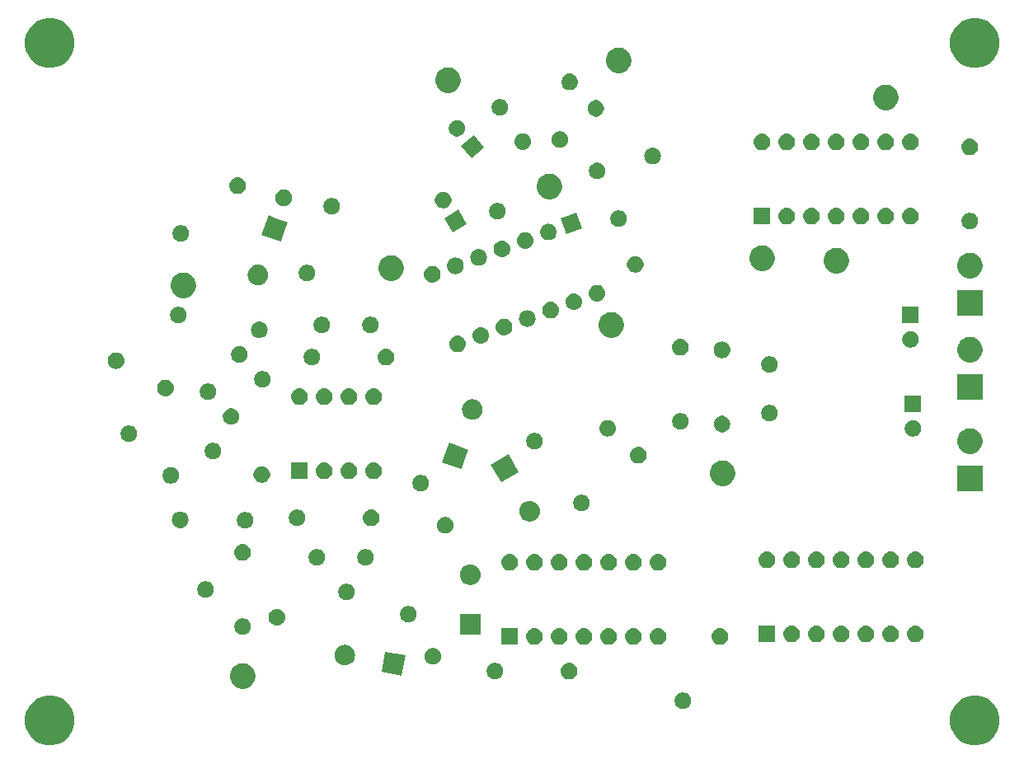
<source format=gbr>
G04 #@! TF.GenerationSoftware,KiCad,Pcbnew,(5.1.2-1)-1*
G04 #@! TF.CreationDate,2021-01-24T21:45:56-05:00*
G04 #@! TF.ProjectId,ADSR Envelope - MFOS,41445352-2045-46e7-9665-6c6f7065202d,rev?*
G04 #@! TF.SameCoordinates,Original*
G04 #@! TF.FileFunction,Soldermask,Bot*
G04 #@! TF.FilePolarity,Negative*
%FSLAX46Y46*%
G04 Gerber Fmt 4.6, Leading zero omitted, Abs format (unit mm)*
G04 Created by KiCad (PCBNEW (5.1.2-1)-1) date 2021-01-24 21:45:56*
%MOMM*%
%LPD*%
G04 APERTURE LIST*
%ADD10C,0.100000*%
G04 APERTURE END LIST*
D10*
G36*
X111234098Y-82637033D02*
G01*
X111698350Y-82829332D01*
X111698352Y-82829333D01*
X112116168Y-83108509D01*
X112471491Y-83463832D01*
X112750667Y-83881648D01*
X112750668Y-83881650D01*
X112942967Y-84345902D01*
X113041000Y-84838747D01*
X113041000Y-85341253D01*
X112942967Y-85834098D01*
X112750668Y-86298350D01*
X112750667Y-86298352D01*
X112471491Y-86716168D01*
X112116168Y-87071491D01*
X111698352Y-87350667D01*
X111698351Y-87350668D01*
X111698350Y-87350668D01*
X111234098Y-87542967D01*
X110741253Y-87641000D01*
X110238747Y-87641000D01*
X109745902Y-87542967D01*
X109281650Y-87350668D01*
X109281649Y-87350668D01*
X109281648Y-87350667D01*
X108863832Y-87071491D01*
X108508509Y-86716168D01*
X108229333Y-86298352D01*
X108229332Y-86298350D01*
X108037033Y-85834098D01*
X107939000Y-85341253D01*
X107939000Y-84838747D01*
X108037033Y-84345902D01*
X108229332Y-83881650D01*
X108229333Y-83881648D01*
X108508509Y-83463832D01*
X108863832Y-83108509D01*
X109281648Y-82829333D01*
X109281650Y-82829332D01*
X109745902Y-82637033D01*
X110238747Y-82539000D01*
X110741253Y-82539000D01*
X111234098Y-82637033D01*
X111234098Y-82637033D01*
G37*
G36*
X16238098Y-82637033D02*
G01*
X16702350Y-82829332D01*
X16702352Y-82829333D01*
X17120168Y-83108509D01*
X17475491Y-83463832D01*
X17754667Y-83881648D01*
X17754668Y-83881650D01*
X17946967Y-84345902D01*
X18045000Y-84838747D01*
X18045000Y-85341253D01*
X17946967Y-85834098D01*
X17754668Y-86298350D01*
X17754667Y-86298352D01*
X17475491Y-86716168D01*
X17120168Y-87071491D01*
X16702352Y-87350667D01*
X16702351Y-87350668D01*
X16702350Y-87350668D01*
X16238098Y-87542967D01*
X15745253Y-87641000D01*
X15242747Y-87641000D01*
X14749902Y-87542967D01*
X14285650Y-87350668D01*
X14285649Y-87350668D01*
X14285648Y-87350667D01*
X13867832Y-87071491D01*
X13512509Y-86716168D01*
X13233333Y-86298352D01*
X13233332Y-86298350D01*
X13041033Y-85834098D01*
X12943000Y-85341253D01*
X12943000Y-84838747D01*
X13041033Y-84345902D01*
X13233332Y-83881650D01*
X13233333Y-83881648D01*
X13512509Y-83463832D01*
X13867832Y-83108509D01*
X14285648Y-82829333D01*
X14285650Y-82829332D01*
X14749902Y-82637033D01*
X15242747Y-82539000D01*
X15745253Y-82539000D01*
X16238098Y-82637033D01*
X16238098Y-82637033D01*
G37*
G36*
X80766228Y-82239703D02*
G01*
X80921100Y-82303853D01*
X81060481Y-82396985D01*
X81179015Y-82515519D01*
X81272147Y-82654900D01*
X81336297Y-82809772D01*
X81369000Y-82974184D01*
X81369000Y-83141816D01*
X81336297Y-83306228D01*
X81272147Y-83461100D01*
X81179015Y-83600481D01*
X81060481Y-83719015D01*
X80921100Y-83812147D01*
X80766228Y-83876297D01*
X80601816Y-83909000D01*
X80434184Y-83909000D01*
X80269772Y-83876297D01*
X80114900Y-83812147D01*
X79975519Y-83719015D01*
X79856985Y-83600481D01*
X79763853Y-83461100D01*
X79699703Y-83306228D01*
X79667000Y-83141816D01*
X79667000Y-82974184D01*
X79699703Y-82809772D01*
X79763853Y-82654900D01*
X79856985Y-82515519D01*
X79975519Y-82396985D01*
X80114900Y-82303853D01*
X80269772Y-82239703D01*
X80434184Y-82207000D01*
X80601816Y-82207000D01*
X80766228Y-82239703D01*
X80766228Y-82239703D01*
G37*
G36*
X35685393Y-79267304D02*
G01*
X35922101Y-79365352D01*
X35922103Y-79365353D01*
X36135135Y-79507696D01*
X36316304Y-79688865D01*
X36458647Y-79901897D01*
X36458648Y-79901899D01*
X36556696Y-80138607D01*
X36606680Y-80389893D01*
X36606680Y-80646107D01*
X36556696Y-80897393D01*
X36458648Y-81134101D01*
X36458647Y-81134103D01*
X36316304Y-81347135D01*
X36135135Y-81528304D01*
X35922103Y-81670647D01*
X35922102Y-81670648D01*
X35922101Y-81670648D01*
X35685393Y-81768696D01*
X35434107Y-81818680D01*
X35177893Y-81818680D01*
X34926607Y-81768696D01*
X34689899Y-81670648D01*
X34689898Y-81670648D01*
X34689897Y-81670647D01*
X34476865Y-81528304D01*
X34295696Y-81347135D01*
X34153353Y-81134103D01*
X34153352Y-81134101D01*
X34055304Y-80897393D01*
X34005320Y-80646107D01*
X34005320Y-80389893D01*
X34055304Y-80138607D01*
X34153352Y-79901899D01*
X34153353Y-79901897D01*
X34295696Y-79688865D01*
X34476865Y-79507696D01*
X34689897Y-79365353D01*
X34689899Y-79365352D01*
X34926607Y-79267304D01*
X35177893Y-79217320D01*
X35434107Y-79217320D01*
X35685393Y-79267304D01*
X35685393Y-79267304D01*
G37*
G36*
X69000823Y-79171313D02*
G01*
X69131380Y-79210917D01*
X69152487Y-79217320D01*
X69161242Y-79219976D01*
X69221667Y-79252274D01*
X69309078Y-79298996D01*
X69438659Y-79405341D01*
X69545004Y-79534922D01*
X69545005Y-79534924D01*
X69624024Y-79682758D01*
X69672687Y-79843177D01*
X69689117Y-80010000D01*
X69672687Y-80176823D01*
X69624024Y-80337242D01*
X69583477Y-80413100D01*
X69545004Y-80485078D01*
X69438659Y-80614659D01*
X69309078Y-80721004D01*
X69309076Y-80721005D01*
X69161242Y-80800024D01*
X69000823Y-80848687D01*
X68875804Y-80861000D01*
X68792196Y-80861000D01*
X68667177Y-80848687D01*
X68506758Y-80800024D01*
X68358924Y-80721005D01*
X68358922Y-80721004D01*
X68229341Y-80614659D01*
X68122996Y-80485078D01*
X68084523Y-80413100D01*
X68043976Y-80337242D01*
X67995313Y-80176823D01*
X67978883Y-80010000D01*
X67995313Y-79843177D01*
X68043976Y-79682758D01*
X68122995Y-79534924D01*
X68122996Y-79534922D01*
X68229341Y-79405341D01*
X68358922Y-79298996D01*
X68446333Y-79252274D01*
X68506758Y-79219976D01*
X68515514Y-79217320D01*
X68536620Y-79210917D01*
X68667177Y-79171313D01*
X68792196Y-79159000D01*
X68875804Y-79159000D01*
X69000823Y-79171313D01*
X69000823Y-79171313D01*
G37*
G36*
X61462228Y-79191703D02*
G01*
X61617100Y-79255853D01*
X61756481Y-79348985D01*
X61875015Y-79467519D01*
X61968147Y-79606900D01*
X62032297Y-79761772D01*
X62065000Y-79926184D01*
X62065000Y-80093816D01*
X62032297Y-80258228D01*
X61968147Y-80413100D01*
X61875015Y-80552481D01*
X61756481Y-80671015D01*
X61617100Y-80764147D01*
X61462228Y-80828297D01*
X61297816Y-80861000D01*
X61130184Y-80861000D01*
X60965772Y-80828297D01*
X60810900Y-80764147D01*
X60671519Y-80671015D01*
X60552985Y-80552481D01*
X60459853Y-80413100D01*
X60395703Y-80258228D01*
X60363000Y-80093816D01*
X60363000Y-79926184D01*
X60395703Y-79761772D01*
X60459853Y-79606900D01*
X60552985Y-79467519D01*
X60671519Y-79348985D01*
X60810900Y-79255853D01*
X60965772Y-79191703D01*
X61130184Y-79159000D01*
X61297816Y-79159000D01*
X61462228Y-79191703D01*
X61462228Y-79191703D01*
G37*
G36*
X52017537Y-78395471D02*
G01*
X51652529Y-80465537D01*
X49582463Y-80100529D01*
X49947471Y-78030463D01*
X52017537Y-78395471D01*
X52017537Y-78395471D01*
G37*
G36*
X45900274Y-77319936D02*
G01*
X46003209Y-77330074D01*
X46201323Y-77390172D01*
X46201326Y-77390173D01*
X46298152Y-77441928D01*
X46383906Y-77487764D01*
X46543942Y-77619102D01*
X46675280Y-77779138D01*
X46721116Y-77864892D01*
X46772871Y-77961718D01*
X46772872Y-77961721D01*
X46832970Y-78159835D01*
X46853262Y-78365867D01*
X46832970Y-78571899D01*
X46829923Y-78581942D01*
X46772871Y-78770016D01*
X46721116Y-78866842D01*
X46675280Y-78952596D01*
X46543942Y-79112632D01*
X46383906Y-79243970D01*
X46340249Y-79267305D01*
X46201326Y-79341561D01*
X46201323Y-79341562D01*
X46003209Y-79401660D01*
X45900274Y-79411798D01*
X45848808Y-79416867D01*
X45745546Y-79416867D01*
X45694080Y-79411798D01*
X45591145Y-79401660D01*
X45393031Y-79341562D01*
X45393028Y-79341561D01*
X45254105Y-79267305D01*
X45210448Y-79243970D01*
X45050412Y-79112632D01*
X44919074Y-78952596D01*
X44873238Y-78866842D01*
X44821483Y-78770016D01*
X44764431Y-78581942D01*
X44761384Y-78571899D01*
X44741092Y-78365867D01*
X44761384Y-78159835D01*
X44821482Y-77961721D01*
X44821483Y-77961718D01*
X44873238Y-77864892D01*
X44919074Y-77779138D01*
X45050412Y-77619102D01*
X45210448Y-77487764D01*
X45296202Y-77441928D01*
X45393028Y-77390173D01*
X45393031Y-77390172D01*
X45591145Y-77330074D01*
X45694080Y-77319936D01*
X45745546Y-77314867D01*
X45848808Y-77314867D01*
X45900274Y-77319936D01*
X45900274Y-77319936D01*
G37*
G36*
X55072228Y-77679830D02*
G01*
X55227100Y-77743980D01*
X55366481Y-77837112D01*
X55485015Y-77955646D01*
X55578147Y-78095027D01*
X55642297Y-78249899D01*
X55675000Y-78414311D01*
X55675000Y-78581943D01*
X55642297Y-78746355D01*
X55578147Y-78901227D01*
X55485015Y-79040608D01*
X55366481Y-79159142D01*
X55227100Y-79252274D01*
X55072228Y-79316424D01*
X54907816Y-79349127D01*
X54740184Y-79349127D01*
X54575772Y-79316424D01*
X54420900Y-79252274D01*
X54281519Y-79159142D01*
X54162985Y-79040608D01*
X54069853Y-78901227D01*
X54005703Y-78746355D01*
X53973000Y-78581943D01*
X53973000Y-78414311D01*
X54005703Y-78249899D01*
X54069853Y-78095027D01*
X54162985Y-77955646D01*
X54281519Y-77837112D01*
X54420900Y-77743980D01*
X54575772Y-77679830D01*
X54740184Y-77647127D01*
X54907816Y-77647127D01*
X55072228Y-77679830D01*
X55072228Y-77679830D01*
G37*
G36*
X84494823Y-75620199D02*
G01*
X84655242Y-75668862D01*
X84787906Y-75739772D01*
X84803078Y-75747882D01*
X84932659Y-75854227D01*
X85039004Y-75983808D01*
X85039005Y-75983810D01*
X85118024Y-76131644D01*
X85166687Y-76292063D01*
X85183117Y-76458886D01*
X85166687Y-76625709D01*
X85118024Y-76786128D01*
X85051276Y-76911004D01*
X85039004Y-76933964D01*
X84932659Y-77063545D01*
X84803078Y-77169890D01*
X84803076Y-77169891D01*
X84655242Y-77248910D01*
X84494823Y-77297573D01*
X84369804Y-77309886D01*
X84286196Y-77309886D01*
X84161177Y-77297573D01*
X84000758Y-77248910D01*
X83852924Y-77169891D01*
X83852922Y-77169890D01*
X83723341Y-77063545D01*
X83616996Y-76933964D01*
X83604724Y-76911004D01*
X83537976Y-76786128D01*
X83489313Y-76625709D01*
X83472883Y-76458886D01*
X83489313Y-76292063D01*
X83537976Y-76131644D01*
X83616995Y-75983810D01*
X83616996Y-75983808D01*
X83723341Y-75854227D01*
X83852922Y-75747882D01*
X83868094Y-75739772D01*
X84000758Y-75668862D01*
X84161177Y-75620199D01*
X84286196Y-75607886D01*
X84369804Y-75607886D01*
X84494823Y-75620199D01*
X84494823Y-75620199D01*
G37*
G36*
X78144823Y-75615313D02*
G01*
X78305242Y-75663976D01*
X78437906Y-75734886D01*
X78453078Y-75742996D01*
X78582659Y-75849341D01*
X78689004Y-75978922D01*
X78689005Y-75978924D01*
X78768024Y-76126758D01*
X78816687Y-76287177D01*
X78833117Y-76454000D01*
X78816687Y-76620823D01*
X78768024Y-76781242D01*
X78765412Y-76786128D01*
X78689004Y-76929078D01*
X78582659Y-77058659D01*
X78453078Y-77165004D01*
X78453076Y-77165005D01*
X78305242Y-77244024D01*
X78144823Y-77292687D01*
X78019804Y-77305000D01*
X77936196Y-77305000D01*
X77811177Y-77292687D01*
X77650758Y-77244024D01*
X77502924Y-77165005D01*
X77502922Y-77165004D01*
X77373341Y-77058659D01*
X77266996Y-76929078D01*
X77190588Y-76786128D01*
X77187976Y-76781242D01*
X77139313Y-76620823D01*
X77122883Y-76454000D01*
X77139313Y-76287177D01*
X77187976Y-76126758D01*
X77266995Y-75978924D01*
X77266996Y-75978922D01*
X77373341Y-75849341D01*
X77502922Y-75742996D01*
X77518094Y-75734886D01*
X77650758Y-75663976D01*
X77811177Y-75615313D01*
X77936196Y-75603000D01*
X78019804Y-75603000D01*
X78144823Y-75615313D01*
X78144823Y-75615313D01*
G37*
G36*
X75604823Y-75615313D02*
G01*
X75765242Y-75663976D01*
X75897906Y-75734886D01*
X75913078Y-75742996D01*
X76042659Y-75849341D01*
X76149004Y-75978922D01*
X76149005Y-75978924D01*
X76228024Y-76126758D01*
X76276687Y-76287177D01*
X76293117Y-76454000D01*
X76276687Y-76620823D01*
X76228024Y-76781242D01*
X76225412Y-76786128D01*
X76149004Y-76929078D01*
X76042659Y-77058659D01*
X75913078Y-77165004D01*
X75913076Y-77165005D01*
X75765242Y-77244024D01*
X75604823Y-77292687D01*
X75479804Y-77305000D01*
X75396196Y-77305000D01*
X75271177Y-77292687D01*
X75110758Y-77244024D01*
X74962924Y-77165005D01*
X74962922Y-77165004D01*
X74833341Y-77058659D01*
X74726996Y-76929078D01*
X74650588Y-76786128D01*
X74647976Y-76781242D01*
X74599313Y-76620823D01*
X74582883Y-76454000D01*
X74599313Y-76287177D01*
X74647976Y-76126758D01*
X74726995Y-75978924D01*
X74726996Y-75978922D01*
X74833341Y-75849341D01*
X74962922Y-75742996D01*
X74978094Y-75734886D01*
X75110758Y-75663976D01*
X75271177Y-75615313D01*
X75396196Y-75603000D01*
X75479804Y-75603000D01*
X75604823Y-75615313D01*
X75604823Y-75615313D01*
G37*
G36*
X73064823Y-75615313D02*
G01*
X73225242Y-75663976D01*
X73357906Y-75734886D01*
X73373078Y-75742996D01*
X73502659Y-75849341D01*
X73609004Y-75978922D01*
X73609005Y-75978924D01*
X73688024Y-76126758D01*
X73736687Y-76287177D01*
X73753117Y-76454000D01*
X73736687Y-76620823D01*
X73688024Y-76781242D01*
X73685412Y-76786128D01*
X73609004Y-76929078D01*
X73502659Y-77058659D01*
X73373078Y-77165004D01*
X73373076Y-77165005D01*
X73225242Y-77244024D01*
X73064823Y-77292687D01*
X72939804Y-77305000D01*
X72856196Y-77305000D01*
X72731177Y-77292687D01*
X72570758Y-77244024D01*
X72422924Y-77165005D01*
X72422922Y-77165004D01*
X72293341Y-77058659D01*
X72186996Y-76929078D01*
X72110588Y-76786128D01*
X72107976Y-76781242D01*
X72059313Y-76620823D01*
X72042883Y-76454000D01*
X72059313Y-76287177D01*
X72107976Y-76126758D01*
X72186995Y-75978924D01*
X72186996Y-75978922D01*
X72293341Y-75849341D01*
X72422922Y-75742996D01*
X72438094Y-75734886D01*
X72570758Y-75663976D01*
X72731177Y-75615313D01*
X72856196Y-75603000D01*
X72939804Y-75603000D01*
X73064823Y-75615313D01*
X73064823Y-75615313D01*
G37*
G36*
X70524823Y-75615313D02*
G01*
X70685242Y-75663976D01*
X70817906Y-75734886D01*
X70833078Y-75742996D01*
X70962659Y-75849341D01*
X71069004Y-75978922D01*
X71069005Y-75978924D01*
X71148024Y-76126758D01*
X71196687Y-76287177D01*
X71213117Y-76454000D01*
X71196687Y-76620823D01*
X71148024Y-76781242D01*
X71145412Y-76786128D01*
X71069004Y-76929078D01*
X70962659Y-77058659D01*
X70833078Y-77165004D01*
X70833076Y-77165005D01*
X70685242Y-77244024D01*
X70524823Y-77292687D01*
X70399804Y-77305000D01*
X70316196Y-77305000D01*
X70191177Y-77292687D01*
X70030758Y-77244024D01*
X69882924Y-77165005D01*
X69882922Y-77165004D01*
X69753341Y-77058659D01*
X69646996Y-76929078D01*
X69570588Y-76786128D01*
X69567976Y-76781242D01*
X69519313Y-76620823D01*
X69502883Y-76454000D01*
X69519313Y-76287177D01*
X69567976Y-76126758D01*
X69646995Y-75978924D01*
X69646996Y-75978922D01*
X69753341Y-75849341D01*
X69882922Y-75742996D01*
X69898094Y-75734886D01*
X70030758Y-75663976D01*
X70191177Y-75615313D01*
X70316196Y-75603000D01*
X70399804Y-75603000D01*
X70524823Y-75615313D01*
X70524823Y-75615313D01*
G37*
G36*
X67984823Y-75615313D02*
G01*
X68145242Y-75663976D01*
X68277906Y-75734886D01*
X68293078Y-75742996D01*
X68422659Y-75849341D01*
X68529004Y-75978922D01*
X68529005Y-75978924D01*
X68608024Y-76126758D01*
X68656687Y-76287177D01*
X68673117Y-76454000D01*
X68656687Y-76620823D01*
X68608024Y-76781242D01*
X68605412Y-76786128D01*
X68529004Y-76929078D01*
X68422659Y-77058659D01*
X68293078Y-77165004D01*
X68293076Y-77165005D01*
X68145242Y-77244024D01*
X67984823Y-77292687D01*
X67859804Y-77305000D01*
X67776196Y-77305000D01*
X67651177Y-77292687D01*
X67490758Y-77244024D01*
X67342924Y-77165005D01*
X67342922Y-77165004D01*
X67213341Y-77058659D01*
X67106996Y-76929078D01*
X67030588Y-76786128D01*
X67027976Y-76781242D01*
X66979313Y-76620823D01*
X66962883Y-76454000D01*
X66979313Y-76287177D01*
X67027976Y-76126758D01*
X67106995Y-75978924D01*
X67106996Y-75978922D01*
X67213341Y-75849341D01*
X67342922Y-75742996D01*
X67358094Y-75734886D01*
X67490758Y-75663976D01*
X67651177Y-75615313D01*
X67776196Y-75603000D01*
X67859804Y-75603000D01*
X67984823Y-75615313D01*
X67984823Y-75615313D01*
G37*
G36*
X65444823Y-75615313D02*
G01*
X65605242Y-75663976D01*
X65737906Y-75734886D01*
X65753078Y-75742996D01*
X65882659Y-75849341D01*
X65989004Y-75978922D01*
X65989005Y-75978924D01*
X66068024Y-76126758D01*
X66116687Y-76287177D01*
X66133117Y-76454000D01*
X66116687Y-76620823D01*
X66068024Y-76781242D01*
X66065412Y-76786128D01*
X65989004Y-76929078D01*
X65882659Y-77058659D01*
X65753078Y-77165004D01*
X65753076Y-77165005D01*
X65605242Y-77244024D01*
X65444823Y-77292687D01*
X65319804Y-77305000D01*
X65236196Y-77305000D01*
X65111177Y-77292687D01*
X64950758Y-77244024D01*
X64802924Y-77165005D01*
X64802922Y-77165004D01*
X64673341Y-77058659D01*
X64566996Y-76929078D01*
X64490588Y-76786128D01*
X64487976Y-76781242D01*
X64439313Y-76620823D01*
X64422883Y-76454000D01*
X64439313Y-76287177D01*
X64487976Y-76126758D01*
X64566995Y-75978924D01*
X64566996Y-75978922D01*
X64673341Y-75849341D01*
X64802922Y-75742996D01*
X64818094Y-75734886D01*
X64950758Y-75663976D01*
X65111177Y-75615313D01*
X65236196Y-75603000D01*
X65319804Y-75603000D01*
X65444823Y-75615313D01*
X65444823Y-75615313D01*
G37*
G36*
X63589000Y-77305000D02*
G01*
X61887000Y-77305000D01*
X61887000Y-75603000D01*
X63589000Y-75603000D01*
X63589000Y-77305000D01*
X63589000Y-77305000D01*
G37*
G36*
X90005000Y-77051000D02*
G01*
X88303000Y-77051000D01*
X88303000Y-75349000D01*
X90005000Y-75349000D01*
X90005000Y-77051000D01*
X90005000Y-77051000D01*
G37*
G36*
X91860823Y-75361313D02*
G01*
X92021242Y-75409976D01*
X92153906Y-75480886D01*
X92169078Y-75488996D01*
X92298659Y-75595341D01*
X92405004Y-75724922D01*
X92405005Y-75724924D01*
X92484024Y-75872758D01*
X92532687Y-76033177D01*
X92549117Y-76200000D01*
X92532687Y-76366823D01*
X92484024Y-76527242D01*
X92434004Y-76620823D01*
X92405004Y-76675078D01*
X92298659Y-76804659D01*
X92169078Y-76911004D01*
X92169076Y-76911005D01*
X92021242Y-76990024D01*
X91860823Y-77038687D01*
X91735804Y-77051000D01*
X91652196Y-77051000D01*
X91527177Y-77038687D01*
X91366758Y-76990024D01*
X91218924Y-76911005D01*
X91218922Y-76911004D01*
X91089341Y-76804659D01*
X90982996Y-76675078D01*
X90953996Y-76620823D01*
X90903976Y-76527242D01*
X90855313Y-76366823D01*
X90838883Y-76200000D01*
X90855313Y-76033177D01*
X90903976Y-75872758D01*
X90982995Y-75724924D01*
X90982996Y-75724922D01*
X91089341Y-75595341D01*
X91218922Y-75488996D01*
X91234094Y-75480886D01*
X91366758Y-75409976D01*
X91527177Y-75361313D01*
X91652196Y-75349000D01*
X91735804Y-75349000D01*
X91860823Y-75361313D01*
X91860823Y-75361313D01*
G37*
G36*
X94400823Y-75361313D02*
G01*
X94561242Y-75409976D01*
X94693906Y-75480886D01*
X94709078Y-75488996D01*
X94838659Y-75595341D01*
X94945004Y-75724922D01*
X94945005Y-75724924D01*
X95024024Y-75872758D01*
X95072687Y-76033177D01*
X95089117Y-76200000D01*
X95072687Y-76366823D01*
X95024024Y-76527242D01*
X94974004Y-76620823D01*
X94945004Y-76675078D01*
X94838659Y-76804659D01*
X94709078Y-76911004D01*
X94709076Y-76911005D01*
X94561242Y-76990024D01*
X94400823Y-77038687D01*
X94275804Y-77051000D01*
X94192196Y-77051000D01*
X94067177Y-77038687D01*
X93906758Y-76990024D01*
X93758924Y-76911005D01*
X93758922Y-76911004D01*
X93629341Y-76804659D01*
X93522996Y-76675078D01*
X93493996Y-76620823D01*
X93443976Y-76527242D01*
X93395313Y-76366823D01*
X93378883Y-76200000D01*
X93395313Y-76033177D01*
X93443976Y-75872758D01*
X93522995Y-75724924D01*
X93522996Y-75724922D01*
X93629341Y-75595341D01*
X93758922Y-75488996D01*
X93774094Y-75480886D01*
X93906758Y-75409976D01*
X94067177Y-75361313D01*
X94192196Y-75349000D01*
X94275804Y-75349000D01*
X94400823Y-75361313D01*
X94400823Y-75361313D01*
G37*
G36*
X96940823Y-75361313D02*
G01*
X97101242Y-75409976D01*
X97233906Y-75480886D01*
X97249078Y-75488996D01*
X97378659Y-75595341D01*
X97485004Y-75724922D01*
X97485005Y-75724924D01*
X97564024Y-75872758D01*
X97612687Y-76033177D01*
X97629117Y-76200000D01*
X97612687Y-76366823D01*
X97564024Y-76527242D01*
X97514004Y-76620823D01*
X97485004Y-76675078D01*
X97378659Y-76804659D01*
X97249078Y-76911004D01*
X97249076Y-76911005D01*
X97101242Y-76990024D01*
X96940823Y-77038687D01*
X96815804Y-77051000D01*
X96732196Y-77051000D01*
X96607177Y-77038687D01*
X96446758Y-76990024D01*
X96298924Y-76911005D01*
X96298922Y-76911004D01*
X96169341Y-76804659D01*
X96062996Y-76675078D01*
X96033996Y-76620823D01*
X95983976Y-76527242D01*
X95935313Y-76366823D01*
X95918883Y-76200000D01*
X95935313Y-76033177D01*
X95983976Y-75872758D01*
X96062995Y-75724924D01*
X96062996Y-75724922D01*
X96169341Y-75595341D01*
X96298922Y-75488996D01*
X96314094Y-75480886D01*
X96446758Y-75409976D01*
X96607177Y-75361313D01*
X96732196Y-75349000D01*
X96815804Y-75349000D01*
X96940823Y-75361313D01*
X96940823Y-75361313D01*
G37*
G36*
X104560823Y-75361313D02*
G01*
X104721242Y-75409976D01*
X104853906Y-75480886D01*
X104869078Y-75488996D01*
X104998659Y-75595341D01*
X105105004Y-75724922D01*
X105105005Y-75724924D01*
X105184024Y-75872758D01*
X105232687Y-76033177D01*
X105249117Y-76200000D01*
X105232687Y-76366823D01*
X105184024Y-76527242D01*
X105134004Y-76620823D01*
X105105004Y-76675078D01*
X104998659Y-76804659D01*
X104869078Y-76911004D01*
X104869076Y-76911005D01*
X104721242Y-76990024D01*
X104560823Y-77038687D01*
X104435804Y-77051000D01*
X104352196Y-77051000D01*
X104227177Y-77038687D01*
X104066758Y-76990024D01*
X103918924Y-76911005D01*
X103918922Y-76911004D01*
X103789341Y-76804659D01*
X103682996Y-76675078D01*
X103653996Y-76620823D01*
X103603976Y-76527242D01*
X103555313Y-76366823D01*
X103538883Y-76200000D01*
X103555313Y-76033177D01*
X103603976Y-75872758D01*
X103682995Y-75724924D01*
X103682996Y-75724922D01*
X103789341Y-75595341D01*
X103918922Y-75488996D01*
X103934094Y-75480886D01*
X104066758Y-75409976D01*
X104227177Y-75361313D01*
X104352196Y-75349000D01*
X104435804Y-75349000D01*
X104560823Y-75361313D01*
X104560823Y-75361313D01*
G37*
G36*
X102020823Y-75361313D02*
G01*
X102181242Y-75409976D01*
X102313906Y-75480886D01*
X102329078Y-75488996D01*
X102458659Y-75595341D01*
X102565004Y-75724922D01*
X102565005Y-75724924D01*
X102644024Y-75872758D01*
X102692687Y-76033177D01*
X102709117Y-76200000D01*
X102692687Y-76366823D01*
X102644024Y-76527242D01*
X102594004Y-76620823D01*
X102565004Y-76675078D01*
X102458659Y-76804659D01*
X102329078Y-76911004D01*
X102329076Y-76911005D01*
X102181242Y-76990024D01*
X102020823Y-77038687D01*
X101895804Y-77051000D01*
X101812196Y-77051000D01*
X101687177Y-77038687D01*
X101526758Y-76990024D01*
X101378924Y-76911005D01*
X101378922Y-76911004D01*
X101249341Y-76804659D01*
X101142996Y-76675078D01*
X101113996Y-76620823D01*
X101063976Y-76527242D01*
X101015313Y-76366823D01*
X100998883Y-76200000D01*
X101015313Y-76033177D01*
X101063976Y-75872758D01*
X101142995Y-75724924D01*
X101142996Y-75724922D01*
X101249341Y-75595341D01*
X101378922Y-75488996D01*
X101394094Y-75480886D01*
X101526758Y-75409976D01*
X101687177Y-75361313D01*
X101812196Y-75349000D01*
X101895804Y-75349000D01*
X102020823Y-75361313D01*
X102020823Y-75361313D01*
G37*
G36*
X99480823Y-75361313D02*
G01*
X99641242Y-75409976D01*
X99773906Y-75480886D01*
X99789078Y-75488996D01*
X99918659Y-75595341D01*
X100025004Y-75724922D01*
X100025005Y-75724924D01*
X100104024Y-75872758D01*
X100152687Y-76033177D01*
X100169117Y-76200000D01*
X100152687Y-76366823D01*
X100104024Y-76527242D01*
X100054004Y-76620823D01*
X100025004Y-76675078D01*
X99918659Y-76804659D01*
X99789078Y-76911004D01*
X99789076Y-76911005D01*
X99641242Y-76990024D01*
X99480823Y-77038687D01*
X99355804Y-77051000D01*
X99272196Y-77051000D01*
X99147177Y-77038687D01*
X98986758Y-76990024D01*
X98838924Y-76911005D01*
X98838922Y-76911004D01*
X98709341Y-76804659D01*
X98602996Y-76675078D01*
X98573996Y-76620823D01*
X98523976Y-76527242D01*
X98475313Y-76366823D01*
X98458883Y-76200000D01*
X98475313Y-76033177D01*
X98523976Y-75872758D01*
X98602995Y-75724924D01*
X98602996Y-75724922D01*
X98709341Y-75595341D01*
X98838922Y-75488996D01*
X98854094Y-75480886D01*
X98986758Y-75409976D01*
X99147177Y-75361313D01*
X99272196Y-75349000D01*
X99355804Y-75349000D01*
X99480823Y-75361313D01*
X99480823Y-75361313D01*
G37*
G36*
X35554228Y-74619703D02*
G01*
X35709100Y-74683853D01*
X35848481Y-74776985D01*
X35967015Y-74895519D01*
X36060147Y-75034900D01*
X36124297Y-75189772D01*
X36157000Y-75354184D01*
X36157000Y-75521816D01*
X36124297Y-75686228D01*
X36060147Y-75841100D01*
X35967015Y-75980481D01*
X35848481Y-76099015D01*
X35709100Y-76192147D01*
X35554228Y-76256297D01*
X35389816Y-76289000D01*
X35222184Y-76289000D01*
X35057772Y-76256297D01*
X34902900Y-76192147D01*
X34763519Y-76099015D01*
X34644985Y-75980481D01*
X34551853Y-75841100D01*
X34487703Y-75686228D01*
X34455000Y-75521816D01*
X34455000Y-75354184D01*
X34487703Y-75189772D01*
X34551853Y-75034900D01*
X34644985Y-74895519D01*
X34763519Y-74776985D01*
X34902900Y-74683853D01*
X35057772Y-74619703D01*
X35222184Y-74587000D01*
X35389816Y-74587000D01*
X35554228Y-74619703D01*
X35554228Y-74619703D01*
G37*
G36*
X59725000Y-76235000D02*
G01*
X57623000Y-76235000D01*
X57623000Y-74133000D01*
X59725000Y-74133000D01*
X59725000Y-76235000D01*
X59725000Y-76235000D01*
G37*
G36*
X38980365Y-73649506D02*
G01*
X39140784Y-73698169D01*
X39265629Y-73764900D01*
X39288620Y-73777189D01*
X39418201Y-73883534D01*
X39524546Y-74013115D01*
X39524547Y-74013117D01*
X39603566Y-74160951D01*
X39652229Y-74321370D01*
X39668659Y-74488193D01*
X39652229Y-74655016D01*
X39603566Y-74815435D01*
X39546527Y-74922147D01*
X39524546Y-74963271D01*
X39418201Y-75092852D01*
X39288620Y-75199197D01*
X39288618Y-75199198D01*
X39140784Y-75278217D01*
X38980365Y-75326880D01*
X38855346Y-75339193D01*
X38771738Y-75339193D01*
X38646719Y-75326880D01*
X38486300Y-75278217D01*
X38338466Y-75199198D01*
X38338464Y-75199197D01*
X38208883Y-75092852D01*
X38102538Y-74963271D01*
X38080557Y-74922147D01*
X38023518Y-74815435D01*
X37974855Y-74655016D01*
X37958425Y-74488193D01*
X37974855Y-74321370D01*
X38023518Y-74160951D01*
X38102537Y-74013117D01*
X38102538Y-74013115D01*
X38208883Y-73883534D01*
X38338464Y-73777189D01*
X38361455Y-73764900D01*
X38486300Y-73698169D01*
X38646719Y-73649506D01*
X38771738Y-73637193D01*
X38855346Y-73637193D01*
X38980365Y-73649506D01*
X38980365Y-73649506D01*
G37*
G36*
X52572228Y-73349703D02*
G01*
X52727100Y-73413853D01*
X52866481Y-73506985D01*
X52985015Y-73625519D01*
X53078147Y-73764900D01*
X53142297Y-73919772D01*
X53175000Y-74084184D01*
X53175000Y-74251816D01*
X53142297Y-74416228D01*
X53078147Y-74571100D01*
X52985015Y-74710481D01*
X52866481Y-74829015D01*
X52727100Y-74922147D01*
X52572228Y-74986297D01*
X52407816Y-75019000D01*
X52240184Y-75019000D01*
X52075772Y-74986297D01*
X51920900Y-74922147D01*
X51781519Y-74829015D01*
X51662985Y-74710481D01*
X51569853Y-74571100D01*
X51505703Y-74416228D01*
X51473000Y-74251816D01*
X51473000Y-74084184D01*
X51505703Y-73919772D01*
X51569853Y-73764900D01*
X51662985Y-73625519D01*
X51781519Y-73506985D01*
X51920900Y-73413853D01*
X52075772Y-73349703D01*
X52240184Y-73317000D01*
X52407816Y-73317000D01*
X52572228Y-73349703D01*
X52572228Y-73349703D01*
G37*
G36*
X46222228Y-71063703D02*
G01*
X46377100Y-71127853D01*
X46516481Y-71220985D01*
X46635015Y-71339519D01*
X46728147Y-71478900D01*
X46792297Y-71633772D01*
X46825000Y-71798184D01*
X46825000Y-71965816D01*
X46792297Y-72130228D01*
X46728147Y-72285100D01*
X46635015Y-72424481D01*
X46516481Y-72543015D01*
X46377100Y-72636147D01*
X46222228Y-72700297D01*
X46057816Y-72733000D01*
X45890184Y-72733000D01*
X45725772Y-72700297D01*
X45570900Y-72636147D01*
X45431519Y-72543015D01*
X45312985Y-72424481D01*
X45219853Y-72285100D01*
X45155703Y-72130228D01*
X45123000Y-71965816D01*
X45123000Y-71798184D01*
X45155703Y-71633772D01*
X45219853Y-71478900D01*
X45312985Y-71339519D01*
X45431519Y-71220985D01*
X45570900Y-71127853D01*
X45725772Y-71063703D01*
X45890184Y-71031000D01*
X46057816Y-71031000D01*
X46222228Y-71063703D01*
X46222228Y-71063703D01*
G37*
G36*
X31744228Y-70809703D02*
G01*
X31899100Y-70873853D01*
X32038481Y-70966985D01*
X32157015Y-71085519D01*
X32250147Y-71224900D01*
X32314297Y-71379772D01*
X32347000Y-71544184D01*
X32347000Y-71711816D01*
X32314297Y-71876228D01*
X32250147Y-72031100D01*
X32157015Y-72170481D01*
X32038481Y-72289015D01*
X31899100Y-72382147D01*
X31744228Y-72446297D01*
X31579816Y-72479000D01*
X31412184Y-72479000D01*
X31247772Y-72446297D01*
X31092900Y-72382147D01*
X30953519Y-72289015D01*
X30834985Y-72170481D01*
X30741853Y-72031100D01*
X30677703Y-71876228D01*
X30645000Y-71711816D01*
X30645000Y-71544184D01*
X30677703Y-71379772D01*
X30741853Y-71224900D01*
X30834985Y-71085519D01*
X30953519Y-70966985D01*
X31092900Y-70873853D01*
X31247772Y-70809703D01*
X31412184Y-70777000D01*
X31579816Y-70777000D01*
X31744228Y-70809703D01*
X31744228Y-70809703D01*
G37*
G36*
X58746729Y-69055078D02*
G01*
X58880032Y-69068207D01*
X59078146Y-69128305D01*
X59078149Y-69128306D01*
X59169249Y-69177000D01*
X59260729Y-69225897D01*
X59420765Y-69357235D01*
X59552103Y-69517271D01*
X59566926Y-69545004D01*
X59649694Y-69699851D01*
X59649695Y-69699854D01*
X59709793Y-69897968D01*
X59730085Y-70104000D01*
X59709793Y-70310032D01*
X59649695Y-70508146D01*
X59649694Y-70508149D01*
X59597939Y-70604975D01*
X59552103Y-70690729D01*
X59420765Y-70850765D01*
X59260729Y-70982103D01*
X59174975Y-71027939D01*
X59078149Y-71079694D01*
X59078146Y-71079695D01*
X58880032Y-71139793D01*
X58777097Y-71149931D01*
X58725631Y-71155000D01*
X58622369Y-71155000D01*
X58570903Y-71149931D01*
X58467968Y-71139793D01*
X58269854Y-71079695D01*
X58269851Y-71079694D01*
X58173025Y-71027939D01*
X58087271Y-70982103D01*
X57927235Y-70850765D01*
X57795897Y-70690729D01*
X57750061Y-70604975D01*
X57698306Y-70508149D01*
X57698305Y-70508146D01*
X57638207Y-70310032D01*
X57617915Y-70104000D01*
X57638207Y-69897968D01*
X57698305Y-69699854D01*
X57698306Y-69699851D01*
X57781074Y-69545004D01*
X57795897Y-69517271D01*
X57927235Y-69357235D01*
X58087271Y-69225897D01*
X58178751Y-69177000D01*
X58269851Y-69128306D01*
X58269854Y-69128305D01*
X58467968Y-69068207D01*
X58601271Y-69055078D01*
X58622369Y-69053000D01*
X58725631Y-69053000D01*
X58746729Y-69055078D01*
X58746729Y-69055078D01*
G37*
G36*
X67984823Y-67995313D02*
G01*
X68145242Y-68043976D01*
X68277906Y-68114886D01*
X68293078Y-68122996D01*
X68422659Y-68229341D01*
X68529004Y-68358922D01*
X68529005Y-68358924D01*
X68608024Y-68506758D01*
X68656687Y-68667177D01*
X68673117Y-68834000D01*
X68656687Y-69000823D01*
X68608024Y-69161242D01*
X68599601Y-69177000D01*
X68529004Y-69309078D01*
X68422659Y-69438659D01*
X68293078Y-69545004D01*
X68293076Y-69545005D01*
X68145242Y-69624024D01*
X67984823Y-69672687D01*
X67859804Y-69685000D01*
X67776196Y-69685000D01*
X67651177Y-69672687D01*
X67490758Y-69624024D01*
X67342924Y-69545005D01*
X67342922Y-69545004D01*
X67213341Y-69438659D01*
X67106996Y-69309078D01*
X67036399Y-69177000D01*
X67027976Y-69161242D01*
X66979313Y-69000823D01*
X66962883Y-68834000D01*
X66979313Y-68667177D01*
X67027976Y-68506758D01*
X67106995Y-68358924D01*
X67106996Y-68358922D01*
X67213341Y-68229341D01*
X67342922Y-68122996D01*
X67358094Y-68114886D01*
X67490758Y-68043976D01*
X67651177Y-67995313D01*
X67776196Y-67983000D01*
X67859804Y-67983000D01*
X67984823Y-67995313D01*
X67984823Y-67995313D01*
G37*
G36*
X78144823Y-67995313D02*
G01*
X78305242Y-68043976D01*
X78437906Y-68114886D01*
X78453078Y-68122996D01*
X78582659Y-68229341D01*
X78689004Y-68358922D01*
X78689005Y-68358924D01*
X78768024Y-68506758D01*
X78816687Y-68667177D01*
X78833117Y-68834000D01*
X78816687Y-69000823D01*
X78768024Y-69161242D01*
X78759601Y-69177000D01*
X78689004Y-69309078D01*
X78582659Y-69438659D01*
X78453078Y-69545004D01*
X78453076Y-69545005D01*
X78305242Y-69624024D01*
X78144823Y-69672687D01*
X78019804Y-69685000D01*
X77936196Y-69685000D01*
X77811177Y-69672687D01*
X77650758Y-69624024D01*
X77502924Y-69545005D01*
X77502922Y-69545004D01*
X77373341Y-69438659D01*
X77266996Y-69309078D01*
X77196399Y-69177000D01*
X77187976Y-69161242D01*
X77139313Y-69000823D01*
X77122883Y-68834000D01*
X77139313Y-68667177D01*
X77187976Y-68506758D01*
X77266995Y-68358924D01*
X77266996Y-68358922D01*
X77373341Y-68229341D01*
X77502922Y-68122996D01*
X77518094Y-68114886D01*
X77650758Y-68043976D01*
X77811177Y-67995313D01*
X77936196Y-67983000D01*
X78019804Y-67983000D01*
X78144823Y-67995313D01*
X78144823Y-67995313D01*
G37*
G36*
X75604823Y-67995313D02*
G01*
X75765242Y-68043976D01*
X75897906Y-68114886D01*
X75913078Y-68122996D01*
X76042659Y-68229341D01*
X76149004Y-68358922D01*
X76149005Y-68358924D01*
X76228024Y-68506758D01*
X76276687Y-68667177D01*
X76293117Y-68834000D01*
X76276687Y-69000823D01*
X76228024Y-69161242D01*
X76219601Y-69177000D01*
X76149004Y-69309078D01*
X76042659Y-69438659D01*
X75913078Y-69545004D01*
X75913076Y-69545005D01*
X75765242Y-69624024D01*
X75604823Y-69672687D01*
X75479804Y-69685000D01*
X75396196Y-69685000D01*
X75271177Y-69672687D01*
X75110758Y-69624024D01*
X74962924Y-69545005D01*
X74962922Y-69545004D01*
X74833341Y-69438659D01*
X74726996Y-69309078D01*
X74656399Y-69177000D01*
X74647976Y-69161242D01*
X74599313Y-69000823D01*
X74582883Y-68834000D01*
X74599313Y-68667177D01*
X74647976Y-68506758D01*
X74726995Y-68358924D01*
X74726996Y-68358922D01*
X74833341Y-68229341D01*
X74962922Y-68122996D01*
X74978094Y-68114886D01*
X75110758Y-68043976D01*
X75271177Y-67995313D01*
X75396196Y-67983000D01*
X75479804Y-67983000D01*
X75604823Y-67995313D01*
X75604823Y-67995313D01*
G37*
G36*
X73064823Y-67995313D02*
G01*
X73225242Y-68043976D01*
X73357906Y-68114886D01*
X73373078Y-68122996D01*
X73502659Y-68229341D01*
X73609004Y-68358922D01*
X73609005Y-68358924D01*
X73688024Y-68506758D01*
X73736687Y-68667177D01*
X73753117Y-68834000D01*
X73736687Y-69000823D01*
X73688024Y-69161242D01*
X73679601Y-69177000D01*
X73609004Y-69309078D01*
X73502659Y-69438659D01*
X73373078Y-69545004D01*
X73373076Y-69545005D01*
X73225242Y-69624024D01*
X73064823Y-69672687D01*
X72939804Y-69685000D01*
X72856196Y-69685000D01*
X72731177Y-69672687D01*
X72570758Y-69624024D01*
X72422924Y-69545005D01*
X72422922Y-69545004D01*
X72293341Y-69438659D01*
X72186996Y-69309078D01*
X72116399Y-69177000D01*
X72107976Y-69161242D01*
X72059313Y-69000823D01*
X72042883Y-68834000D01*
X72059313Y-68667177D01*
X72107976Y-68506758D01*
X72186995Y-68358924D01*
X72186996Y-68358922D01*
X72293341Y-68229341D01*
X72422922Y-68122996D01*
X72438094Y-68114886D01*
X72570758Y-68043976D01*
X72731177Y-67995313D01*
X72856196Y-67983000D01*
X72939804Y-67983000D01*
X73064823Y-67995313D01*
X73064823Y-67995313D01*
G37*
G36*
X70524823Y-67995313D02*
G01*
X70685242Y-68043976D01*
X70817906Y-68114886D01*
X70833078Y-68122996D01*
X70962659Y-68229341D01*
X71069004Y-68358922D01*
X71069005Y-68358924D01*
X71148024Y-68506758D01*
X71196687Y-68667177D01*
X71213117Y-68834000D01*
X71196687Y-69000823D01*
X71148024Y-69161242D01*
X71139601Y-69177000D01*
X71069004Y-69309078D01*
X70962659Y-69438659D01*
X70833078Y-69545004D01*
X70833076Y-69545005D01*
X70685242Y-69624024D01*
X70524823Y-69672687D01*
X70399804Y-69685000D01*
X70316196Y-69685000D01*
X70191177Y-69672687D01*
X70030758Y-69624024D01*
X69882924Y-69545005D01*
X69882922Y-69545004D01*
X69753341Y-69438659D01*
X69646996Y-69309078D01*
X69576399Y-69177000D01*
X69567976Y-69161242D01*
X69519313Y-69000823D01*
X69502883Y-68834000D01*
X69519313Y-68667177D01*
X69567976Y-68506758D01*
X69646995Y-68358924D01*
X69646996Y-68358922D01*
X69753341Y-68229341D01*
X69882922Y-68122996D01*
X69898094Y-68114886D01*
X70030758Y-68043976D01*
X70191177Y-67995313D01*
X70316196Y-67983000D01*
X70399804Y-67983000D01*
X70524823Y-67995313D01*
X70524823Y-67995313D01*
G37*
G36*
X62904823Y-67995313D02*
G01*
X63065242Y-68043976D01*
X63197906Y-68114886D01*
X63213078Y-68122996D01*
X63342659Y-68229341D01*
X63449004Y-68358922D01*
X63449005Y-68358924D01*
X63528024Y-68506758D01*
X63576687Y-68667177D01*
X63593117Y-68834000D01*
X63576687Y-69000823D01*
X63528024Y-69161242D01*
X63519601Y-69177000D01*
X63449004Y-69309078D01*
X63342659Y-69438659D01*
X63213078Y-69545004D01*
X63213076Y-69545005D01*
X63065242Y-69624024D01*
X62904823Y-69672687D01*
X62779804Y-69685000D01*
X62696196Y-69685000D01*
X62571177Y-69672687D01*
X62410758Y-69624024D01*
X62262924Y-69545005D01*
X62262922Y-69545004D01*
X62133341Y-69438659D01*
X62026996Y-69309078D01*
X61956399Y-69177000D01*
X61947976Y-69161242D01*
X61899313Y-69000823D01*
X61882883Y-68834000D01*
X61899313Y-68667177D01*
X61947976Y-68506758D01*
X62026995Y-68358924D01*
X62026996Y-68358922D01*
X62133341Y-68229341D01*
X62262922Y-68122996D01*
X62278094Y-68114886D01*
X62410758Y-68043976D01*
X62571177Y-67995313D01*
X62696196Y-67983000D01*
X62779804Y-67983000D01*
X62904823Y-67995313D01*
X62904823Y-67995313D01*
G37*
G36*
X65444823Y-67995313D02*
G01*
X65605242Y-68043976D01*
X65737906Y-68114886D01*
X65753078Y-68122996D01*
X65882659Y-68229341D01*
X65989004Y-68358922D01*
X65989005Y-68358924D01*
X66068024Y-68506758D01*
X66116687Y-68667177D01*
X66133117Y-68834000D01*
X66116687Y-69000823D01*
X66068024Y-69161242D01*
X66059601Y-69177000D01*
X65989004Y-69309078D01*
X65882659Y-69438659D01*
X65753078Y-69545004D01*
X65753076Y-69545005D01*
X65605242Y-69624024D01*
X65444823Y-69672687D01*
X65319804Y-69685000D01*
X65236196Y-69685000D01*
X65111177Y-69672687D01*
X64950758Y-69624024D01*
X64802924Y-69545005D01*
X64802922Y-69545004D01*
X64673341Y-69438659D01*
X64566996Y-69309078D01*
X64496399Y-69177000D01*
X64487976Y-69161242D01*
X64439313Y-69000823D01*
X64422883Y-68834000D01*
X64439313Y-68667177D01*
X64487976Y-68506758D01*
X64566995Y-68358924D01*
X64566996Y-68358922D01*
X64673341Y-68229341D01*
X64802922Y-68122996D01*
X64818094Y-68114886D01*
X64950758Y-68043976D01*
X65111177Y-67995313D01*
X65236196Y-67983000D01*
X65319804Y-67983000D01*
X65444823Y-67995313D01*
X65444823Y-67995313D01*
G37*
G36*
X104560823Y-67741313D02*
G01*
X104721242Y-67789976D01*
X104853906Y-67860886D01*
X104869078Y-67868996D01*
X104998659Y-67975341D01*
X105105004Y-68104922D01*
X105105005Y-68104924D01*
X105184024Y-68252758D01*
X105232687Y-68413177D01*
X105249117Y-68580000D01*
X105232687Y-68746823D01*
X105184024Y-68907242D01*
X105141384Y-68987015D01*
X105105004Y-69055078D01*
X104998659Y-69184659D01*
X104869078Y-69291004D01*
X104869076Y-69291005D01*
X104721242Y-69370024D01*
X104560823Y-69418687D01*
X104435804Y-69431000D01*
X104352196Y-69431000D01*
X104227177Y-69418687D01*
X104066758Y-69370024D01*
X103918924Y-69291005D01*
X103918922Y-69291004D01*
X103789341Y-69184659D01*
X103682996Y-69055078D01*
X103646616Y-68987015D01*
X103603976Y-68907242D01*
X103555313Y-68746823D01*
X103538883Y-68580000D01*
X103555313Y-68413177D01*
X103603976Y-68252758D01*
X103682995Y-68104924D01*
X103682996Y-68104922D01*
X103789341Y-67975341D01*
X103918922Y-67868996D01*
X103934094Y-67860886D01*
X104066758Y-67789976D01*
X104227177Y-67741313D01*
X104352196Y-67729000D01*
X104435804Y-67729000D01*
X104560823Y-67741313D01*
X104560823Y-67741313D01*
G37*
G36*
X102020823Y-67741313D02*
G01*
X102181242Y-67789976D01*
X102313906Y-67860886D01*
X102329078Y-67868996D01*
X102458659Y-67975341D01*
X102565004Y-68104922D01*
X102565005Y-68104924D01*
X102644024Y-68252758D01*
X102692687Y-68413177D01*
X102709117Y-68580000D01*
X102692687Y-68746823D01*
X102644024Y-68907242D01*
X102601384Y-68987015D01*
X102565004Y-69055078D01*
X102458659Y-69184659D01*
X102329078Y-69291004D01*
X102329076Y-69291005D01*
X102181242Y-69370024D01*
X102020823Y-69418687D01*
X101895804Y-69431000D01*
X101812196Y-69431000D01*
X101687177Y-69418687D01*
X101526758Y-69370024D01*
X101378924Y-69291005D01*
X101378922Y-69291004D01*
X101249341Y-69184659D01*
X101142996Y-69055078D01*
X101106616Y-68987015D01*
X101063976Y-68907242D01*
X101015313Y-68746823D01*
X100998883Y-68580000D01*
X101015313Y-68413177D01*
X101063976Y-68252758D01*
X101142995Y-68104924D01*
X101142996Y-68104922D01*
X101249341Y-67975341D01*
X101378922Y-67868996D01*
X101394094Y-67860886D01*
X101526758Y-67789976D01*
X101687177Y-67741313D01*
X101812196Y-67729000D01*
X101895804Y-67729000D01*
X102020823Y-67741313D01*
X102020823Y-67741313D01*
G37*
G36*
X99480823Y-67741313D02*
G01*
X99641242Y-67789976D01*
X99773906Y-67860886D01*
X99789078Y-67868996D01*
X99918659Y-67975341D01*
X100025004Y-68104922D01*
X100025005Y-68104924D01*
X100104024Y-68252758D01*
X100152687Y-68413177D01*
X100169117Y-68580000D01*
X100152687Y-68746823D01*
X100104024Y-68907242D01*
X100061384Y-68987015D01*
X100025004Y-69055078D01*
X99918659Y-69184659D01*
X99789078Y-69291004D01*
X99789076Y-69291005D01*
X99641242Y-69370024D01*
X99480823Y-69418687D01*
X99355804Y-69431000D01*
X99272196Y-69431000D01*
X99147177Y-69418687D01*
X98986758Y-69370024D01*
X98838924Y-69291005D01*
X98838922Y-69291004D01*
X98709341Y-69184659D01*
X98602996Y-69055078D01*
X98566616Y-68987015D01*
X98523976Y-68907242D01*
X98475313Y-68746823D01*
X98458883Y-68580000D01*
X98475313Y-68413177D01*
X98523976Y-68252758D01*
X98602995Y-68104924D01*
X98602996Y-68104922D01*
X98709341Y-67975341D01*
X98838922Y-67868996D01*
X98854094Y-67860886D01*
X98986758Y-67789976D01*
X99147177Y-67741313D01*
X99272196Y-67729000D01*
X99355804Y-67729000D01*
X99480823Y-67741313D01*
X99480823Y-67741313D01*
G37*
G36*
X96940823Y-67741313D02*
G01*
X97101242Y-67789976D01*
X97233906Y-67860886D01*
X97249078Y-67868996D01*
X97378659Y-67975341D01*
X97485004Y-68104922D01*
X97485005Y-68104924D01*
X97564024Y-68252758D01*
X97612687Y-68413177D01*
X97629117Y-68580000D01*
X97612687Y-68746823D01*
X97564024Y-68907242D01*
X97521384Y-68987015D01*
X97485004Y-69055078D01*
X97378659Y-69184659D01*
X97249078Y-69291004D01*
X97249076Y-69291005D01*
X97101242Y-69370024D01*
X96940823Y-69418687D01*
X96815804Y-69431000D01*
X96732196Y-69431000D01*
X96607177Y-69418687D01*
X96446758Y-69370024D01*
X96298924Y-69291005D01*
X96298922Y-69291004D01*
X96169341Y-69184659D01*
X96062996Y-69055078D01*
X96026616Y-68987015D01*
X95983976Y-68907242D01*
X95935313Y-68746823D01*
X95918883Y-68580000D01*
X95935313Y-68413177D01*
X95983976Y-68252758D01*
X96062995Y-68104924D01*
X96062996Y-68104922D01*
X96169341Y-67975341D01*
X96298922Y-67868996D01*
X96314094Y-67860886D01*
X96446758Y-67789976D01*
X96607177Y-67741313D01*
X96732196Y-67729000D01*
X96815804Y-67729000D01*
X96940823Y-67741313D01*
X96940823Y-67741313D01*
G37*
G36*
X94400823Y-67741313D02*
G01*
X94561242Y-67789976D01*
X94693906Y-67860886D01*
X94709078Y-67868996D01*
X94838659Y-67975341D01*
X94945004Y-68104922D01*
X94945005Y-68104924D01*
X95024024Y-68252758D01*
X95072687Y-68413177D01*
X95089117Y-68580000D01*
X95072687Y-68746823D01*
X95024024Y-68907242D01*
X94981384Y-68987015D01*
X94945004Y-69055078D01*
X94838659Y-69184659D01*
X94709078Y-69291004D01*
X94709076Y-69291005D01*
X94561242Y-69370024D01*
X94400823Y-69418687D01*
X94275804Y-69431000D01*
X94192196Y-69431000D01*
X94067177Y-69418687D01*
X93906758Y-69370024D01*
X93758924Y-69291005D01*
X93758922Y-69291004D01*
X93629341Y-69184659D01*
X93522996Y-69055078D01*
X93486616Y-68987015D01*
X93443976Y-68907242D01*
X93395313Y-68746823D01*
X93378883Y-68580000D01*
X93395313Y-68413177D01*
X93443976Y-68252758D01*
X93522995Y-68104924D01*
X93522996Y-68104922D01*
X93629341Y-67975341D01*
X93758922Y-67868996D01*
X93774094Y-67860886D01*
X93906758Y-67789976D01*
X94067177Y-67741313D01*
X94192196Y-67729000D01*
X94275804Y-67729000D01*
X94400823Y-67741313D01*
X94400823Y-67741313D01*
G37*
G36*
X91860823Y-67741313D02*
G01*
X92021242Y-67789976D01*
X92153906Y-67860886D01*
X92169078Y-67868996D01*
X92298659Y-67975341D01*
X92405004Y-68104922D01*
X92405005Y-68104924D01*
X92484024Y-68252758D01*
X92532687Y-68413177D01*
X92549117Y-68580000D01*
X92532687Y-68746823D01*
X92484024Y-68907242D01*
X92441384Y-68987015D01*
X92405004Y-69055078D01*
X92298659Y-69184659D01*
X92169078Y-69291004D01*
X92169076Y-69291005D01*
X92021242Y-69370024D01*
X91860823Y-69418687D01*
X91735804Y-69431000D01*
X91652196Y-69431000D01*
X91527177Y-69418687D01*
X91366758Y-69370024D01*
X91218924Y-69291005D01*
X91218922Y-69291004D01*
X91089341Y-69184659D01*
X90982996Y-69055078D01*
X90946616Y-68987015D01*
X90903976Y-68907242D01*
X90855313Y-68746823D01*
X90838883Y-68580000D01*
X90855313Y-68413177D01*
X90903976Y-68252758D01*
X90982995Y-68104924D01*
X90982996Y-68104922D01*
X91089341Y-67975341D01*
X91218922Y-67868996D01*
X91234094Y-67860886D01*
X91366758Y-67789976D01*
X91527177Y-67741313D01*
X91652196Y-67729000D01*
X91735804Y-67729000D01*
X91860823Y-67741313D01*
X91860823Y-67741313D01*
G37*
G36*
X89320823Y-67741313D02*
G01*
X89481242Y-67789976D01*
X89613906Y-67860886D01*
X89629078Y-67868996D01*
X89758659Y-67975341D01*
X89865004Y-68104922D01*
X89865005Y-68104924D01*
X89944024Y-68252758D01*
X89992687Y-68413177D01*
X90009117Y-68580000D01*
X89992687Y-68746823D01*
X89944024Y-68907242D01*
X89901384Y-68987015D01*
X89865004Y-69055078D01*
X89758659Y-69184659D01*
X89629078Y-69291004D01*
X89629076Y-69291005D01*
X89481242Y-69370024D01*
X89320823Y-69418687D01*
X89195804Y-69431000D01*
X89112196Y-69431000D01*
X88987177Y-69418687D01*
X88826758Y-69370024D01*
X88678924Y-69291005D01*
X88678922Y-69291004D01*
X88549341Y-69184659D01*
X88442996Y-69055078D01*
X88406616Y-68987015D01*
X88363976Y-68907242D01*
X88315313Y-68746823D01*
X88298883Y-68580000D01*
X88315313Y-68413177D01*
X88363976Y-68252758D01*
X88442995Y-68104924D01*
X88442996Y-68104922D01*
X88549341Y-67975341D01*
X88678922Y-67868996D01*
X88694094Y-67860886D01*
X88826758Y-67789976D01*
X88987177Y-67741313D01*
X89112196Y-67729000D01*
X89195804Y-67729000D01*
X89320823Y-67741313D01*
X89320823Y-67741313D01*
G37*
G36*
X48174228Y-67507703D02*
G01*
X48329100Y-67571853D01*
X48468481Y-67664985D01*
X48587015Y-67783519D01*
X48680147Y-67922900D01*
X48744297Y-68077772D01*
X48777000Y-68242184D01*
X48777000Y-68409816D01*
X48744297Y-68574228D01*
X48680147Y-68729100D01*
X48587015Y-68868481D01*
X48468481Y-68987015D01*
X48329100Y-69080147D01*
X48174228Y-69144297D01*
X48009816Y-69177000D01*
X47842184Y-69177000D01*
X47677772Y-69144297D01*
X47522900Y-69080147D01*
X47383519Y-68987015D01*
X47264985Y-68868481D01*
X47171853Y-68729100D01*
X47107703Y-68574228D01*
X47075000Y-68409816D01*
X47075000Y-68242184D01*
X47107703Y-68077772D01*
X47171853Y-67922900D01*
X47264985Y-67783519D01*
X47383519Y-67664985D01*
X47522900Y-67571853D01*
X47677772Y-67507703D01*
X47842184Y-67475000D01*
X48009816Y-67475000D01*
X48174228Y-67507703D01*
X48174228Y-67507703D01*
G37*
G36*
X43174228Y-67507703D02*
G01*
X43329100Y-67571853D01*
X43468481Y-67664985D01*
X43587015Y-67783519D01*
X43680147Y-67922900D01*
X43744297Y-68077772D01*
X43777000Y-68242184D01*
X43777000Y-68409816D01*
X43744297Y-68574228D01*
X43680147Y-68729100D01*
X43587015Y-68868481D01*
X43468481Y-68987015D01*
X43329100Y-69080147D01*
X43174228Y-69144297D01*
X43009816Y-69177000D01*
X42842184Y-69177000D01*
X42677772Y-69144297D01*
X42522900Y-69080147D01*
X42383519Y-68987015D01*
X42264985Y-68868481D01*
X42171853Y-68729100D01*
X42107703Y-68574228D01*
X42075000Y-68409816D01*
X42075000Y-68242184D01*
X42107703Y-68077772D01*
X42171853Y-67922900D01*
X42264985Y-67783519D01*
X42383519Y-67664985D01*
X42522900Y-67571853D01*
X42677772Y-67507703D01*
X42842184Y-67475000D01*
X43009816Y-67475000D01*
X43174228Y-67507703D01*
X43174228Y-67507703D01*
G37*
G36*
X35472823Y-66979313D02*
G01*
X35633242Y-67027976D01*
X35765906Y-67098886D01*
X35781078Y-67106996D01*
X35910659Y-67213341D01*
X36017004Y-67342922D01*
X36017005Y-67342924D01*
X36096024Y-67490758D01*
X36144687Y-67651177D01*
X36161117Y-67818000D01*
X36144687Y-67984823D01*
X36096024Y-68145242D01*
X36051072Y-68229341D01*
X36017004Y-68293078D01*
X35910659Y-68422659D01*
X35781078Y-68529004D01*
X35781076Y-68529005D01*
X35633242Y-68608024D01*
X35472823Y-68656687D01*
X35347804Y-68669000D01*
X35264196Y-68669000D01*
X35139177Y-68656687D01*
X34978758Y-68608024D01*
X34830924Y-68529005D01*
X34830922Y-68529004D01*
X34701341Y-68422659D01*
X34594996Y-68293078D01*
X34560928Y-68229341D01*
X34515976Y-68145242D01*
X34467313Y-67984823D01*
X34450883Y-67818000D01*
X34467313Y-67651177D01*
X34515976Y-67490758D01*
X34594995Y-67342924D01*
X34594996Y-67342922D01*
X34701341Y-67213341D01*
X34830922Y-67106996D01*
X34846094Y-67098886D01*
X34978758Y-67027976D01*
X35139177Y-66979313D01*
X35264196Y-66967000D01*
X35347804Y-66967000D01*
X35472823Y-66979313D01*
X35472823Y-66979313D01*
G37*
G36*
X56342228Y-64217830D02*
G01*
X56497100Y-64281980D01*
X56636481Y-64375112D01*
X56755015Y-64493646D01*
X56848147Y-64633027D01*
X56912297Y-64787899D01*
X56945000Y-64952311D01*
X56945000Y-65119943D01*
X56912297Y-65284355D01*
X56848147Y-65439227D01*
X56755015Y-65578608D01*
X56636481Y-65697142D01*
X56497100Y-65790274D01*
X56342228Y-65854424D01*
X56177816Y-65887127D01*
X56010184Y-65887127D01*
X55845772Y-65854424D01*
X55690900Y-65790274D01*
X55551519Y-65697142D01*
X55432985Y-65578608D01*
X55339853Y-65439227D01*
X55275703Y-65284355D01*
X55243000Y-65119943D01*
X55243000Y-64952311D01*
X55275703Y-64787899D01*
X55339853Y-64633027D01*
X55432985Y-64493646D01*
X55551519Y-64375112D01*
X55690900Y-64281980D01*
X55845772Y-64217830D01*
X56010184Y-64185127D01*
X56177816Y-64185127D01*
X56342228Y-64217830D01*
X56342228Y-64217830D01*
G37*
G36*
X35808228Y-63697703D02*
G01*
X35963100Y-63761853D01*
X36102481Y-63854985D01*
X36221015Y-63973519D01*
X36314147Y-64112900D01*
X36378297Y-64267772D01*
X36411000Y-64432184D01*
X36411000Y-64599816D01*
X36378297Y-64764228D01*
X36314147Y-64919100D01*
X36221015Y-65058481D01*
X36102481Y-65177015D01*
X35963100Y-65270147D01*
X35808228Y-65334297D01*
X35643816Y-65367000D01*
X35476184Y-65367000D01*
X35311772Y-65334297D01*
X35156900Y-65270147D01*
X35017519Y-65177015D01*
X34898985Y-65058481D01*
X34805853Y-64919100D01*
X34741703Y-64764228D01*
X34709000Y-64599816D01*
X34709000Y-64432184D01*
X34741703Y-64267772D01*
X34805853Y-64112900D01*
X34898985Y-63973519D01*
X35017519Y-63854985D01*
X35156900Y-63761853D01*
X35311772Y-63697703D01*
X35476184Y-63665000D01*
X35643816Y-63665000D01*
X35808228Y-63697703D01*
X35808228Y-63697703D01*
G37*
G36*
X29056630Y-63628855D02*
G01*
X29217049Y-63677518D01*
X29295627Y-63719519D01*
X29364885Y-63756538D01*
X29494466Y-63862883D01*
X29600811Y-63992464D01*
X29600812Y-63992466D01*
X29679831Y-64140300D01*
X29728494Y-64300719D01*
X29744924Y-64467542D01*
X29728494Y-64634365D01*
X29679831Y-64794784D01*
X29641413Y-64866659D01*
X29600811Y-64942620D01*
X29494466Y-65072201D01*
X29364885Y-65178546D01*
X29364883Y-65178547D01*
X29217049Y-65257566D01*
X29056630Y-65306229D01*
X28931611Y-65318542D01*
X28848003Y-65318542D01*
X28722984Y-65306229D01*
X28562565Y-65257566D01*
X28414731Y-65178547D01*
X28414729Y-65178546D01*
X28285148Y-65072201D01*
X28178803Y-64942620D01*
X28138201Y-64866659D01*
X28099783Y-64794784D01*
X28051120Y-64634365D01*
X28034690Y-64467542D01*
X28051120Y-64300719D01*
X28099783Y-64140300D01*
X28178802Y-63992466D01*
X28178803Y-63992464D01*
X28285148Y-63862883D01*
X28414729Y-63756538D01*
X28483987Y-63719519D01*
X28562565Y-63677518D01*
X28722984Y-63628855D01*
X28848003Y-63616542D01*
X28931611Y-63616542D01*
X29056630Y-63628855D01*
X29056630Y-63628855D01*
G37*
G36*
X41142228Y-63443703D02*
G01*
X41297100Y-63507853D01*
X41436481Y-63600985D01*
X41555015Y-63719519D01*
X41648147Y-63858900D01*
X41712297Y-64013772D01*
X41745000Y-64178184D01*
X41745000Y-64345816D01*
X41712297Y-64510228D01*
X41648147Y-64665100D01*
X41555015Y-64804481D01*
X41436481Y-64923015D01*
X41297100Y-65016147D01*
X41142228Y-65080297D01*
X40977816Y-65113000D01*
X40810184Y-65113000D01*
X40645772Y-65080297D01*
X40490900Y-65016147D01*
X40351519Y-64923015D01*
X40232985Y-64804481D01*
X40139853Y-64665100D01*
X40075703Y-64510228D01*
X40043000Y-64345816D01*
X40043000Y-64178184D01*
X40075703Y-64013772D01*
X40139853Y-63858900D01*
X40232985Y-63719519D01*
X40351519Y-63600985D01*
X40490900Y-63507853D01*
X40645772Y-63443703D01*
X40810184Y-63411000D01*
X40977816Y-63411000D01*
X41142228Y-63443703D01*
X41142228Y-63443703D01*
G37*
G36*
X48680823Y-63423313D02*
G01*
X48841242Y-63471976D01*
X48908361Y-63507852D01*
X48989078Y-63550996D01*
X49118659Y-63657341D01*
X49225004Y-63786922D01*
X49225005Y-63786924D01*
X49304024Y-63934758D01*
X49352687Y-64095177D01*
X49369117Y-64262000D01*
X49352687Y-64428823D01*
X49304024Y-64589242D01*
X49263477Y-64665100D01*
X49225004Y-64737078D01*
X49118659Y-64866659D01*
X48989078Y-64973004D01*
X48989076Y-64973005D01*
X48841242Y-65052024D01*
X48680823Y-65100687D01*
X48555804Y-65113000D01*
X48472196Y-65113000D01*
X48347177Y-65100687D01*
X48186758Y-65052024D01*
X48038924Y-64973005D01*
X48038922Y-64973004D01*
X47909341Y-64866659D01*
X47802996Y-64737078D01*
X47764523Y-64665100D01*
X47723976Y-64589242D01*
X47675313Y-64428823D01*
X47658883Y-64262000D01*
X47675313Y-64095177D01*
X47723976Y-63934758D01*
X47802995Y-63786924D01*
X47802996Y-63786922D01*
X47909341Y-63657341D01*
X48038922Y-63550996D01*
X48119639Y-63507852D01*
X48186758Y-63471976D01*
X48347177Y-63423313D01*
X48472196Y-63411000D01*
X48555804Y-63411000D01*
X48680823Y-63423313D01*
X48680823Y-63423313D01*
G37*
G36*
X64873097Y-62535478D02*
G01*
X64976032Y-62545616D01*
X65174146Y-62605714D01*
X65174149Y-62605715D01*
X65270975Y-62657470D01*
X65356729Y-62703306D01*
X65516765Y-62834644D01*
X65648103Y-62994680D01*
X65693939Y-63080434D01*
X65745694Y-63177260D01*
X65745695Y-63177263D01*
X65805793Y-63375377D01*
X65826085Y-63581409D01*
X65805793Y-63787441D01*
X65761104Y-63934758D01*
X65745694Y-63985558D01*
X65730613Y-64013772D01*
X65648103Y-64168138D01*
X65516765Y-64328174D01*
X65356729Y-64459512D01*
X65292868Y-64493646D01*
X65174149Y-64557103D01*
X65174146Y-64557104D01*
X64976032Y-64617202D01*
X64873097Y-64627340D01*
X64821631Y-64632409D01*
X64718369Y-64632409D01*
X64666903Y-64627340D01*
X64563968Y-64617202D01*
X64365854Y-64557104D01*
X64365851Y-64557103D01*
X64247132Y-64493646D01*
X64183271Y-64459512D01*
X64023235Y-64328174D01*
X63891897Y-64168138D01*
X63809387Y-64013772D01*
X63794306Y-63985558D01*
X63778896Y-63934758D01*
X63734207Y-63787441D01*
X63713915Y-63581409D01*
X63734207Y-63375377D01*
X63794305Y-63177263D01*
X63794306Y-63177260D01*
X63846061Y-63080434D01*
X63891897Y-62994680D01*
X64023235Y-62834644D01*
X64183271Y-62703306D01*
X64269025Y-62657470D01*
X64365851Y-62605715D01*
X64365854Y-62605714D01*
X64563968Y-62545616D01*
X64666903Y-62535478D01*
X64718369Y-62530409D01*
X64821631Y-62530409D01*
X64873097Y-62535478D01*
X64873097Y-62535478D01*
G37*
G36*
X70352228Y-61919703D02*
G01*
X70507100Y-61983853D01*
X70646481Y-62076985D01*
X70765015Y-62195519D01*
X70858147Y-62334900D01*
X70922297Y-62489772D01*
X70955000Y-62654184D01*
X70955000Y-62821816D01*
X70922297Y-62986228D01*
X70858147Y-63141100D01*
X70765015Y-63280481D01*
X70646481Y-63399015D01*
X70507100Y-63492147D01*
X70352228Y-63556297D01*
X70187816Y-63589000D01*
X70020184Y-63589000D01*
X69855772Y-63556297D01*
X69700900Y-63492147D01*
X69561519Y-63399015D01*
X69442985Y-63280481D01*
X69349853Y-63141100D01*
X69285703Y-62986228D01*
X69253000Y-62821816D01*
X69253000Y-62654184D01*
X69285703Y-62489772D01*
X69349853Y-62334900D01*
X69442985Y-62195519D01*
X69561519Y-62076985D01*
X69700900Y-61983853D01*
X69855772Y-61919703D01*
X70020184Y-61887000D01*
X70187816Y-61887000D01*
X70352228Y-61919703D01*
X70352228Y-61919703D01*
G37*
G36*
X53842228Y-59887703D02*
G01*
X53997100Y-59951853D01*
X54136481Y-60044985D01*
X54255015Y-60163519D01*
X54348147Y-60302900D01*
X54412297Y-60457772D01*
X54445000Y-60622184D01*
X54445000Y-60789816D01*
X54412297Y-60954228D01*
X54348147Y-61109100D01*
X54255015Y-61248481D01*
X54136481Y-61367015D01*
X53997100Y-61460147D01*
X53842228Y-61524297D01*
X53677816Y-61557000D01*
X53510184Y-61557000D01*
X53345772Y-61524297D01*
X53190900Y-61460147D01*
X53051519Y-61367015D01*
X52932985Y-61248481D01*
X52839853Y-61109100D01*
X52775703Y-60954228D01*
X52743000Y-60789816D01*
X52743000Y-60622184D01*
X52775703Y-60457772D01*
X52839853Y-60302900D01*
X52932985Y-60163519D01*
X53051519Y-60044985D01*
X53190900Y-59951853D01*
X53345772Y-59887703D01*
X53510184Y-59855000D01*
X53677816Y-59855000D01*
X53842228Y-59887703D01*
X53842228Y-59887703D01*
G37*
G36*
X111282680Y-61498680D02*
G01*
X108681320Y-61498680D01*
X108681320Y-58897320D01*
X111282680Y-58897320D01*
X111282680Y-61498680D01*
X111282680Y-61498680D01*
G37*
G36*
X84961393Y-58439304D02*
G01*
X85198101Y-58537352D01*
X85198103Y-58537353D01*
X85411135Y-58679696D01*
X85592304Y-58860865D01*
X85727626Y-59063390D01*
X85734648Y-59073899D01*
X85832696Y-59310607D01*
X85882680Y-59561893D01*
X85882680Y-59818107D01*
X85832696Y-60069393D01*
X85734648Y-60306101D01*
X85734647Y-60306103D01*
X85592304Y-60519135D01*
X85411135Y-60700304D01*
X85198103Y-60842647D01*
X85198102Y-60842648D01*
X85198101Y-60842648D01*
X84961393Y-60940696D01*
X84710107Y-60990680D01*
X84453893Y-60990680D01*
X84202607Y-60940696D01*
X83965899Y-60842648D01*
X83965898Y-60842648D01*
X83965897Y-60842647D01*
X83752865Y-60700304D01*
X83571696Y-60519135D01*
X83429353Y-60306103D01*
X83429352Y-60306101D01*
X83331304Y-60069393D01*
X83281320Y-59818107D01*
X83281320Y-59561893D01*
X83331304Y-59310607D01*
X83429352Y-59073899D01*
X83436374Y-59063390D01*
X83571696Y-58860865D01*
X83752865Y-58679696D01*
X83965897Y-58537353D01*
X83965899Y-58537352D01*
X84202607Y-58439304D01*
X84453893Y-58389320D01*
X84710107Y-58389320D01*
X84961393Y-58439304D01*
X84961393Y-58439304D01*
G37*
G36*
X28176101Y-59085703D02*
G01*
X28330973Y-59149853D01*
X28470354Y-59242985D01*
X28588888Y-59361519D01*
X28682020Y-59500900D01*
X28746170Y-59655772D01*
X28778873Y-59820184D01*
X28778873Y-59987816D01*
X28746170Y-60152228D01*
X28682020Y-60307100D01*
X28588888Y-60446481D01*
X28470354Y-60565015D01*
X28330973Y-60658147D01*
X28176101Y-60722297D01*
X28011689Y-60755000D01*
X27844057Y-60755000D01*
X27679645Y-60722297D01*
X27524773Y-60658147D01*
X27385392Y-60565015D01*
X27266858Y-60446481D01*
X27173726Y-60307100D01*
X27109576Y-60152228D01*
X27076873Y-59987816D01*
X27076873Y-59820184D01*
X27109576Y-59655772D01*
X27173726Y-59500900D01*
X27266858Y-59361519D01*
X27385392Y-59242985D01*
X27524773Y-59149853D01*
X27679645Y-59085703D01*
X27844057Y-59053000D01*
X28011689Y-59053000D01*
X28176101Y-59085703D01*
X28176101Y-59085703D01*
G37*
G36*
X37518329Y-58999240D02*
G01*
X37673201Y-59063390D01*
X37812582Y-59156522D01*
X37931116Y-59275056D01*
X38024248Y-59414437D01*
X38088398Y-59569309D01*
X38121101Y-59733721D01*
X38121101Y-59901353D01*
X38088398Y-60065765D01*
X38024248Y-60220637D01*
X37931116Y-60360018D01*
X37812582Y-60478552D01*
X37673201Y-60571684D01*
X37518329Y-60635834D01*
X37353917Y-60668537D01*
X37186285Y-60668537D01*
X37021873Y-60635834D01*
X36867001Y-60571684D01*
X36727620Y-60478552D01*
X36609086Y-60360018D01*
X36515954Y-60220637D01*
X36451804Y-60065765D01*
X36419101Y-59901353D01*
X36419101Y-59733721D01*
X36451804Y-59569309D01*
X36515954Y-59414437D01*
X36609086Y-59275056D01*
X36727620Y-59156522D01*
X36867001Y-59063390D01*
X37021873Y-58999240D01*
X37186285Y-58966537D01*
X37353917Y-58966537D01*
X37518329Y-58999240D01*
X37518329Y-58999240D01*
G37*
G36*
X63665694Y-59566693D02*
G01*
X61845307Y-60617694D01*
X60794306Y-58797307D01*
X62614693Y-57746306D01*
X63665694Y-59566693D01*
X63665694Y-59566693D01*
G37*
G36*
X46394823Y-58597313D02*
G01*
X46555242Y-58645976D01*
X46639397Y-58690958D01*
X46703078Y-58724996D01*
X46832659Y-58831341D01*
X46939004Y-58960922D01*
X46939005Y-58960924D01*
X47018024Y-59108758D01*
X47066687Y-59269177D01*
X47083117Y-59436000D01*
X47066687Y-59602823D01*
X47018024Y-59763242D01*
X46987587Y-59820185D01*
X46939004Y-59911078D01*
X46832659Y-60040659D01*
X46703078Y-60147004D01*
X46693303Y-60152229D01*
X46555242Y-60226024D01*
X46394823Y-60274687D01*
X46269804Y-60287000D01*
X46186196Y-60287000D01*
X46061177Y-60274687D01*
X45900758Y-60226024D01*
X45762697Y-60152229D01*
X45752922Y-60147004D01*
X45623341Y-60040659D01*
X45516996Y-59911078D01*
X45468413Y-59820185D01*
X45437976Y-59763242D01*
X45389313Y-59602823D01*
X45372883Y-59436000D01*
X45389313Y-59269177D01*
X45437976Y-59108758D01*
X45516995Y-58960924D01*
X45516996Y-58960922D01*
X45623341Y-58831341D01*
X45752922Y-58724996D01*
X45816603Y-58690958D01*
X45900758Y-58645976D01*
X46061177Y-58597313D01*
X46186196Y-58585000D01*
X46269804Y-58585000D01*
X46394823Y-58597313D01*
X46394823Y-58597313D01*
G37*
G36*
X43854823Y-58597313D02*
G01*
X44015242Y-58645976D01*
X44099397Y-58690958D01*
X44163078Y-58724996D01*
X44292659Y-58831341D01*
X44399004Y-58960922D01*
X44399005Y-58960924D01*
X44478024Y-59108758D01*
X44526687Y-59269177D01*
X44543117Y-59436000D01*
X44526687Y-59602823D01*
X44478024Y-59763242D01*
X44447587Y-59820185D01*
X44399004Y-59911078D01*
X44292659Y-60040659D01*
X44163078Y-60147004D01*
X44153303Y-60152229D01*
X44015242Y-60226024D01*
X43854823Y-60274687D01*
X43729804Y-60287000D01*
X43646196Y-60287000D01*
X43521177Y-60274687D01*
X43360758Y-60226024D01*
X43222697Y-60152229D01*
X43212922Y-60147004D01*
X43083341Y-60040659D01*
X42976996Y-59911078D01*
X42928413Y-59820185D01*
X42897976Y-59763242D01*
X42849313Y-59602823D01*
X42832883Y-59436000D01*
X42849313Y-59269177D01*
X42897976Y-59108758D01*
X42976995Y-58960924D01*
X42976996Y-58960922D01*
X43083341Y-58831341D01*
X43212922Y-58724996D01*
X43276603Y-58690958D01*
X43360758Y-58645976D01*
X43521177Y-58597313D01*
X43646196Y-58585000D01*
X43729804Y-58585000D01*
X43854823Y-58597313D01*
X43854823Y-58597313D01*
G37*
G36*
X41999000Y-60287000D02*
G01*
X40297000Y-60287000D01*
X40297000Y-58585000D01*
X41999000Y-58585000D01*
X41999000Y-60287000D01*
X41999000Y-60287000D01*
G37*
G36*
X48934823Y-58597313D02*
G01*
X49095242Y-58645976D01*
X49179397Y-58690958D01*
X49243078Y-58724996D01*
X49372659Y-58831341D01*
X49479004Y-58960922D01*
X49479005Y-58960924D01*
X49558024Y-59108758D01*
X49606687Y-59269177D01*
X49623117Y-59436000D01*
X49606687Y-59602823D01*
X49558024Y-59763242D01*
X49527587Y-59820185D01*
X49479004Y-59911078D01*
X49372659Y-60040659D01*
X49243078Y-60147004D01*
X49233303Y-60152229D01*
X49095242Y-60226024D01*
X48934823Y-60274687D01*
X48809804Y-60287000D01*
X48726196Y-60287000D01*
X48601177Y-60274687D01*
X48440758Y-60226024D01*
X48302697Y-60152229D01*
X48292922Y-60147004D01*
X48163341Y-60040659D01*
X48056996Y-59911078D01*
X48008413Y-59820185D01*
X47977976Y-59763242D01*
X47929313Y-59602823D01*
X47912883Y-59436000D01*
X47929313Y-59269177D01*
X47977976Y-59108758D01*
X48056995Y-58960924D01*
X48056996Y-58960922D01*
X48163341Y-58831341D01*
X48292922Y-58724996D01*
X48356603Y-58690958D01*
X48440758Y-58645976D01*
X48601177Y-58597313D01*
X48726196Y-58585000D01*
X48809804Y-58585000D01*
X48934823Y-58597313D01*
X48934823Y-58597313D01*
G37*
G36*
X56755195Y-56649852D02*
G01*
X58497080Y-57283846D01*
X58497080Y-57283847D01*
X58349733Y-57688680D01*
X57778154Y-59259080D01*
X57778153Y-59259080D01*
X57064249Y-58999240D01*
X55802920Y-58540154D01*
X55803940Y-58537352D01*
X56126098Y-57652229D01*
X56521846Y-56564920D01*
X56521847Y-56564920D01*
X56755195Y-56649852D01*
X56755195Y-56649852D01*
G37*
G36*
X76108082Y-57001271D02*
G01*
X76238639Y-57040875D01*
X76265472Y-57049015D01*
X76268501Y-57049934D01*
X76401165Y-57120844D01*
X76416337Y-57128954D01*
X76545918Y-57235299D01*
X76652263Y-57364880D01*
X76652264Y-57364882D01*
X76731283Y-57512716D01*
X76779946Y-57673135D01*
X76796376Y-57839958D01*
X76779946Y-58006781D01*
X76731283Y-58167200D01*
X76701834Y-58222295D01*
X76652263Y-58315036D01*
X76545918Y-58444617D01*
X76416337Y-58550962D01*
X76416335Y-58550963D01*
X76268501Y-58629982D01*
X76108082Y-58678645D01*
X75983063Y-58690958D01*
X75899455Y-58690958D01*
X75774436Y-58678645D01*
X75614017Y-58629982D01*
X75466183Y-58550963D01*
X75466181Y-58550962D01*
X75336600Y-58444617D01*
X75230255Y-58315036D01*
X75180684Y-58222295D01*
X75151235Y-58167200D01*
X75102572Y-58006781D01*
X75086142Y-57839958D01*
X75102572Y-57673135D01*
X75151235Y-57512716D01*
X75230254Y-57364882D01*
X75230255Y-57364880D01*
X75336600Y-57235299D01*
X75466181Y-57128954D01*
X75481353Y-57120844D01*
X75614017Y-57049934D01*
X75617047Y-57049015D01*
X75643879Y-57040875D01*
X75774436Y-57001271D01*
X75899455Y-56988958D01*
X75983063Y-56988958D01*
X76108082Y-57001271D01*
X76108082Y-57001271D01*
G37*
G36*
X32506228Y-56585703D02*
G01*
X32661100Y-56649853D01*
X32800481Y-56742985D01*
X32919015Y-56861519D01*
X33012147Y-57000900D01*
X33076297Y-57155772D01*
X33109000Y-57320184D01*
X33109000Y-57487816D01*
X33076297Y-57652228D01*
X33012147Y-57807100D01*
X32919015Y-57946481D01*
X32800481Y-58065015D01*
X32661100Y-58158147D01*
X32506228Y-58222297D01*
X32341816Y-58255000D01*
X32174184Y-58255000D01*
X32009772Y-58222297D01*
X31854900Y-58158147D01*
X31715519Y-58065015D01*
X31596985Y-57946481D01*
X31503853Y-57807100D01*
X31439703Y-57652228D01*
X31407000Y-57487816D01*
X31407000Y-57320184D01*
X31439703Y-57155772D01*
X31503853Y-57000900D01*
X31596985Y-56861519D01*
X31715519Y-56742985D01*
X31854900Y-56649853D01*
X32009772Y-56585703D01*
X32174184Y-56553000D01*
X32341816Y-56553000D01*
X32506228Y-56585703D01*
X32506228Y-56585703D01*
G37*
G36*
X110361393Y-55137304D02*
G01*
X110598101Y-55235352D01*
X110598103Y-55235353D01*
X110811135Y-55377696D01*
X110992304Y-55558865D01*
X111112676Y-55739015D01*
X111134648Y-55771899D01*
X111232696Y-56008607D01*
X111282680Y-56259893D01*
X111282680Y-56516107D01*
X111232696Y-56767393D01*
X111135820Y-57001271D01*
X111134647Y-57004103D01*
X110992304Y-57217135D01*
X110811135Y-57398304D01*
X110598103Y-57540647D01*
X110598102Y-57540648D01*
X110598101Y-57540648D01*
X110361393Y-57638696D01*
X110110107Y-57688680D01*
X109853893Y-57688680D01*
X109602607Y-57638696D01*
X109365899Y-57540648D01*
X109365898Y-57540648D01*
X109365897Y-57540647D01*
X109152865Y-57398304D01*
X108971696Y-57217135D01*
X108829353Y-57004103D01*
X108828180Y-57001271D01*
X108731304Y-56767393D01*
X108681320Y-56516107D01*
X108681320Y-56259893D01*
X108731304Y-56008607D01*
X108829352Y-55771899D01*
X108851324Y-55739015D01*
X108971696Y-55558865D01*
X109152865Y-55377696D01*
X109365897Y-55235353D01*
X109365899Y-55235352D01*
X109602607Y-55137304D01*
X109853893Y-55087320D01*
X110110107Y-55087320D01*
X110361393Y-55137304D01*
X110361393Y-55137304D01*
G37*
G36*
X65526228Y-55569703D02*
G01*
X65681100Y-55633853D01*
X65820481Y-55726985D01*
X65939015Y-55845519D01*
X66032147Y-55984900D01*
X66096297Y-56139772D01*
X66129000Y-56304184D01*
X66129000Y-56471816D01*
X66096297Y-56636228D01*
X66032147Y-56791100D01*
X65939015Y-56930481D01*
X65820481Y-57049015D01*
X65681100Y-57142147D01*
X65526228Y-57206297D01*
X65361816Y-57239000D01*
X65194184Y-57239000D01*
X65029772Y-57206297D01*
X64874900Y-57142147D01*
X64735519Y-57049015D01*
X64616985Y-56930481D01*
X64523853Y-56791100D01*
X64459703Y-56636228D01*
X64427000Y-56471816D01*
X64427000Y-56304184D01*
X64459703Y-56139772D01*
X64523853Y-55984900D01*
X64616985Y-55845519D01*
X64735519Y-55726985D01*
X64874900Y-55633853D01*
X65029772Y-55569703D01*
X65194184Y-55537000D01*
X65361816Y-55537000D01*
X65526228Y-55569703D01*
X65526228Y-55569703D01*
G37*
G36*
X23870228Y-54807703D02*
G01*
X24025100Y-54871853D01*
X24164481Y-54964985D01*
X24283015Y-55083519D01*
X24376147Y-55222900D01*
X24440297Y-55377772D01*
X24473000Y-55542184D01*
X24473000Y-55709816D01*
X24440297Y-55874228D01*
X24376147Y-56029100D01*
X24283015Y-56168481D01*
X24164481Y-56287015D01*
X24025100Y-56380147D01*
X23870228Y-56444297D01*
X23705816Y-56477000D01*
X23538184Y-56477000D01*
X23373772Y-56444297D01*
X23218900Y-56380147D01*
X23079519Y-56287015D01*
X22960985Y-56168481D01*
X22867853Y-56029100D01*
X22803703Y-55874228D01*
X22771000Y-55709816D01*
X22771000Y-55542184D01*
X22803703Y-55377772D01*
X22867853Y-55222900D01*
X22960985Y-55083519D01*
X23079519Y-54964985D01*
X23218900Y-54871853D01*
X23373772Y-54807703D01*
X23538184Y-54775000D01*
X23705816Y-54775000D01*
X23870228Y-54807703D01*
X23870228Y-54807703D01*
G37*
G36*
X104388228Y-54259703D02*
G01*
X104543100Y-54323853D01*
X104682481Y-54416985D01*
X104801015Y-54535519D01*
X104894147Y-54674900D01*
X104958297Y-54829772D01*
X104991000Y-54994184D01*
X104991000Y-55161816D01*
X104958297Y-55326228D01*
X104894147Y-55481100D01*
X104801015Y-55620481D01*
X104682481Y-55739015D01*
X104543100Y-55832147D01*
X104388228Y-55896297D01*
X104223816Y-55929000D01*
X104056184Y-55929000D01*
X103891772Y-55896297D01*
X103736900Y-55832147D01*
X103597519Y-55739015D01*
X103478985Y-55620481D01*
X103385853Y-55481100D01*
X103321703Y-55326228D01*
X103289000Y-55161816D01*
X103289000Y-54994184D01*
X103321703Y-54829772D01*
X103385853Y-54674900D01*
X103478985Y-54535519D01*
X103597519Y-54416985D01*
X103736900Y-54323853D01*
X103891772Y-54259703D01*
X104056184Y-54227000D01*
X104223816Y-54227000D01*
X104388228Y-54259703D01*
X104388228Y-54259703D01*
G37*
G36*
X72949058Y-54226114D02*
G01*
X73059785Y-54259703D01*
X73100933Y-54272185D01*
X73109477Y-54274777D01*
X73217085Y-54332295D01*
X73257313Y-54353797D01*
X73386894Y-54460142D01*
X73493239Y-54589723D01*
X73493240Y-54589725D01*
X73572259Y-54737559D01*
X73620922Y-54897978D01*
X73637352Y-55064801D01*
X73620922Y-55231624D01*
X73600782Y-55298015D01*
X73572531Y-55391148D01*
X73572259Y-55392043D01*
X73524657Y-55481100D01*
X73493239Y-55539879D01*
X73386894Y-55669460D01*
X73257313Y-55775805D01*
X73257311Y-55775806D01*
X73109477Y-55854825D01*
X72949058Y-55903488D01*
X72824039Y-55915801D01*
X72740431Y-55915801D01*
X72615412Y-55903488D01*
X72454993Y-55854825D01*
X72307159Y-55775806D01*
X72307157Y-55775805D01*
X72177576Y-55669460D01*
X72071231Y-55539879D01*
X72039813Y-55481100D01*
X71992211Y-55392043D01*
X71991940Y-55391148D01*
X71963688Y-55298015D01*
X71943548Y-55231624D01*
X71927118Y-55064801D01*
X71943548Y-54897978D01*
X71992211Y-54737559D01*
X72071230Y-54589725D01*
X72071231Y-54589723D01*
X72177576Y-54460142D01*
X72307157Y-54353797D01*
X72347385Y-54332295D01*
X72454993Y-54274777D01*
X72463538Y-54272185D01*
X72504685Y-54259703D01*
X72615412Y-54226114D01*
X72740431Y-54213801D01*
X72824039Y-54213801D01*
X72949058Y-54226114D01*
X72949058Y-54226114D01*
G37*
G36*
X84773229Y-53818703D02*
G01*
X84928101Y-53882853D01*
X85067482Y-53975985D01*
X85186016Y-54094519D01*
X85279148Y-54233900D01*
X85343298Y-54388772D01*
X85376001Y-54553184D01*
X85376001Y-54720816D01*
X85343298Y-54885228D01*
X85279148Y-55040100D01*
X85186016Y-55179481D01*
X85067482Y-55298015D01*
X84928101Y-55391147D01*
X84773229Y-55455297D01*
X84608817Y-55488000D01*
X84441185Y-55488000D01*
X84276773Y-55455297D01*
X84121901Y-55391147D01*
X83982520Y-55298015D01*
X83863986Y-55179481D01*
X83770854Y-55040100D01*
X83706704Y-54885228D01*
X83674001Y-54720816D01*
X83674001Y-54553184D01*
X83706704Y-54388772D01*
X83770854Y-54233900D01*
X83863986Y-54094519D01*
X83982520Y-53975985D01*
X84121901Y-53882853D01*
X84276773Y-53818703D01*
X84441185Y-53786000D01*
X84608817Y-53786000D01*
X84773229Y-53818703D01*
X84773229Y-53818703D01*
G37*
G36*
X80512227Y-53537703D02*
G01*
X80667099Y-53601853D01*
X80806480Y-53694985D01*
X80925014Y-53813519D01*
X81018146Y-53952900D01*
X81082296Y-54107772D01*
X81114999Y-54272184D01*
X81114999Y-54439816D01*
X81082296Y-54604228D01*
X81018146Y-54759100D01*
X80925014Y-54898481D01*
X80806480Y-55017015D01*
X80667099Y-55110147D01*
X80512227Y-55174297D01*
X80347815Y-55207000D01*
X80180183Y-55207000D01*
X80015771Y-55174297D01*
X79860899Y-55110147D01*
X79721518Y-55017015D01*
X79602984Y-54898481D01*
X79509852Y-54759100D01*
X79445702Y-54604228D01*
X79412999Y-54439816D01*
X79412999Y-54272184D01*
X79445702Y-54107772D01*
X79509852Y-53952900D01*
X79602984Y-53813519D01*
X79721518Y-53694985D01*
X79860899Y-53601853D01*
X80015771Y-53537703D01*
X80180183Y-53505000D01*
X80347815Y-53505000D01*
X80512227Y-53537703D01*
X80512227Y-53537703D01*
G37*
G36*
X34372290Y-53049925D02*
G01*
X34527162Y-53114075D01*
X34666543Y-53207207D01*
X34785077Y-53325741D01*
X34878209Y-53465122D01*
X34942359Y-53619994D01*
X34975062Y-53784406D01*
X34975062Y-53952038D01*
X34942359Y-54116450D01*
X34878209Y-54271322D01*
X34785077Y-54410703D01*
X34666543Y-54529237D01*
X34527162Y-54622369D01*
X34372290Y-54686519D01*
X34207878Y-54719222D01*
X34040246Y-54719222D01*
X33875834Y-54686519D01*
X33720962Y-54622369D01*
X33581581Y-54529237D01*
X33463047Y-54410703D01*
X33369915Y-54271322D01*
X33305765Y-54116450D01*
X33273062Y-53952038D01*
X33273062Y-53784406D01*
X33305765Y-53619994D01*
X33369915Y-53465122D01*
X33463047Y-53325741D01*
X33581581Y-53207207D01*
X33720962Y-53114075D01*
X33875834Y-53049925D01*
X34040246Y-53017222D01*
X34207878Y-53017222D01*
X34372290Y-53049925D01*
X34372290Y-53049925D01*
G37*
G36*
X89656228Y-52695703D02*
G01*
X89811100Y-52759853D01*
X89950481Y-52852985D01*
X90069015Y-52971519D01*
X90162147Y-53110900D01*
X90226297Y-53265772D01*
X90259000Y-53430184D01*
X90259000Y-53597816D01*
X90226297Y-53762228D01*
X90162147Y-53917100D01*
X90069015Y-54056481D01*
X89950481Y-54175015D01*
X89811100Y-54268147D01*
X89656228Y-54332297D01*
X89491816Y-54365000D01*
X89324184Y-54365000D01*
X89159772Y-54332297D01*
X89004900Y-54268147D01*
X88865519Y-54175015D01*
X88746985Y-54056481D01*
X88653853Y-53917100D01*
X88589703Y-53762228D01*
X88557000Y-53597816D01*
X88557000Y-53430184D01*
X88589703Y-53265772D01*
X88653853Y-53110900D01*
X88746985Y-52971519D01*
X88865519Y-52852985D01*
X89004900Y-52759853D01*
X89159772Y-52695703D01*
X89324184Y-52663000D01*
X89491816Y-52663000D01*
X89656228Y-52695703D01*
X89656228Y-52695703D01*
G37*
G36*
X58990559Y-52092430D02*
G01*
X59093494Y-52102568D01*
X59227576Y-52143242D01*
X59291611Y-52162667D01*
X59388437Y-52214422D01*
X59474191Y-52260258D01*
X59634227Y-52391596D01*
X59765565Y-52551632D01*
X59794638Y-52606024D01*
X59863156Y-52734212D01*
X59863157Y-52734215D01*
X59923255Y-52932329D01*
X59943547Y-53138361D01*
X59923255Y-53344393D01*
X59886631Y-53465125D01*
X59863156Y-53542510D01*
X59833594Y-53597816D01*
X59765565Y-53725090D01*
X59634227Y-53885126D01*
X59474191Y-54016464D01*
X59399326Y-54056480D01*
X59291611Y-54114055D01*
X59291608Y-54114056D01*
X59093494Y-54174154D01*
X58990559Y-54184292D01*
X58939093Y-54189361D01*
X58835831Y-54189361D01*
X58784365Y-54184292D01*
X58681430Y-54174154D01*
X58483316Y-54114056D01*
X58483313Y-54114055D01*
X58375598Y-54056480D01*
X58300733Y-54016464D01*
X58140697Y-53885126D01*
X58009359Y-53725090D01*
X57941330Y-53597816D01*
X57911768Y-53542510D01*
X57888293Y-53465125D01*
X57851669Y-53344393D01*
X57831377Y-53138361D01*
X57851669Y-52932329D01*
X57911767Y-52734215D01*
X57911768Y-52734212D01*
X57980286Y-52606024D01*
X58009359Y-52551632D01*
X58140697Y-52391596D01*
X58300733Y-52260258D01*
X58386487Y-52214422D01*
X58483313Y-52162667D01*
X58547348Y-52143242D01*
X58681430Y-52102568D01*
X58784365Y-52092430D01*
X58835831Y-52087361D01*
X58939093Y-52087361D01*
X58990559Y-52092430D01*
X58990559Y-52092430D01*
G37*
G36*
X104991000Y-53429000D02*
G01*
X103289000Y-53429000D01*
X103289000Y-51727000D01*
X104991000Y-51727000D01*
X104991000Y-53429000D01*
X104991000Y-53429000D01*
G37*
G36*
X43854823Y-50977313D02*
G01*
X44015242Y-51025976D01*
X44147906Y-51096886D01*
X44163078Y-51104996D01*
X44292659Y-51211341D01*
X44399004Y-51340922D01*
X44399005Y-51340924D01*
X44478024Y-51488758D01*
X44526687Y-51649177D01*
X44543117Y-51816000D01*
X44526687Y-51982823D01*
X44478024Y-52143242D01*
X44467641Y-52162667D01*
X44399004Y-52291078D01*
X44292659Y-52420659D01*
X44163078Y-52527004D01*
X44163076Y-52527005D01*
X44015242Y-52606024D01*
X43854823Y-52654687D01*
X43729804Y-52667000D01*
X43646196Y-52667000D01*
X43521177Y-52654687D01*
X43360758Y-52606024D01*
X43212924Y-52527005D01*
X43212922Y-52527004D01*
X43083341Y-52420659D01*
X42976996Y-52291078D01*
X42908359Y-52162667D01*
X42897976Y-52143242D01*
X42849313Y-51982823D01*
X42832883Y-51816000D01*
X42849313Y-51649177D01*
X42897976Y-51488758D01*
X42976995Y-51340924D01*
X42976996Y-51340922D01*
X43083341Y-51211341D01*
X43212922Y-51104996D01*
X43228094Y-51096886D01*
X43360758Y-51025976D01*
X43521177Y-50977313D01*
X43646196Y-50965000D01*
X43729804Y-50965000D01*
X43854823Y-50977313D01*
X43854823Y-50977313D01*
G37*
G36*
X41314823Y-50977313D02*
G01*
X41475242Y-51025976D01*
X41607906Y-51096886D01*
X41623078Y-51104996D01*
X41752659Y-51211341D01*
X41859004Y-51340922D01*
X41859005Y-51340924D01*
X41938024Y-51488758D01*
X41986687Y-51649177D01*
X42003117Y-51816000D01*
X41986687Y-51982823D01*
X41938024Y-52143242D01*
X41927641Y-52162667D01*
X41859004Y-52291078D01*
X41752659Y-52420659D01*
X41623078Y-52527004D01*
X41623076Y-52527005D01*
X41475242Y-52606024D01*
X41314823Y-52654687D01*
X41189804Y-52667000D01*
X41106196Y-52667000D01*
X40981177Y-52654687D01*
X40820758Y-52606024D01*
X40672924Y-52527005D01*
X40672922Y-52527004D01*
X40543341Y-52420659D01*
X40436996Y-52291078D01*
X40368359Y-52162667D01*
X40357976Y-52143242D01*
X40309313Y-51982823D01*
X40292883Y-51816000D01*
X40309313Y-51649177D01*
X40357976Y-51488758D01*
X40436995Y-51340924D01*
X40436996Y-51340922D01*
X40543341Y-51211341D01*
X40672922Y-51104996D01*
X40688094Y-51096886D01*
X40820758Y-51025976D01*
X40981177Y-50977313D01*
X41106196Y-50965000D01*
X41189804Y-50965000D01*
X41314823Y-50977313D01*
X41314823Y-50977313D01*
G37*
G36*
X46394823Y-50977313D02*
G01*
X46555242Y-51025976D01*
X46687906Y-51096886D01*
X46703078Y-51104996D01*
X46832659Y-51211341D01*
X46939004Y-51340922D01*
X46939005Y-51340924D01*
X47018024Y-51488758D01*
X47066687Y-51649177D01*
X47083117Y-51816000D01*
X47066687Y-51982823D01*
X47018024Y-52143242D01*
X47007641Y-52162667D01*
X46939004Y-52291078D01*
X46832659Y-52420659D01*
X46703078Y-52527004D01*
X46703076Y-52527005D01*
X46555242Y-52606024D01*
X46394823Y-52654687D01*
X46269804Y-52667000D01*
X46186196Y-52667000D01*
X46061177Y-52654687D01*
X45900758Y-52606024D01*
X45752924Y-52527005D01*
X45752922Y-52527004D01*
X45623341Y-52420659D01*
X45516996Y-52291078D01*
X45448359Y-52162667D01*
X45437976Y-52143242D01*
X45389313Y-51982823D01*
X45372883Y-51816000D01*
X45389313Y-51649177D01*
X45437976Y-51488758D01*
X45516995Y-51340924D01*
X45516996Y-51340922D01*
X45623341Y-51211341D01*
X45752922Y-51104996D01*
X45768094Y-51096886D01*
X45900758Y-51025976D01*
X46061177Y-50977313D01*
X46186196Y-50965000D01*
X46269804Y-50965000D01*
X46394823Y-50977313D01*
X46394823Y-50977313D01*
G37*
G36*
X48934823Y-50977313D02*
G01*
X49095242Y-51025976D01*
X49227906Y-51096886D01*
X49243078Y-51104996D01*
X49372659Y-51211341D01*
X49479004Y-51340922D01*
X49479005Y-51340924D01*
X49558024Y-51488758D01*
X49606687Y-51649177D01*
X49623117Y-51816000D01*
X49606687Y-51982823D01*
X49558024Y-52143242D01*
X49547641Y-52162667D01*
X49479004Y-52291078D01*
X49372659Y-52420659D01*
X49243078Y-52527004D01*
X49243076Y-52527005D01*
X49095242Y-52606024D01*
X48934823Y-52654687D01*
X48809804Y-52667000D01*
X48726196Y-52667000D01*
X48601177Y-52654687D01*
X48440758Y-52606024D01*
X48292924Y-52527005D01*
X48292922Y-52527004D01*
X48163341Y-52420659D01*
X48056996Y-52291078D01*
X47988359Y-52162667D01*
X47977976Y-52143242D01*
X47929313Y-51982823D01*
X47912883Y-51816000D01*
X47929313Y-51649177D01*
X47977976Y-51488758D01*
X48056995Y-51340924D01*
X48056996Y-51340922D01*
X48163341Y-51211341D01*
X48292922Y-51104996D01*
X48308094Y-51096886D01*
X48440758Y-51025976D01*
X48601177Y-50977313D01*
X48726196Y-50965000D01*
X48809804Y-50965000D01*
X48934823Y-50977313D01*
X48934823Y-50977313D01*
G37*
G36*
X31998228Y-50489703D02*
G01*
X32153100Y-50553853D01*
X32292481Y-50646985D01*
X32411015Y-50765519D01*
X32504147Y-50904900D01*
X32568297Y-51059772D01*
X32601000Y-51224184D01*
X32601000Y-51391816D01*
X32568297Y-51556228D01*
X32504147Y-51711100D01*
X32411015Y-51850481D01*
X32292481Y-51969015D01*
X32153100Y-52062147D01*
X31998228Y-52126297D01*
X31833816Y-52159000D01*
X31666184Y-52159000D01*
X31501772Y-52126297D01*
X31346900Y-52062147D01*
X31207519Y-51969015D01*
X31088985Y-51850481D01*
X30995853Y-51711100D01*
X30931703Y-51556228D01*
X30899000Y-51391816D01*
X30899000Y-51224184D01*
X30931703Y-51059772D01*
X30995853Y-50904900D01*
X31088985Y-50765519D01*
X31207519Y-50646985D01*
X31346900Y-50553853D01*
X31501772Y-50489703D01*
X31666184Y-50457000D01*
X31833816Y-50457000D01*
X31998228Y-50489703D01*
X31998228Y-50489703D01*
G37*
G36*
X111282680Y-52100680D02*
G01*
X108681320Y-52100680D01*
X108681320Y-49499320D01*
X111282680Y-49499320D01*
X111282680Y-52100680D01*
X111282680Y-52100680D01*
G37*
G36*
X27545624Y-50099548D02*
G01*
X27706043Y-50148211D01*
X27838707Y-50219121D01*
X27853879Y-50227231D01*
X27983460Y-50333576D01*
X28089805Y-50463157D01*
X28089806Y-50463159D01*
X28168825Y-50610993D01*
X28217488Y-50771412D01*
X28233918Y-50938235D01*
X28217488Y-51105058D01*
X28168825Y-51265477D01*
X28101296Y-51391815D01*
X28089805Y-51413313D01*
X27983460Y-51542894D01*
X27853879Y-51649239D01*
X27853877Y-51649240D01*
X27706043Y-51728259D01*
X27545624Y-51776922D01*
X27420605Y-51789235D01*
X27336997Y-51789235D01*
X27211978Y-51776922D01*
X27051559Y-51728259D01*
X26903725Y-51649240D01*
X26903723Y-51649239D01*
X26774142Y-51542894D01*
X26667797Y-51413313D01*
X26656306Y-51391815D01*
X26588777Y-51265477D01*
X26540114Y-51105058D01*
X26523684Y-50938235D01*
X26540114Y-50771412D01*
X26588777Y-50610993D01*
X26667796Y-50463159D01*
X26667797Y-50463157D01*
X26774142Y-50333576D01*
X26903723Y-50227231D01*
X26918895Y-50219121D01*
X27051559Y-50148211D01*
X27211978Y-50099548D01*
X27336997Y-50087235D01*
X27420605Y-50087235D01*
X27545624Y-50099548D01*
X27545624Y-50099548D01*
G37*
G36*
X37586228Y-49219703D02*
G01*
X37741100Y-49283853D01*
X37880481Y-49376985D01*
X37999015Y-49495519D01*
X38092147Y-49634900D01*
X38156297Y-49789772D01*
X38189000Y-49954184D01*
X38189000Y-50121816D01*
X38156297Y-50286228D01*
X38092147Y-50441100D01*
X37999015Y-50580481D01*
X37880481Y-50699015D01*
X37741100Y-50792147D01*
X37586228Y-50856297D01*
X37421816Y-50889000D01*
X37254184Y-50889000D01*
X37089772Y-50856297D01*
X36934900Y-50792147D01*
X36795519Y-50699015D01*
X36676985Y-50580481D01*
X36583853Y-50441100D01*
X36519703Y-50286228D01*
X36487000Y-50121816D01*
X36487000Y-49954184D01*
X36519703Y-49789772D01*
X36583853Y-49634900D01*
X36676985Y-49495519D01*
X36795519Y-49376985D01*
X36934900Y-49283853D01*
X37089772Y-49219703D01*
X37254184Y-49187000D01*
X37421816Y-49187000D01*
X37586228Y-49219703D01*
X37586228Y-49219703D01*
G37*
G36*
X89656228Y-47695703D02*
G01*
X89811100Y-47759853D01*
X89950481Y-47852985D01*
X90069015Y-47971519D01*
X90162147Y-48110900D01*
X90226297Y-48265772D01*
X90259000Y-48430184D01*
X90259000Y-48597816D01*
X90226297Y-48762228D01*
X90162147Y-48917100D01*
X90069015Y-49056481D01*
X89950481Y-49175015D01*
X89811100Y-49268147D01*
X89656228Y-49332297D01*
X89491816Y-49365000D01*
X89324184Y-49365000D01*
X89159772Y-49332297D01*
X89004900Y-49268147D01*
X88865519Y-49175015D01*
X88746985Y-49056481D01*
X88653853Y-48917100D01*
X88589703Y-48762228D01*
X88557000Y-48597816D01*
X88557000Y-48430184D01*
X88589703Y-48265772D01*
X88653853Y-48110900D01*
X88746985Y-47971519D01*
X88865519Y-47852985D01*
X89004900Y-47759853D01*
X89159772Y-47695703D01*
X89324184Y-47663000D01*
X89491816Y-47663000D01*
X89656228Y-47695703D01*
X89656228Y-47695703D01*
G37*
G36*
X22465624Y-47283078D02*
G01*
X22626043Y-47331741D01*
X22742450Y-47393962D01*
X22773879Y-47410761D01*
X22903460Y-47517106D01*
X23009805Y-47646687D01*
X23009806Y-47646689D01*
X23088825Y-47794523D01*
X23088826Y-47794526D01*
X23096291Y-47819134D01*
X23137488Y-47954942D01*
X23153918Y-48121765D01*
X23137488Y-48288588D01*
X23088825Y-48449007D01*
X23058283Y-48506147D01*
X23009805Y-48596843D01*
X22903460Y-48726424D01*
X22773879Y-48832769D01*
X22773877Y-48832770D01*
X22626043Y-48911789D01*
X22465624Y-48960452D01*
X22340605Y-48972765D01*
X22256997Y-48972765D01*
X22131978Y-48960452D01*
X21971559Y-48911789D01*
X21823725Y-48832770D01*
X21823723Y-48832769D01*
X21694142Y-48726424D01*
X21587797Y-48596843D01*
X21539319Y-48506147D01*
X21508777Y-48449007D01*
X21460114Y-48288588D01*
X21443684Y-48121765D01*
X21460114Y-47954942D01*
X21501311Y-47819134D01*
X21508776Y-47794526D01*
X21508777Y-47794523D01*
X21587796Y-47646689D01*
X21587797Y-47646687D01*
X21694142Y-47517106D01*
X21823723Y-47410761D01*
X21855152Y-47393962D01*
X21971559Y-47331741D01*
X22131978Y-47283078D01*
X22256997Y-47270765D01*
X22340605Y-47270765D01*
X22465624Y-47283078D01*
X22465624Y-47283078D01*
G37*
G36*
X42666228Y-46933703D02*
G01*
X42821100Y-46997853D01*
X42960481Y-47090985D01*
X43079015Y-47209519D01*
X43172147Y-47348900D01*
X43236297Y-47503772D01*
X43269000Y-47668184D01*
X43269000Y-47835816D01*
X43236297Y-48000228D01*
X43172147Y-48155100D01*
X43079015Y-48294481D01*
X42960481Y-48413015D01*
X42821100Y-48506147D01*
X42666228Y-48570297D01*
X42501816Y-48603000D01*
X42334184Y-48603000D01*
X42169772Y-48570297D01*
X42014900Y-48506147D01*
X41875519Y-48413015D01*
X41756985Y-48294481D01*
X41663853Y-48155100D01*
X41599703Y-48000228D01*
X41567000Y-47835816D01*
X41567000Y-47668184D01*
X41599703Y-47503772D01*
X41663853Y-47348900D01*
X41756985Y-47209519D01*
X41875519Y-47090985D01*
X42014900Y-46997853D01*
X42169772Y-46933703D01*
X42334184Y-46901000D01*
X42501816Y-46901000D01*
X42666228Y-46933703D01*
X42666228Y-46933703D01*
G37*
G36*
X50204823Y-46913313D02*
G01*
X50365242Y-46961976D01*
X50497906Y-47032886D01*
X50513078Y-47040996D01*
X50642659Y-47147341D01*
X50749004Y-47276922D01*
X50749005Y-47276924D01*
X50828024Y-47424758D01*
X50876687Y-47585177D01*
X50893117Y-47752000D01*
X50876687Y-47918823D01*
X50828024Y-48079242D01*
X50787477Y-48155100D01*
X50749004Y-48227078D01*
X50642659Y-48356659D01*
X50513078Y-48463004D01*
X50513076Y-48463005D01*
X50365242Y-48542024D01*
X50204823Y-48590687D01*
X50079804Y-48603000D01*
X49996196Y-48603000D01*
X49871177Y-48590687D01*
X49710758Y-48542024D01*
X49562924Y-48463005D01*
X49562922Y-48463004D01*
X49433341Y-48356659D01*
X49326996Y-48227078D01*
X49288523Y-48155100D01*
X49247976Y-48079242D01*
X49199313Y-47918823D01*
X49182883Y-47752000D01*
X49199313Y-47585177D01*
X49247976Y-47424758D01*
X49326995Y-47276924D01*
X49326996Y-47276922D01*
X49433341Y-47147341D01*
X49562922Y-47040996D01*
X49578094Y-47032886D01*
X49710758Y-46961976D01*
X49871177Y-46913313D01*
X49996196Y-46901000D01*
X50079804Y-46901000D01*
X50204823Y-46913313D01*
X50204823Y-46913313D01*
G37*
G36*
X35212166Y-46659481D02*
G01*
X35367038Y-46723631D01*
X35506419Y-46816763D01*
X35624953Y-46935297D01*
X35718085Y-47074678D01*
X35782235Y-47229550D01*
X35814938Y-47393962D01*
X35814938Y-47561594D01*
X35782235Y-47726006D01*
X35718085Y-47880878D01*
X35624953Y-48020259D01*
X35506419Y-48138793D01*
X35367038Y-48231925D01*
X35212166Y-48296075D01*
X35047754Y-48328778D01*
X34880122Y-48328778D01*
X34715710Y-48296075D01*
X34560838Y-48231925D01*
X34421457Y-48138793D01*
X34302923Y-48020259D01*
X34209791Y-47880878D01*
X34145641Y-47726006D01*
X34112938Y-47561594D01*
X34112938Y-47393962D01*
X34145641Y-47229550D01*
X34209791Y-47074678D01*
X34302923Y-46935297D01*
X34421457Y-46816763D01*
X34560838Y-46723631D01*
X34715710Y-46659481D01*
X34880122Y-46626778D01*
X35047754Y-46626778D01*
X35212166Y-46659481D01*
X35212166Y-46659481D01*
G37*
G36*
X110361393Y-45739304D02*
G01*
X110598101Y-45837352D01*
X110598103Y-45837353D01*
X110811135Y-45979696D01*
X110992304Y-46160865D01*
X111059161Y-46260924D01*
X111134648Y-46373899D01*
X111232696Y-46610607D01*
X111282680Y-46861893D01*
X111282680Y-47118107D01*
X111232696Y-47369393D01*
X111147660Y-47574687D01*
X111134647Y-47606103D01*
X110992304Y-47819135D01*
X110811135Y-48000304D01*
X110598103Y-48142647D01*
X110598102Y-48142648D01*
X110598101Y-48142648D01*
X110361393Y-48240696D01*
X110110107Y-48290680D01*
X109853893Y-48290680D01*
X109602607Y-48240696D01*
X109365899Y-48142648D01*
X109365898Y-48142648D01*
X109365897Y-48142647D01*
X109152865Y-48000304D01*
X108971696Y-47819135D01*
X108829353Y-47606103D01*
X108816340Y-47574687D01*
X108731304Y-47369393D01*
X108681320Y-47118107D01*
X108681320Y-46861893D01*
X108731304Y-46610607D01*
X108829352Y-46373899D01*
X108904839Y-46260924D01*
X108971696Y-46160865D01*
X109152865Y-45979696D01*
X109365897Y-45837353D01*
X109365899Y-45837352D01*
X109602607Y-45739304D01*
X109853893Y-45689320D01*
X110110107Y-45689320D01*
X110361393Y-45739304D01*
X110361393Y-45739304D01*
G37*
G36*
X84691824Y-46178313D02*
G01*
X84852243Y-46226976D01*
X84897409Y-46251118D01*
X85000079Y-46305996D01*
X85129660Y-46412341D01*
X85236005Y-46541922D01*
X85236006Y-46541924D01*
X85315025Y-46689758D01*
X85363688Y-46850177D01*
X85380118Y-47017000D01*
X85363688Y-47183823D01*
X85344362Y-47247531D01*
X85318818Y-47331740D01*
X85315025Y-47344242D01*
X85260097Y-47447005D01*
X85236005Y-47492078D01*
X85129660Y-47621659D01*
X85000079Y-47728004D01*
X85000077Y-47728005D01*
X84852243Y-47807024D01*
X84691824Y-47855687D01*
X84566805Y-47868000D01*
X84483197Y-47868000D01*
X84358178Y-47855687D01*
X84197759Y-47807024D01*
X84049925Y-47728005D01*
X84049923Y-47728004D01*
X83920342Y-47621659D01*
X83813997Y-47492078D01*
X83789905Y-47447005D01*
X83734977Y-47344242D01*
X83731185Y-47331740D01*
X83705640Y-47247531D01*
X83686314Y-47183823D01*
X83669884Y-47017000D01*
X83686314Y-46850177D01*
X83734977Y-46689758D01*
X83813996Y-46541924D01*
X83813997Y-46541922D01*
X83920342Y-46412341D01*
X84049923Y-46305996D01*
X84152593Y-46251118D01*
X84197759Y-46226976D01*
X84358178Y-46178313D01*
X84483197Y-46166000D01*
X84566805Y-46166000D01*
X84691824Y-46178313D01*
X84691824Y-46178313D01*
G37*
G36*
X80430822Y-45897313D02*
G01*
X80591241Y-45945976D01*
X80720731Y-46015190D01*
X80739077Y-46024996D01*
X80868658Y-46131341D01*
X80975003Y-46260922D01*
X80975004Y-46260924D01*
X81054023Y-46408758D01*
X81102686Y-46569177D01*
X81119116Y-46736000D01*
X81102686Y-46902823D01*
X81054023Y-47063242D01*
X81024697Y-47118107D01*
X80975003Y-47211078D01*
X80868658Y-47340659D01*
X80739077Y-47447004D01*
X80739075Y-47447005D01*
X80591241Y-47526024D01*
X80430822Y-47574687D01*
X80305803Y-47587000D01*
X80222195Y-47587000D01*
X80097176Y-47574687D01*
X79936757Y-47526024D01*
X79788923Y-47447005D01*
X79788921Y-47447004D01*
X79659340Y-47340659D01*
X79552995Y-47211078D01*
X79503301Y-47118107D01*
X79473975Y-47063242D01*
X79425312Y-46902823D01*
X79408882Y-46736000D01*
X79425312Y-46569177D01*
X79473975Y-46408758D01*
X79552994Y-46260924D01*
X79552995Y-46260922D01*
X79659340Y-46131341D01*
X79788921Y-46024996D01*
X79807267Y-46015190D01*
X79936757Y-45945976D01*
X80097176Y-45897313D01*
X80222195Y-45885000D01*
X80305803Y-45885000D01*
X80430822Y-45897313D01*
X80430822Y-45897313D01*
G37*
G36*
X57540101Y-45570158D02*
G01*
X57700520Y-45618821D01*
X57825776Y-45685772D01*
X57848356Y-45697841D01*
X57977937Y-45804186D01*
X58084282Y-45933767D01*
X58084283Y-45933769D01*
X58163302Y-46081603D01*
X58211965Y-46242022D01*
X58228395Y-46408845D01*
X58211965Y-46575668D01*
X58163302Y-46736087D01*
X58096057Y-46861893D01*
X58084282Y-46883923D01*
X57977937Y-47013504D01*
X57848356Y-47119849D01*
X57848354Y-47119850D01*
X57700520Y-47198869D01*
X57540101Y-47247532D01*
X57415082Y-47259845D01*
X57331474Y-47259845D01*
X57206455Y-47247532D01*
X57046036Y-47198869D01*
X56898202Y-47119850D01*
X56898200Y-47119849D01*
X56768619Y-47013504D01*
X56662274Y-46883923D01*
X56650499Y-46861893D01*
X56583254Y-46736087D01*
X56534591Y-46575668D01*
X56518161Y-46408845D01*
X56534591Y-46242022D01*
X56583254Y-46081603D01*
X56662273Y-45933769D01*
X56662274Y-45933767D01*
X56768619Y-45804186D01*
X56898200Y-45697841D01*
X56920780Y-45685772D01*
X57046036Y-45618821D01*
X57206455Y-45570158D01*
X57331474Y-45557845D01*
X57415082Y-45557845D01*
X57540101Y-45570158D01*
X57540101Y-45570158D01*
G37*
G36*
X104134228Y-45115703D02*
G01*
X104289100Y-45179853D01*
X104428481Y-45272985D01*
X104547015Y-45391519D01*
X104640147Y-45530900D01*
X104704297Y-45685772D01*
X104737000Y-45850184D01*
X104737000Y-46017816D01*
X104704297Y-46182228D01*
X104640147Y-46337100D01*
X104547015Y-46476481D01*
X104428481Y-46595015D01*
X104289100Y-46688147D01*
X104134228Y-46752297D01*
X103969816Y-46785000D01*
X103802184Y-46785000D01*
X103637772Y-46752297D01*
X103482900Y-46688147D01*
X103343519Y-46595015D01*
X103224985Y-46476481D01*
X103131853Y-46337100D01*
X103067703Y-46182228D01*
X103035000Y-46017816D01*
X103035000Y-45850184D01*
X103067703Y-45685772D01*
X103131853Y-45530900D01*
X103224985Y-45391519D01*
X103343519Y-45272985D01*
X103482900Y-45179853D01*
X103637772Y-45115703D01*
X103802184Y-45083000D01*
X103969816Y-45083000D01*
X104134228Y-45115703D01*
X104134228Y-45115703D01*
G37*
G36*
X59926920Y-44701427D02*
G01*
X60087339Y-44750090D01*
X60220003Y-44821000D01*
X60235175Y-44829110D01*
X60364756Y-44935455D01*
X60471101Y-45065036D01*
X60471102Y-45065038D01*
X60550121Y-45212872D01*
X60598784Y-45373291D01*
X60615214Y-45540114D01*
X60598784Y-45706937D01*
X60550121Y-45867356D01*
X60490074Y-45979696D01*
X60471101Y-46015192D01*
X60364756Y-46144773D01*
X60235175Y-46251118D01*
X60235173Y-46251119D01*
X60087339Y-46330138D01*
X60087336Y-46330139D01*
X60064389Y-46337100D01*
X59926920Y-46378801D01*
X59801901Y-46391114D01*
X59718293Y-46391114D01*
X59593274Y-46378801D01*
X59455805Y-46337100D01*
X59432858Y-46330139D01*
X59432855Y-46330138D01*
X59285021Y-46251119D01*
X59285019Y-46251118D01*
X59155438Y-46144773D01*
X59049093Y-46015192D01*
X59030120Y-45979696D01*
X58970073Y-45867356D01*
X58921410Y-45706937D01*
X58904980Y-45540114D01*
X58921410Y-45373291D01*
X58970073Y-45212872D01*
X59049092Y-45065038D01*
X59049093Y-45065036D01*
X59155438Y-44935455D01*
X59285019Y-44829110D01*
X59300191Y-44821000D01*
X59432855Y-44750090D01*
X59593274Y-44701427D01*
X59718293Y-44689114D01*
X59801901Y-44689114D01*
X59926920Y-44701427D01*
X59926920Y-44701427D01*
G37*
G36*
X37178781Y-44114572D02*
G01*
X37339200Y-44163235D01*
X37471864Y-44234145D01*
X37487036Y-44242255D01*
X37616617Y-44348600D01*
X37722962Y-44478181D01*
X37722963Y-44478183D01*
X37801982Y-44626017D01*
X37850645Y-44786436D01*
X37867075Y-44953259D01*
X37850645Y-45120082D01*
X37801982Y-45280501D01*
X37742641Y-45391520D01*
X37722962Y-45428337D01*
X37616617Y-45557918D01*
X37487036Y-45664263D01*
X37487034Y-45664264D01*
X37339200Y-45743283D01*
X37178781Y-45791946D01*
X37053762Y-45804259D01*
X36970154Y-45804259D01*
X36845135Y-45791946D01*
X36684716Y-45743283D01*
X36536882Y-45664264D01*
X36536880Y-45664263D01*
X36407299Y-45557918D01*
X36300954Y-45428337D01*
X36281275Y-45391520D01*
X36221934Y-45280501D01*
X36173271Y-45120082D01*
X36156841Y-44953259D01*
X36173271Y-44786436D01*
X36221934Y-44626017D01*
X36300953Y-44478183D01*
X36300954Y-44478181D01*
X36407299Y-44348600D01*
X36536880Y-44242255D01*
X36552052Y-44234145D01*
X36684716Y-44163235D01*
X36845135Y-44114572D01*
X36970154Y-44102259D01*
X37053762Y-44102259D01*
X37178781Y-44114572D01*
X37178781Y-44114572D01*
G37*
G36*
X73531393Y-43199304D02*
G01*
X73768101Y-43297352D01*
X73768103Y-43297353D01*
X73981135Y-43439696D01*
X74162304Y-43620865D01*
X74304647Y-43833897D01*
X74304648Y-43833899D01*
X74402696Y-44070607D01*
X74452680Y-44321893D01*
X74452680Y-44578107D01*
X74402696Y-44829393D01*
X74332599Y-44998621D01*
X74304647Y-45066103D01*
X74162304Y-45279135D01*
X73981135Y-45460304D01*
X73768103Y-45602647D01*
X73768102Y-45602648D01*
X73768101Y-45602648D01*
X73531393Y-45700696D01*
X73280107Y-45750680D01*
X73023893Y-45750680D01*
X72772607Y-45700696D01*
X72535899Y-45602648D01*
X72535898Y-45602648D01*
X72535897Y-45602647D01*
X72322865Y-45460304D01*
X72141696Y-45279135D01*
X71999353Y-45066103D01*
X71971401Y-44998621D01*
X71901304Y-44829393D01*
X71851320Y-44578107D01*
X71851320Y-44321893D01*
X71901304Y-44070607D01*
X71999352Y-43833899D01*
X71999353Y-43833897D01*
X72141696Y-43620865D01*
X72322865Y-43439696D01*
X72535897Y-43297353D01*
X72535899Y-43297352D01*
X72772607Y-43199304D01*
X73023893Y-43149320D01*
X73280107Y-43149320D01*
X73531393Y-43199304D01*
X73531393Y-43199304D01*
G37*
G36*
X62313739Y-43832695D02*
G01*
X62474158Y-43881358D01*
X62606822Y-43952268D01*
X62621994Y-43960378D01*
X62751575Y-44066723D01*
X62857920Y-44196304D01*
X62857921Y-44196306D01*
X62936940Y-44344140D01*
X62985603Y-44504559D01*
X63002033Y-44671382D01*
X62985603Y-44838205D01*
X62956102Y-44935455D01*
X62938804Y-44992481D01*
X62936940Y-44998624D01*
X62891840Y-45083000D01*
X62857920Y-45146460D01*
X62751575Y-45276041D01*
X62621994Y-45382386D01*
X62621992Y-45382387D01*
X62474158Y-45461406D01*
X62313739Y-45510069D01*
X62188720Y-45522382D01*
X62105112Y-45522382D01*
X61980093Y-45510069D01*
X61819674Y-45461406D01*
X61671840Y-45382387D01*
X61671838Y-45382386D01*
X61542257Y-45276041D01*
X61435912Y-45146460D01*
X61401992Y-45083000D01*
X61356892Y-44998624D01*
X61355029Y-44992481D01*
X61337730Y-44935455D01*
X61308229Y-44838205D01*
X61291799Y-44671382D01*
X61308229Y-44504559D01*
X61356892Y-44344140D01*
X61435911Y-44196306D01*
X61435912Y-44196304D01*
X61542257Y-44066723D01*
X61671838Y-43960378D01*
X61687010Y-43952268D01*
X61819674Y-43881358D01*
X61980093Y-43832695D01*
X62105112Y-43820382D01*
X62188720Y-43820382D01*
X62313739Y-43832695D01*
X62313739Y-43832695D01*
G37*
G36*
X43682228Y-43631703D02*
G01*
X43837100Y-43695853D01*
X43976481Y-43788985D01*
X44095015Y-43907519D01*
X44188147Y-44046900D01*
X44252297Y-44201772D01*
X44285000Y-44366184D01*
X44285000Y-44533816D01*
X44252297Y-44698228D01*
X44188147Y-44853100D01*
X44095015Y-44992481D01*
X43976481Y-45111015D01*
X43837100Y-45204147D01*
X43682228Y-45268297D01*
X43517816Y-45301000D01*
X43350184Y-45301000D01*
X43185772Y-45268297D01*
X43030900Y-45204147D01*
X42891519Y-45111015D01*
X42772985Y-44992481D01*
X42679853Y-44853100D01*
X42615703Y-44698228D01*
X42583000Y-44533816D01*
X42583000Y-44366184D01*
X42615703Y-44201772D01*
X42679853Y-44046900D01*
X42772985Y-43907519D01*
X42891519Y-43788985D01*
X43030900Y-43695853D01*
X43185772Y-43631703D01*
X43350184Y-43599000D01*
X43517816Y-43599000D01*
X43682228Y-43631703D01*
X43682228Y-43631703D01*
G37*
G36*
X48682228Y-43631703D02*
G01*
X48837100Y-43695853D01*
X48976481Y-43788985D01*
X49095015Y-43907519D01*
X49188147Y-44046900D01*
X49252297Y-44201772D01*
X49285000Y-44366184D01*
X49285000Y-44533816D01*
X49252297Y-44698228D01*
X49188147Y-44853100D01*
X49095015Y-44992481D01*
X48976481Y-45111015D01*
X48837100Y-45204147D01*
X48682228Y-45268297D01*
X48517816Y-45301000D01*
X48350184Y-45301000D01*
X48185772Y-45268297D01*
X48030900Y-45204147D01*
X47891519Y-45111015D01*
X47772985Y-44992481D01*
X47679853Y-44853100D01*
X47615703Y-44698228D01*
X47583000Y-44533816D01*
X47583000Y-44366184D01*
X47615703Y-44201772D01*
X47679853Y-44046900D01*
X47772985Y-43907519D01*
X47891519Y-43788985D01*
X48030900Y-43695853D01*
X48185772Y-43631703D01*
X48350184Y-43599000D01*
X48517816Y-43599000D01*
X48682228Y-43631703D01*
X48682228Y-43631703D01*
G37*
G36*
X64700559Y-42963964D02*
G01*
X64860978Y-43012627D01*
X64993642Y-43083537D01*
X65008814Y-43091647D01*
X65138395Y-43197992D01*
X65244740Y-43327573D01*
X65244741Y-43327575D01*
X65323760Y-43475409D01*
X65372423Y-43635828D01*
X65388853Y-43802651D01*
X65372423Y-43969474D01*
X65323760Y-44129893D01*
X65288261Y-44196306D01*
X65244740Y-44277729D01*
X65138395Y-44407310D01*
X65008814Y-44513655D01*
X65008812Y-44513656D01*
X64860978Y-44592675D01*
X64700559Y-44641338D01*
X64575540Y-44653651D01*
X64491932Y-44653651D01*
X64366913Y-44641338D01*
X64206494Y-44592675D01*
X64058660Y-44513656D01*
X64058658Y-44513655D01*
X63929077Y-44407310D01*
X63822732Y-44277729D01*
X63779211Y-44196306D01*
X63743712Y-44129893D01*
X63695049Y-43969474D01*
X63678619Y-43802651D01*
X63695049Y-43635828D01*
X63743712Y-43475409D01*
X63822731Y-43327575D01*
X63822732Y-43327573D01*
X63929077Y-43197992D01*
X64058658Y-43091647D01*
X64073830Y-43083537D01*
X64206494Y-43012627D01*
X64366913Y-42963964D01*
X64491932Y-42951651D01*
X64575540Y-42951651D01*
X64700559Y-42963964D01*
X64700559Y-42963964D01*
G37*
G36*
X104737000Y-44285000D02*
G01*
X103035000Y-44285000D01*
X103035000Y-42583000D01*
X104737000Y-42583000D01*
X104737000Y-44285000D01*
X104737000Y-44285000D01*
G37*
G36*
X28950228Y-42615703D02*
G01*
X29105100Y-42679853D01*
X29244481Y-42772985D01*
X29363015Y-42891519D01*
X29456147Y-43030900D01*
X29520297Y-43185772D01*
X29553000Y-43350184D01*
X29553000Y-43517816D01*
X29520297Y-43682228D01*
X29456147Y-43837100D01*
X29363015Y-43976481D01*
X29244481Y-44095015D01*
X29105100Y-44188147D01*
X28950228Y-44252297D01*
X28785816Y-44285000D01*
X28618184Y-44285000D01*
X28453772Y-44252297D01*
X28298900Y-44188147D01*
X28159519Y-44095015D01*
X28040985Y-43976481D01*
X27947853Y-43837100D01*
X27883703Y-43682228D01*
X27851000Y-43517816D01*
X27851000Y-43350184D01*
X27883703Y-43185772D01*
X27947853Y-43030900D01*
X28040985Y-42891519D01*
X28159519Y-42772985D01*
X28298900Y-42679853D01*
X28453772Y-42615703D01*
X28618184Y-42583000D01*
X28785816Y-42583000D01*
X28950228Y-42615703D01*
X28950228Y-42615703D01*
G37*
G36*
X67087378Y-42095233D02*
G01*
X67247797Y-42143896D01*
X67380461Y-42214806D01*
X67395633Y-42222916D01*
X67525214Y-42329261D01*
X67631559Y-42458842D01*
X67631560Y-42458844D01*
X67710579Y-42606678D01*
X67759242Y-42767097D01*
X67775672Y-42933920D01*
X67759242Y-43100743D01*
X67710579Y-43261162D01*
X67675080Y-43327575D01*
X67631559Y-43408998D01*
X67525214Y-43538579D01*
X67395633Y-43644924D01*
X67395631Y-43644925D01*
X67247797Y-43723944D01*
X67087378Y-43772607D01*
X66962359Y-43784920D01*
X66878751Y-43784920D01*
X66753732Y-43772607D01*
X66593313Y-43723944D01*
X66445479Y-43644925D01*
X66445477Y-43644924D01*
X66315896Y-43538579D01*
X66209551Y-43408998D01*
X66166030Y-43327575D01*
X66130531Y-43261162D01*
X66081868Y-43100743D01*
X66065438Y-42933920D01*
X66081868Y-42767097D01*
X66130531Y-42606678D01*
X66209550Y-42458844D01*
X66209551Y-42458842D01*
X66315896Y-42329261D01*
X66445477Y-42222916D01*
X66460649Y-42214806D01*
X66593313Y-42143896D01*
X66753732Y-42095233D01*
X66878751Y-42082920D01*
X66962359Y-42082920D01*
X67087378Y-42095233D01*
X67087378Y-42095233D01*
G37*
G36*
X111282680Y-43464680D02*
G01*
X108681320Y-43464680D01*
X108681320Y-40863320D01*
X111282680Y-40863320D01*
X111282680Y-43464680D01*
X111282680Y-43464680D01*
G37*
G36*
X69474197Y-41226502D02*
G01*
X69634616Y-41275165D01*
X69767280Y-41346075D01*
X69782452Y-41354185D01*
X69912033Y-41460530D01*
X70018378Y-41590111D01*
X70018379Y-41590113D01*
X70097398Y-41737947D01*
X70146061Y-41898366D01*
X70162491Y-42065189D01*
X70146061Y-42232012D01*
X70097398Y-42392431D01*
X70061899Y-42458844D01*
X70018378Y-42540267D01*
X69912033Y-42669848D01*
X69782452Y-42776193D01*
X69782450Y-42776194D01*
X69634616Y-42855213D01*
X69474197Y-42903876D01*
X69349178Y-42916189D01*
X69265570Y-42916189D01*
X69140551Y-42903876D01*
X68980132Y-42855213D01*
X68832298Y-42776194D01*
X68832296Y-42776193D01*
X68702715Y-42669848D01*
X68596370Y-42540267D01*
X68552849Y-42458844D01*
X68517350Y-42392431D01*
X68468687Y-42232012D01*
X68452257Y-42065189D01*
X68468687Y-41898366D01*
X68517350Y-41737947D01*
X68596369Y-41590113D01*
X68596370Y-41590111D01*
X68702715Y-41460530D01*
X68832296Y-41354185D01*
X68847468Y-41346075D01*
X68980132Y-41275165D01*
X69140551Y-41226502D01*
X69265570Y-41214189D01*
X69349178Y-41214189D01*
X69474197Y-41226502D01*
X69474197Y-41226502D01*
G37*
G36*
X71861016Y-40357771D02*
G01*
X72021435Y-40406434D01*
X72154099Y-40477344D01*
X72169271Y-40485454D01*
X72298852Y-40591799D01*
X72405197Y-40721380D01*
X72405198Y-40721382D01*
X72484217Y-40869216D01*
X72532880Y-41029635D01*
X72549310Y-41196458D01*
X72532880Y-41363281D01*
X72484217Y-41523700D01*
X72448718Y-41590113D01*
X72405197Y-41671536D01*
X72298852Y-41801117D01*
X72169271Y-41907462D01*
X72169269Y-41907463D01*
X72021435Y-41986482D01*
X71861016Y-42035145D01*
X71735997Y-42047458D01*
X71652389Y-42047458D01*
X71527370Y-42035145D01*
X71366951Y-41986482D01*
X71219117Y-41907463D01*
X71219115Y-41907462D01*
X71089534Y-41801117D01*
X70983189Y-41671536D01*
X70939668Y-41590113D01*
X70904169Y-41523700D01*
X70855506Y-41363281D01*
X70839076Y-41196458D01*
X70855506Y-41029635D01*
X70904169Y-40869216D01*
X70983188Y-40721382D01*
X70983189Y-40721380D01*
X71089534Y-40591799D01*
X71219115Y-40485454D01*
X71234287Y-40477344D01*
X71366951Y-40406434D01*
X71527370Y-40357771D01*
X71652389Y-40345458D01*
X71735997Y-40345458D01*
X71861016Y-40357771D01*
X71861016Y-40357771D01*
G37*
G36*
X29589393Y-39135304D02*
G01*
X29789866Y-39218343D01*
X29826103Y-39233353D01*
X30039135Y-39375696D01*
X30220304Y-39556865D01*
X30331622Y-39723465D01*
X30362648Y-39769899D01*
X30460696Y-40006607D01*
X30510680Y-40257893D01*
X30510680Y-40514107D01*
X30460696Y-40765393D01*
X30362648Y-41002101D01*
X30362647Y-41002103D01*
X30220304Y-41215135D01*
X30039135Y-41396304D01*
X29826103Y-41538647D01*
X29826102Y-41538648D01*
X29826101Y-41538648D01*
X29589393Y-41636696D01*
X29338107Y-41686680D01*
X29081893Y-41686680D01*
X28830607Y-41636696D01*
X28593899Y-41538648D01*
X28593898Y-41538648D01*
X28593897Y-41538647D01*
X28380865Y-41396304D01*
X28199696Y-41215135D01*
X28057353Y-41002103D01*
X28057352Y-41002101D01*
X27959304Y-40765393D01*
X27909320Y-40514107D01*
X27909320Y-40257893D01*
X27959304Y-40006607D01*
X28057352Y-39769899D01*
X28088378Y-39723465D01*
X28199696Y-39556865D01*
X28380865Y-39375696D01*
X28593897Y-39233353D01*
X28630134Y-39218343D01*
X28830607Y-39135304D01*
X29081893Y-39085320D01*
X29338107Y-39085320D01*
X29589393Y-39135304D01*
X29589393Y-39135304D01*
G37*
G36*
X36973635Y-38271708D02*
G01*
X37076570Y-38281846D01*
X37274684Y-38341944D01*
X37274687Y-38341945D01*
X37345239Y-38379656D01*
X37457267Y-38439536D01*
X37617303Y-38570874D01*
X37748641Y-38730910D01*
X37794477Y-38816664D01*
X37846232Y-38913490D01*
X37846233Y-38913493D01*
X37906331Y-39111607D01*
X37926623Y-39317639D01*
X37906331Y-39523671D01*
X37865436Y-39658481D01*
X37846232Y-39721788D01*
X37820517Y-39769897D01*
X37748641Y-39904368D01*
X37617303Y-40064404D01*
X37457267Y-40195742D01*
X37371513Y-40241578D01*
X37274687Y-40293333D01*
X37274684Y-40293334D01*
X37076570Y-40353432D01*
X36973635Y-40363570D01*
X36922169Y-40368639D01*
X36818907Y-40368639D01*
X36767441Y-40363570D01*
X36664506Y-40353432D01*
X36466392Y-40293334D01*
X36466389Y-40293333D01*
X36369563Y-40241578D01*
X36283809Y-40195742D01*
X36123773Y-40064404D01*
X35992435Y-39904368D01*
X35920559Y-39769897D01*
X35894844Y-39721788D01*
X35875640Y-39658481D01*
X35834745Y-39523671D01*
X35814453Y-39317639D01*
X35834745Y-39111607D01*
X35894843Y-38913493D01*
X35894844Y-38913490D01*
X35946599Y-38816664D01*
X35992435Y-38730910D01*
X36123773Y-38570874D01*
X36283809Y-38439536D01*
X36395837Y-38379656D01*
X36466389Y-38341945D01*
X36466392Y-38341944D01*
X36664506Y-38281846D01*
X36767441Y-38271708D01*
X36818907Y-38266639D01*
X36922169Y-38266639D01*
X36973635Y-38271708D01*
X36973635Y-38271708D01*
G37*
G36*
X54933907Y-38409700D02*
G01*
X55032262Y-38439536D01*
X55083191Y-38454985D01*
X55094326Y-38458363D01*
X55226990Y-38529273D01*
X55242162Y-38537383D01*
X55371743Y-38643728D01*
X55478088Y-38773309D01*
X55478089Y-38773311D01*
X55557108Y-38921145D01*
X55605771Y-39081564D01*
X55622201Y-39248387D01*
X55605771Y-39415210D01*
X55557108Y-39575629D01*
X55486198Y-39708293D01*
X55478088Y-39723465D01*
X55371743Y-39853046D01*
X55242162Y-39959391D01*
X55242160Y-39959392D01*
X55094326Y-40038411D01*
X54933907Y-40087074D01*
X54808888Y-40099387D01*
X54725280Y-40099387D01*
X54600261Y-40087074D01*
X54439842Y-40038411D01*
X54292008Y-39959392D01*
X54292006Y-39959391D01*
X54162425Y-39853046D01*
X54056080Y-39723465D01*
X54047970Y-39708293D01*
X53977060Y-39575629D01*
X53928397Y-39415210D01*
X53911967Y-39248387D01*
X53928397Y-39081564D01*
X53977060Y-38921145D01*
X54056079Y-38773311D01*
X54056080Y-38773309D01*
X54162425Y-38643728D01*
X54292006Y-38537383D01*
X54307178Y-38529273D01*
X54439842Y-38458363D01*
X54450978Y-38454985D01*
X54501906Y-38439536D01*
X54600261Y-38409700D01*
X54725280Y-38397387D01*
X54808888Y-38397387D01*
X54933907Y-38409700D01*
X54933907Y-38409700D01*
G37*
G36*
X42158228Y-38297703D02*
G01*
X42313100Y-38361853D01*
X42452481Y-38454985D01*
X42571015Y-38573519D01*
X42664147Y-38712900D01*
X42728297Y-38867772D01*
X42761000Y-39032184D01*
X42761000Y-39199816D01*
X42728297Y-39364228D01*
X42664147Y-39519100D01*
X42571015Y-39658481D01*
X42452481Y-39777015D01*
X42313100Y-39870147D01*
X42158228Y-39934297D01*
X41993816Y-39967000D01*
X41826184Y-39967000D01*
X41661772Y-39934297D01*
X41506900Y-39870147D01*
X41367519Y-39777015D01*
X41248985Y-39658481D01*
X41155853Y-39519100D01*
X41091703Y-39364228D01*
X41059000Y-39199816D01*
X41059000Y-39032184D01*
X41091703Y-38867772D01*
X41155853Y-38712900D01*
X41248985Y-38573519D01*
X41367519Y-38454985D01*
X41506900Y-38361853D01*
X41661772Y-38297703D01*
X41826184Y-38265000D01*
X41993816Y-38265000D01*
X42158228Y-38297703D01*
X42158228Y-38297703D01*
G37*
G36*
X50925393Y-37357304D02*
G01*
X51162101Y-37455352D01*
X51162103Y-37455353D01*
X51375135Y-37597696D01*
X51556304Y-37778865D01*
X51698647Y-37991897D01*
X51698648Y-37991899D01*
X51796696Y-38228607D01*
X51846680Y-38479893D01*
X51846680Y-38736107D01*
X51796696Y-38987393D01*
X51708707Y-39199816D01*
X51698647Y-39224103D01*
X51556304Y-39437135D01*
X51375135Y-39618304D01*
X51162103Y-39760647D01*
X51162102Y-39760648D01*
X51162101Y-39760648D01*
X50925393Y-39858696D01*
X50674107Y-39908680D01*
X50417893Y-39908680D01*
X50166607Y-39858696D01*
X49929899Y-39760648D01*
X49929898Y-39760648D01*
X49929897Y-39760647D01*
X49716865Y-39618304D01*
X49535696Y-39437135D01*
X49393353Y-39224103D01*
X49383293Y-39199816D01*
X49295304Y-38987393D01*
X49245320Y-38736107D01*
X49245320Y-38479893D01*
X49295304Y-38228607D01*
X49393352Y-37991899D01*
X49393353Y-37991897D01*
X49535696Y-37778865D01*
X49716865Y-37597696D01*
X49929897Y-37455353D01*
X49929899Y-37455352D01*
X50166607Y-37357304D01*
X50417893Y-37307320D01*
X50674107Y-37307320D01*
X50925393Y-37357304D01*
X50925393Y-37357304D01*
G37*
G36*
X110361393Y-37103304D02*
G01*
X110598101Y-37201352D01*
X110598103Y-37201353D01*
X110811135Y-37343696D01*
X110992304Y-37524865D01*
X111121281Y-37717894D01*
X111134648Y-37737899D01*
X111232696Y-37974607D01*
X111282680Y-38225893D01*
X111282680Y-38482107D01*
X111232696Y-38733393D01*
X111166717Y-38892680D01*
X111134647Y-38970103D01*
X110992304Y-39183135D01*
X110811135Y-39364304D01*
X110598103Y-39506647D01*
X110598102Y-39506648D01*
X110598101Y-39506648D01*
X110361393Y-39604696D01*
X110110107Y-39654680D01*
X109853893Y-39654680D01*
X109602607Y-39604696D01*
X109365899Y-39506648D01*
X109365898Y-39506648D01*
X109365897Y-39506647D01*
X109152865Y-39364304D01*
X108971696Y-39183135D01*
X108829353Y-38970103D01*
X108797283Y-38892680D01*
X108731304Y-38733393D01*
X108681320Y-38482107D01*
X108681320Y-38225893D01*
X108731304Y-37974607D01*
X108829352Y-37737899D01*
X108842719Y-37717894D01*
X108971696Y-37524865D01*
X109152865Y-37343696D01*
X109365897Y-37201353D01*
X109365899Y-37201352D01*
X109602607Y-37103304D01*
X109853893Y-37053320D01*
X110110107Y-37053320D01*
X110361393Y-37103304D01*
X110361393Y-37103304D01*
G37*
G36*
X57320727Y-37540969D02*
G01*
X57481146Y-37589632D01*
X57613810Y-37660542D01*
X57628982Y-37668652D01*
X57758563Y-37774997D01*
X57864908Y-37904578D01*
X57864909Y-37904580D01*
X57943928Y-38052414D01*
X57992591Y-38212833D01*
X58009021Y-38379656D01*
X57992591Y-38546479D01*
X57943928Y-38706898D01*
X57908429Y-38773311D01*
X57864908Y-38854734D01*
X57758563Y-38984315D01*
X57628982Y-39090660D01*
X57628980Y-39090661D01*
X57481146Y-39169680D01*
X57320727Y-39218343D01*
X57195708Y-39230656D01*
X57112100Y-39230656D01*
X56987081Y-39218343D01*
X56826662Y-39169680D01*
X56678828Y-39090661D01*
X56678826Y-39090660D01*
X56549245Y-38984315D01*
X56442900Y-38854734D01*
X56399379Y-38773311D01*
X56363880Y-38706898D01*
X56315217Y-38546479D01*
X56298787Y-38379656D01*
X56315217Y-38212833D01*
X56363880Y-38052414D01*
X56442899Y-37904580D01*
X56442900Y-37904578D01*
X56549245Y-37774997D01*
X56678826Y-37668652D01*
X56693998Y-37660542D01*
X56826662Y-37589632D01*
X56987081Y-37540969D01*
X57112100Y-37528656D01*
X57195708Y-37528656D01*
X57320727Y-37540969D01*
X57320727Y-37540969D01*
G37*
G36*
X96645393Y-36595304D02*
G01*
X96882101Y-36693352D01*
X96882103Y-36693353D01*
X97095135Y-36835696D01*
X97276304Y-37016865D01*
X97407094Y-37212607D01*
X97418648Y-37229899D01*
X97516696Y-37466607D01*
X97566680Y-37717893D01*
X97566680Y-37974107D01*
X97516696Y-38225393D01*
X97420197Y-38458362D01*
X97418647Y-38462103D01*
X97276304Y-38675135D01*
X97095135Y-38856304D01*
X96882103Y-38998647D01*
X96882102Y-38998648D01*
X96882101Y-38998648D01*
X96645393Y-39096696D01*
X96394107Y-39146680D01*
X96137893Y-39146680D01*
X95886607Y-39096696D01*
X95649899Y-38998648D01*
X95649898Y-38998648D01*
X95649897Y-38998647D01*
X95436865Y-38856304D01*
X95255696Y-38675135D01*
X95113353Y-38462103D01*
X95111803Y-38458362D01*
X95015304Y-38225393D01*
X94965320Y-37974107D01*
X94965320Y-37717893D01*
X95015304Y-37466607D01*
X95113352Y-37229899D01*
X95124906Y-37212607D01*
X95255696Y-37016865D01*
X95436865Y-36835696D01*
X95649897Y-36693353D01*
X95649899Y-36693352D01*
X95886607Y-36595304D01*
X96137893Y-36545320D01*
X96394107Y-36545320D01*
X96645393Y-36595304D01*
X96645393Y-36595304D01*
G37*
G36*
X75872329Y-37408166D02*
G01*
X76027201Y-37472316D01*
X76166582Y-37565448D01*
X76285116Y-37683982D01*
X76378248Y-37823363D01*
X76442398Y-37978235D01*
X76475101Y-38142647D01*
X76475101Y-38310279D01*
X76442398Y-38474691D01*
X76378248Y-38629563D01*
X76285116Y-38768944D01*
X76166582Y-38887478D01*
X76027201Y-38980610D01*
X75872329Y-39044760D01*
X75707917Y-39077463D01*
X75540285Y-39077463D01*
X75375873Y-39044760D01*
X75221001Y-38980610D01*
X75081620Y-38887478D01*
X74963086Y-38768944D01*
X74869954Y-38629563D01*
X74805804Y-38474691D01*
X74773101Y-38310279D01*
X74773101Y-38142647D01*
X74805804Y-37978235D01*
X74869954Y-37823363D01*
X74963086Y-37683982D01*
X75081620Y-37565448D01*
X75221001Y-37472316D01*
X75375873Y-37408166D01*
X75540285Y-37375463D01*
X75707917Y-37375463D01*
X75872329Y-37408166D01*
X75872329Y-37408166D01*
G37*
G36*
X89025393Y-36341304D02*
G01*
X89262101Y-36439352D01*
X89262103Y-36439353D01*
X89475135Y-36581696D01*
X89656304Y-36762865D01*
X89752121Y-36906266D01*
X89798648Y-36975899D01*
X89896696Y-37212607D01*
X89946680Y-37463893D01*
X89946680Y-37720107D01*
X89896696Y-37971393D01*
X89798648Y-38208101D01*
X89798647Y-38208103D01*
X89656304Y-38421135D01*
X89475135Y-38602304D01*
X89262103Y-38744647D01*
X89262102Y-38744648D01*
X89262101Y-38744648D01*
X89025393Y-38842696D01*
X88774107Y-38892680D01*
X88517893Y-38892680D01*
X88266607Y-38842696D01*
X88029899Y-38744648D01*
X88029898Y-38744648D01*
X88029897Y-38744647D01*
X87816865Y-38602304D01*
X87635696Y-38421135D01*
X87493353Y-38208103D01*
X87493352Y-38208101D01*
X87395304Y-37971393D01*
X87345320Y-37720107D01*
X87345320Y-37463893D01*
X87395304Y-37212607D01*
X87493352Y-36975899D01*
X87539879Y-36906266D01*
X87635696Y-36762865D01*
X87816865Y-36581696D01*
X88029897Y-36439353D01*
X88029899Y-36439352D01*
X88266607Y-36341304D01*
X88517893Y-36291320D01*
X88774107Y-36291320D01*
X89025393Y-36341304D01*
X89025393Y-36341304D01*
G37*
G36*
X59707546Y-36672238D02*
G01*
X59867965Y-36720901D01*
X60000629Y-36791811D01*
X60015801Y-36799921D01*
X60145382Y-36906266D01*
X60251727Y-37035847D01*
X60251728Y-37035849D01*
X60330747Y-37183683D01*
X60379410Y-37344102D01*
X60395840Y-37510925D01*
X60379410Y-37677748D01*
X60330747Y-37838167D01*
X60295248Y-37904580D01*
X60251727Y-37986003D01*
X60145382Y-38115584D01*
X60015801Y-38221929D01*
X60015799Y-38221930D01*
X59867965Y-38300949D01*
X59707546Y-38349612D01*
X59582527Y-38361925D01*
X59498919Y-38361925D01*
X59373900Y-38349612D01*
X59213481Y-38300949D01*
X59065647Y-38221930D01*
X59065645Y-38221929D01*
X58936064Y-38115584D01*
X58829719Y-37986003D01*
X58786198Y-37904580D01*
X58750699Y-37838167D01*
X58702036Y-37677748D01*
X58685606Y-37510925D01*
X58702036Y-37344102D01*
X58750699Y-37183683D01*
X58829718Y-37035849D01*
X58829719Y-37035847D01*
X58936064Y-36906266D01*
X59065645Y-36799921D01*
X59080817Y-36791811D01*
X59213481Y-36720901D01*
X59373900Y-36672238D01*
X59498919Y-36659925D01*
X59582527Y-36659925D01*
X59707546Y-36672238D01*
X59707546Y-36672238D01*
G37*
G36*
X62094365Y-35803506D02*
G01*
X62254784Y-35852169D01*
X62327581Y-35891080D01*
X62402620Y-35931189D01*
X62532201Y-36037534D01*
X62638546Y-36167115D01*
X62638547Y-36167117D01*
X62717566Y-36314951D01*
X62766229Y-36475370D01*
X62782659Y-36642193D01*
X62766229Y-36809016D01*
X62717566Y-36969435D01*
X62682068Y-37035847D01*
X62638546Y-37117271D01*
X62532201Y-37246852D01*
X62402620Y-37353197D01*
X62402618Y-37353198D01*
X62254784Y-37432217D01*
X62094365Y-37480880D01*
X61969346Y-37493193D01*
X61885738Y-37493193D01*
X61760719Y-37480880D01*
X61600300Y-37432217D01*
X61452466Y-37353198D01*
X61452464Y-37353197D01*
X61322883Y-37246852D01*
X61216538Y-37117271D01*
X61173016Y-37035847D01*
X61137518Y-36969435D01*
X61088855Y-36809016D01*
X61072425Y-36642193D01*
X61088855Y-36475370D01*
X61137518Y-36314951D01*
X61216537Y-36167117D01*
X61216538Y-36167115D01*
X61322883Y-36037534D01*
X61452464Y-35931189D01*
X61527503Y-35891080D01*
X61600300Y-35852169D01*
X61760719Y-35803506D01*
X61885738Y-35791193D01*
X61969346Y-35791193D01*
X62094365Y-35803506D01*
X62094365Y-35803506D01*
G37*
G36*
X64481184Y-34934775D02*
G01*
X64641603Y-34983438D01*
X64774267Y-35054348D01*
X64789439Y-35062458D01*
X64919020Y-35168803D01*
X65025365Y-35298384D01*
X65025366Y-35298386D01*
X65104385Y-35446220D01*
X65153048Y-35606639D01*
X65169478Y-35773462D01*
X65153048Y-35940285D01*
X65104385Y-36100704D01*
X65068886Y-36167117D01*
X65025365Y-36248540D01*
X64919020Y-36378121D01*
X64789439Y-36484466D01*
X64789437Y-36484467D01*
X64641603Y-36563486D01*
X64481184Y-36612149D01*
X64356165Y-36624462D01*
X64272557Y-36624462D01*
X64147538Y-36612149D01*
X63987119Y-36563486D01*
X63839285Y-36484467D01*
X63839283Y-36484466D01*
X63709702Y-36378121D01*
X63603357Y-36248540D01*
X63559836Y-36167117D01*
X63524337Y-36100704D01*
X63475674Y-35940285D01*
X63459244Y-35773462D01*
X63475674Y-35606639D01*
X63524337Y-35446220D01*
X63603356Y-35298386D01*
X63603357Y-35298384D01*
X63709702Y-35168803D01*
X63839283Y-35062458D01*
X63854455Y-35054348D01*
X63987119Y-34983438D01*
X64147538Y-34934775D01*
X64272557Y-34922462D01*
X64356165Y-34922462D01*
X64481184Y-34934775D01*
X64481184Y-34934775D01*
G37*
G36*
X29204228Y-34233703D02*
G01*
X29359100Y-34297853D01*
X29498481Y-34390985D01*
X29617015Y-34509519D01*
X29710147Y-34648900D01*
X29774297Y-34803772D01*
X29807000Y-34968184D01*
X29807000Y-35135816D01*
X29774297Y-35300228D01*
X29710147Y-35455100D01*
X29617015Y-35594481D01*
X29498481Y-35713015D01*
X29359100Y-35806147D01*
X29204228Y-35870297D01*
X29039816Y-35903000D01*
X28872184Y-35903000D01*
X28707772Y-35870297D01*
X28552900Y-35806147D01*
X28413519Y-35713015D01*
X28294985Y-35594481D01*
X28201853Y-35455100D01*
X28137703Y-35300228D01*
X28105000Y-35135816D01*
X28105000Y-34968184D01*
X28137703Y-34803772D01*
X28201853Y-34648900D01*
X28294985Y-34509519D01*
X28413519Y-34390985D01*
X28552900Y-34297853D01*
X28707772Y-34233703D01*
X28872184Y-34201000D01*
X29039816Y-34201000D01*
X29204228Y-34233703D01*
X29204228Y-34233703D01*
G37*
G36*
X38506930Y-33388763D02*
G01*
X39955080Y-33915846D01*
X39955080Y-33915847D01*
X39798409Y-34346297D01*
X39236154Y-35891080D01*
X39236153Y-35891080D01*
X38696755Y-35694755D01*
X37260920Y-35172154D01*
X37262140Y-35168803D01*
X37492407Y-34536148D01*
X37979846Y-33196920D01*
X37979847Y-33196920D01*
X38506930Y-33388763D01*
X38506930Y-33388763D01*
G37*
G36*
X66868004Y-34066044D02*
G01*
X67028423Y-34114707D01*
X67160113Y-34185097D01*
X67176259Y-34193727D01*
X67305840Y-34300072D01*
X67412185Y-34429653D01*
X67412186Y-34429655D01*
X67491205Y-34577489D01*
X67539868Y-34737908D01*
X67556298Y-34904731D01*
X67539868Y-35071554D01*
X67491205Y-35231973D01*
X67455706Y-35298386D01*
X67412185Y-35379809D01*
X67305840Y-35509390D01*
X67176259Y-35615735D01*
X67176257Y-35615736D01*
X67028423Y-35694755D01*
X66868004Y-35743418D01*
X66742985Y-35755731D01*
X66659377Y-35755731D01*
X66534358Y-35743418D01*
X66373939Y-35694755D01*
X66226105Y-35615736D01*
X66226103Y-35615735D01*
X66096522Y-35509390D01*
X65990177Y-35379809D01*
X65946656Y-35298386D01*
X65911157Y-35231973D01*
X65862494Y-35071554D01*
X65846064Y-34904731D01*
X65862494Y-34737908D01*
X65911157Y-34577489D01*
X65990176Y-34429655D01*
X65990177Y-34429653D01*
X66096522Y-34300072D01*
X66226103Y-34193727D01*
X66242249Y-34185097D01*
X66373939Y-34114707D01*
X66534358Y-34066044D01*
X66659377Y-34053731D01*
X66742985Y-34053731D01*
X66868004Y-34066044D01*
X66868004Y-34066044D01*
G37*
G36*
X70178738Y-34544619D02*
G01*
X68579381Y-35126738D01*
X67997262Y-33527381D01*
X69596619Y-32945262D01*
X70178738Y-34544619D01*
X70178738Y-34544619D01*
G37*
G36*
X58312488Y-34093488D02*
G01*
X56838512Y-34944488D01*
X55987512Y-33470512D01*
X57461488Y-32619512D01*
X58312488Y-34093488D01*
X58312488Y-34093488D01*
G37*
G36*
X110230228Y-32963703D02*
G01*
X110385100Y-33027853D01*
X110524481Y-33120985D01*
X110643015Y-33239519D01*
X110736147Y-33378900D01*
X110800297Y-33533772D01*
X110833000Y-33698184D01*
X110833000Y-33865816D01*
X110800297Y-34030228D01*
X110736147Y-34185100D01*
X110643015Y-34324481D01*
X110524481Y-34443015D01*
X110385100Y-34536147D01*
X110230228Y-34600297D01*
X110065816Y-34633000D01*
X109898184Y-34633000D01*
X109733772Y-34600297D01*
X109578900Y-34536147D01*
X109439519Y-34443015D01*
X109320985Y-34324481D01*
X109227853Y-34185100D01*
X109163703Y-34030228D01*
X109131000Y-33865816D01*
X109131000Y-33698184D01*
X109163703Y-33533772D01*
X109227853Y-33378900D01*
X109320985Y-33239519D01*
X109439519Y-33120985D01*
X109578900Y-33027853D01*
X109733772Y-32963703D01*
X109898184Y-32931000D01*
X110065816Y-32931000D01*
X110230228Y-32963703D01*
X110230228Y-32963703D01*
G37*
G36*
X74162228Y-32709703D02*
G01*
X74317100Y-32773853D01*
X74456481Y-32866985D01*
X74575015Y-32985519D01*
X74668147Y-33124900D01*
X74732297Y-33279772D01*
X74765000Y-33444184D01*
X74765000Y-33611816D01*
X74732297Y-33776228D01*
X74668147Y-33931100D01*
X74575015Y-34070481D01*
X74456481Y-34189015D01*
X74317100Y-34282147D01*
X74162228Y-34346297D01*
X73997816Y-34379000D01*
X73830184Y-34379000D01*
X73665772Y-34346297D01*
X73510900Y-34282147D01*
X73371519Y-34189015D01*
X73252985Y-34070481D01*
X73159853Y-33931100D01*
X73095703Y-33776228D01*
X73063000Y-33611816D01*
X73063000Y-33444184D01*
X73095703Y-33279772D01*
X73159853Y-33124900D01*
X73252985Y-32985519D01*
X73371519Y-32866985D01*
X73510900Y-32773853D01*
X73665772Y-32709703D01*
X73830184Y-32677000D01*
X73997816Y-32677000D01*
X74162228Y-32709703D01*
X74162228Y-32709703D01*
G37*
G36*
X93892823Y-32435313D02*
G01*
X94053242Y-32483976D01*
X94185906Y-32554886D01*
X94201078Y-32562996D01*
X94330659Y-32669341D01*
X94437004Y-32798922D01*
X94437005Y-32798924D01*
X94516024Y-32946758D01*
X94564687Y-33107177D01*
X94581117Y-33274000D01*
X94564687Y-33440823D01*
X94516024Y-33601242D01*
X94510372Y-33611816D01*
X94437004Y-33749078D01*
X94330659Y-33878659D01*
X94201078Y-33985004D01*
X94201076Y-33985005D01*
X94053242Y-34064024D01*
X93892823Y-34112687D01*
X93767804Y-34125000D01*
X93684196Y-34125000D01*
X93559177Y-34112687D01*
X93398758Y-34064024D01*
X93250924Y-33985005D01*
X93250922Y-33985004D01*
X93121341Y-33878659D01*
X93014996Y-33749078D01*
X92941628Y-33611816D01*
X92935976Y-33601242D01*
X92887313Y-33440823D01*
X92870883Y-33274000D01*
X92887313Y-33107177D01*
X92935976Y-32946758D01*
X93014995Y-32798924D01*
X93014996Y-32798922D01*
X93121341Y-32669341D01*
X93250922Y-32562996D01*
X93266094Y-32554886D01*
X93398758Y-32483976D01*
X93559177Y-32435313D01*
X93684196Y-32423000D01*
X93767804Y-32423000D01*
X93892823Y-32435313D01*
X93892823Y-32435313D01*
G37*
G36*
X89497000Y-34125000D02*
G01*
X87795000Y-34125000D01*
X87795000Y-32423000D01*
X89497000Y-32423000D01*
X89497000Y-34125000D01*
X89497000Y-34125000D01*
G37*
G36*
X91352823Y-32435313D02*
G01*
X91513242Y-32483976D01*
X91645906Y-32554886D01*
X91661078Y-32562996D01*
X91790659Y-32669341D01*
X91897004Y-32798922D01*
X91897005Y-32798924D01*
X91976024Y-32946758D01*
X92024687Y-33107177D01*
X92041117Y-33274000D01*
X92024687Y-33440823D01*
X91976024Y-33601242D01*
X91970372Y-33611816D01*
X91897004Y-33749078D01*
X91790659Y-33878659D01*
X91661078Y-33985004D01*
X91661076Y-33985005D01*
X91513242Y-34064024D01*
X91352823Y-34112687D01*
X91227804Y-34125000D01*
X91144196Y-34125000D01*
X91019177Y-34112687D01*
X90858758Y-34064024D01*
X90710924Y-33985005D01*
X90710922Y-33985004D01*
X90581341Y-33878659D01*
X90474996Y-33749078D01*
X90401628Y-33611816D01*
X90395976Y-33601242D01*
X90347313Y-33440823D01*
X90330883Y-33274000D01*
X90347313Y-33107177D01*
X90395976Y-32946758D01*
X90474995Y-32798924D01*
X90474996Y-32798922D01*
X90581341Y-32669341D01*
X90710922Y-32562996D01*
X90726094Y-32554886D01*
X90858758Y-32483976D01*
X91019177Y-32435313D01*
X91144196Y-32423000D01*
X91227804Y-32423000D01*
X91352823Y-32435313D01*
X91352823Y-32435313D01*
G37*
G36*
X96432823Y-32435313D02*
G01*
X96593242Y-32483976D01*
X96725906Y-32554886D01*
X96741078Y-32562996D01*
X96870659Y-32669341D01*
X96977004Y-32798922D01*
X96977005Y-32798924D01*
X97056024Y-32946758D01*
X97104687Y-33107177D01*
X97121117Y-33274000D01*
X97104687Y-33440823D01*
X97056024Y-33601242D01*
X97050372Y-33611816D01*
X96977004Y-33749078D01*
X96870659Y-33878659D01*
X96741078Y-33985004D01*
X96741076Y-33985005D01*
X96593242Y-34064024D01*
X96432823Y-34112687D01*
X96307804Y-34125000D01*
X96224196Y-34125000D01*
X96099177Y-34112687D01*
X95938758Y-34064024D01*
X95790924Y-33985005D01*
X95790922Y-33985004D01*
X95661341Y-33878659D01*
X95554996Y-33749078D01*
X95481628Y-33611816D01*
X95475976Y-33601242D01*
X95427313Y-33440823D01*
X95410883Y-33274000D01*
X95427313Y-33107177D01*
X95475976Y-32946758D01*
X95554995Y-32798924D01*
X95554996Y-32798922D01*
X95661341Y-32669341D01*
X95790922Y-32562996D01*
X95806094Y-32554886D01*
X95938758Y-32483976D01*
X96099177Y-32435313D01*
X96224196Y-32423000D01*
X96307804Y-32423000D01*
X96432823Y-32435313D01*
X96432823Y-32435313D01*
G37*
G36*
X98972823Y-32435313D02*
G01*
X99133242Y-32483976D01*
X99265906Y-32554886D01*
X99281078Y-32562996D01*
X99410659Y-32669341D01*
X99517004Y-32798922D01*
X99517005Y-32798924D01*
X99596024Y-32946758D01*
X99644687Y-33107177D01*
X99661117Y-33274000D01*
X99644687Y-33440823D01*
X99596024Y-33601242D01*
X99590372Y-33611816D01*
X99517004Y-33749078D01*
X99410659Y-33878659D01*
X99281078Y-33985004D01*
X99281076Y-33985005D01*
X99133242Y-34064024D01*
X98972823Y-34112687D01*
X98847804Y-34125000D01*
X98764196Y-34125000D01*
X98639177Y-34112687D01*
X98478758Y-34064024D01*
X98330924Y-33985005D01*
X98330922Y-33985004D01*
X98201341Y-33878659D01*
X98094996Y-33749078D01*
X98021628Y-33611816D01*
X98015976Y-33601242D01*
X97967313Y-33440823D01*
X97950883Y-33274000D01*
X97967313Y-33107177D01*
X98015976Y-32946758D01*
X98094995Y-32798924D01*
X98094996Y-32798922D01*
X98201341Y-32669341D01*
X98330922Y-32562996D01*
X98346094Y-32554886D01*
X98478758Y-32483976D01*
X98639177Y-32435313D01*
X98764196Y-32423000D01*
X98847804Y-32423000D01*
X98972823Y-32435313D01*
X98972823Y-32435313D01*
G37*
G36*
X101512823Y-32435313D02*
G01*
X101673242Y-32483976D01*
X101805906Y-32554886D01*
X101821078Y-32562996D01*
X101950659Y-32669341D01*
X102057004Y-32798922D01*
X102057005Y-32798924D01*
X102136024Y-32946758D01*
X102184687Y-33107177D01*
X102201117Y-33274000D01*
X102184687Y-33440823D01*
X102136024Y-33601242D01*
X102130372Y-33611816D01*
X102057004Y-33749078D01*
X101950659Y-33878659D01*
X101821078Y-33985004D01*
X101821076Y-33985005D01*
X101673242Y-34064024D01*
X101512823Y-34112687D01*
X101387804Y-34125000D01*
X101304196Y-34125000D01*
X101179177Y-34112687D01*
X101018758Y-34064024D01*
X100870924Y-33985005D01*
X100870922Y-33985004D01*
X100741341Y-33878659D01*
X100634996Y-33749078D01*
X100561628Y-33611816D01*
X100555976Y-33601242D01*
X100507313Y-33440823D01*
X100490883Y-33274000D01*
X100507313Y-33107177D01*
X100555976Y-32946758D01*
X100634995Y-32798924D01*
X100634996Y-32798922D01*
X100741341Y-32669341D01*
X100870922Y-32562996D01*
X100886094Y-32554886D01*
X101018758Y-32483976D01*
X101179177Y-32435313D01*
X101304196Y-32423000D01*
X101387804Y-32423000D01*
X101512823Y-32435313D01*
X101512823Y-32435313D01*
G37*
G36*
X104052823Y-32435313D02*
G01*
X104213242Y-32483976D01*
X104345906Y-32554886D01*
X104361078Y-32562996D01*
X104490659Y-32669341D01*
X104597004Y-32798922D01*
X104597005Y-32798924D01*
X104676024Y-32946758D01*
X104724687Y-33107177D01*
X104741117Y-33274000D01*
X104724687Y-33440823D01*
X104676024Y-33601242D01*
X104670372Y-33611816D01*
X104597004Y-33749078D01*
X104490659Y-33878659D01*
X104361078Y-33985004D01*
X104361076Y-33985005D01*
X104213242Y-34064024D01*
X104052823Y-34112687D01*
X103927804Y-34125000D01*
X103844196Y-34125000D01*
X103719177Y-34112687D01*
X103558758Y-34064024D01*
X103410924Y-33985005D01*
X103410922Y-33985004D01*
X103281341Y-33878659D01*
X103174996Y-33749078D01*
X103101628Y-33611816D01*
X103095976Y-33601242D01*
X103047313Y-33440823D01*
X103030883Y-33274000D01*
X103047313Y-33107177D01*
X103095976Y-32946758D01*
X103174995Y-32798924D01*
X103174996Y-32798922D01*
X103281341Y-32669341D01*
X103410922Y-32562996D01*
X103426094Y-32554886D01*
X103558758Y-32483976D01*
X103719177Y-32435313D01*
X103844196Y-32423000D01*
X103927804Y-32423000D01*
X104052823Y-32435313D01*
X104052823Y-32435313D01*
G37*
G36*
X61716228Y-31947703D02*
G01*
X61871100Y-32011853D01*
X62010481Y-32104985D01*
X62129015Y-32223519D01*
X62222147Y-32362900D01*
X62286297Y-32517772D01*
X62319000Y-32682184D01*
X62319000Y-32849816D01*
X62286297Y-33014228D01*
X62222147Y-33169100D01*
X62129015Y-33308481D01*
X62010481Y-33427015D01*
X61871100Y-33520147D01*
X61716228Y-33584297D01*
X61551816Y-33617000D01*
X61384184Y-33617000D01*
X61219772Y-33584297D01*
X61064900Y-33520147D01*
X60925519Y-33427015D01*
X60806985Y-33308481D01*
X60713853Y-33169100D01*
X60649703Y-33014228D01*
X60617000Y-32849816D01*
X60617000Y-32682184D01*
X60649703Y-32517772D01*
X60713853Y-32362900D01*
X60806985Y-32223519D01*
X60925519Y-32104985D01*
X61064900Y-32011853D01*
X61219772Y-31947703D01*
X61384184Y-31915000D01*
X61551816Y-31915000D01*
X61716228Y-31947703D01*
X61716228Y-31947703D01*
G37*
G36*
X44698228Y-31439703D02*
G01*
X44853100Y-31503853D01*
X44992481Y-31596985D01*
X45111015Y-31715519D01*
X45204147Y-31854900D01*
X45268297Y-32009772D01*
X45301000Y-32174184D01*
X45301000Y-32341816D01*
X45268297Y-32506228D01*
X45204147Y-32661100D01*
X45111015Y-32800481D01*
X44992481Y-32919015D01*
X44853100Y-33012147D01*
X44698228Y-33076297D01*
X44533816Y-33109000D01*
X44366184Y-33109000D01*
X44201772Y-33076297D01*
X44046900Y-33012147D01*
X43907519Y-32919015D01*
X43788985Y-32800481D01*
X43695853Y-32661100D01*
X43631703Y-32506228D01*
X43599000Y-32341816D01*
X43599000Y-32174184D01*
X43631703Y-32009772D01*
X43695853Y-31854900D01*
X43788985Y-31715519D01*
X43907519Y-31596985D01*
X44046900Y-31503853D01*
X44201772Y-31439703D01*
X44366184Y-31407000D01*
X44533816Y-31407000D01*
X44698228Y-31439703D01*
X44698228Y-31439703D01*
G37*
G36*
X56148228Y-30798639D02*
G01*
X56303100Y-30862789D01*
X56442481Y-30955921D01*
X56561015Y-31074455D01*
X56654147Y-31213836D01*
X56718297Y-31368708D01*
X56751000Y-31533120D01*
X56751000Y-31700752D01*
X56718297Y-31865164D01*
X56654147Y-32020036D01*
X56561015Y-32159417D01*
X56442481Y-32277951D01*
X56303100Y-32371083D01*
X56148228Y-32435233D01*
X55983816Y-32467936D01*
X55816184Y-32467936D01*
X55651772Y-32435233D01*
X55496900Y-32371083D01*
X55357519Y-32277951D01*
X55238985Y-32159417D01*
X55145853Y-32020036D01*
X55081703Y-31865164D01*
X55049000Y-31700752D01*
X55049000Y-31533120D01*
X55081703Y-31368708D01*
X55145853Y-31213836D01*
X55238985Y-31074455D01*
X55357519Y-30955921D01*
X55496900Y-30862789D01*
X55651772Y-30798639D01*
X55816184Y-30765936D01*
X55983816Y-30765936D01*
X56148228Y-30798639D01*
X56148228Y-30798639D01*
G37*
G36*
X39774189Y-30571462D02*
G01*
X39929061Y-30635612D01*
X40068442Y-30728744D01*
X40186976Y-30847278D01*
X40280108Y-30986659D01*
X40344258Y-31141531D01*
X40376961Y-31305943D01*
X40376961Y-31473575D01*
X40344258Y-31637987D01*
X40280108Y-31792859D01*
X40186976Y-31932240D01*
X40068442Y-32050774D01*
X39929061Y-32143906D01*
X39774189Y-32208056D01*
X39609777Y-32240759D01*
X39442145Y-32240759D01*
X39277733Y-32208056D01*
X39122861Y-32143906D01*
X38983480Y-32050774D01*
X38864946Y-31932240D01*
X38771814Y-31792859D01*
X38707664Y-31637987D01*
X38674961Y-31473575D01*
X38674961Y-31305943D01*
X38707664Y-31141531D01*
X38771814Y-30986659D01*
X38864946Y-30847278D01*
X38983480Y-30728744D01*
X39122861Y-30635612D01*
X39277733Y-30571462D01*
X39442145Y-30538759D01*
X39609777Y-30538759D01*
X39774189Y-30571462D01*
X39774189Y-30571462D01*
G37*
G36*
X67181393Y-28975304D02*
G01*
X67418101Y-29073352D01*
X67418103Y-29073353D01*
X67631135Y-29215696D01*
X67812304Y-29396865D01*
X67954647Y-29609897D01*
X67954648Y-29609899D01*
X68052696Y-29846607D01*
X68102680Y-30097893D01*
X68102680Y-30354107D01*
X68052696Y-30605393D01*
X67972650Y-30798641D01*
X67954647Y-30842103D01*
X67812304Y-31055135D01*
X67631135Y-31236304D01*
X67418103Y-31378647D01*
X67418102Y-31378648D01*
X67418101Y-31378648D01*
X67181393Y-31476696D01*
X66930107Y-31526680D01*
X66673893Y-31526680D01*
X66422607Y-31476696D01*
X66185899Y-31378648D01*
X66185898Y-31378648D01*
X66185897Y-31378647D01*
X65972865Y-31236304D01*
X65791696Y-31055135D01*
X65649353Y-30842103D01*
X65631350Y-30798641D01*
X65551304Y-30605393D01*
X65501320Y-30354107D01*
X65501320Y-30097893D01*
X65551304Y-29846607D01*
X65649352Y-29609899D01*
X65649353Y-29609897D01*
X65791696Y-29396865D01*
X65972865Y-29215696D01*
X66185897Y-29073353D01*
X66185899Y-29073352D01*
X66422607Y-28975304D01*
X66673893Y-28925320D01*
X66930107Y-28925320D01*
X67181393Y-28975304D01*
X67181393Y-28975304D01*
G37*
G36*
X34960082Y-29315271D02*
G01*
X35120501Y-29363934D01*
X35182112Y-29396866D01*
X35268337Y-29442954D01*
X35397918Y-29549299D01*
X35504263Y-29678880D01*
X35504264Y-29678882D01*
X35583283Y-29826716D01*
X35631946Y-29987135D01*
X35648376Y-30153958D01*
X35631946Y-30320781D01*
X35583283Y-30481200D01*
X35552517Y-30538759D01*
X35504263Y-30629036D01*
X35397918Y-30758617D01*
X35268337Y-30864962D01*
X35268335Y-30864963D01*
X35120501Y-30943982D01*
X34960082Y-30992645D01*
X34835063Y-31004958D01*
X34751455Y-31004958D01*
X34626436Y-30992645D01*
X34466017Y-30943982D01*
X34318183Y-30864963D01*
X34318181Y-30864962D01*
X34188600Y-30758617D01*
X34082255Y-30629036D01*
X34034001Y-30538759D01*
X34003235Y-30481200D01*
X33954572Y-30320781D01*
X33938142Y-30153958D01*
X33954572Y-29987135D01*
X34003235Y-29826716D01*
X34082254Y-29678882D01*
X34082255Y-29678880D01*
X34188600Y-29549299D01*
X34318181Y-29442954D01*
X34404406Y-29396866D01*
X34466017Y-29363934D01*
X34626436Y-29315271D01*
X34751455Y-29302958D01*
X34835063Y-29302958D01*
X34960082Y-29315271D01*
X34960082Y-29315271D01*
G37*
G36*
X71957922Y-27811486D02*
G01*
X72112794Y-27875636D01*
X72252175Y-27968768D01*
X72370709Y-28087302D01*
X72463841Y-28226683D01*
X72527991Y-28381555D01*
X72560694Y-28545967D01*
X72560694Y-28713599D01*
X72527991Y-28878011D01*
X72463841Y-29032883D01*
X72370709Y-29172264D01*
X72252175Y-29290798D01*
X72112794Y-29383930D01*
X71957922Y-29448080D01*
X71793510Y-29480783D01*
X71625878Y-29480783D01*
X71461466Y-29448080D01*
X71306594Y-29383930D01*
X71167213Y-29290798D01*
X71048679Y-29172264D01*
X70955547Y-29032883D01*
X70891397Y-28878011D01*
X70858694Y-28713599D01*
X70858694Y-28545967D01*
X70891397Y-28381555D01*
X70955547Y-28226683D01*
X71048679Y-28087302D01*
X71167213Y-27968768D01*
X71306594Y-27875636D01*
X71461466Y-27811486D01*
X71625878Y-27778783D01*
X71793510Y-27778783D01*
X71957922Y-27811486D01*
X71957922Y-27811486D01*
G37*
G36*
X77569369Y-26268073D02*
G01*
X77729788Y-26316736D01*
X77862452Y-26387646D01*
X77877624Y-26395756D01*
X78007205Y-26502101D01*
X78113550Y-26631682D01*
X78113551Y-26631684D01*
X78192570Y-26779518D01*
X78241233Y-26939937D01*
X78257663Y-27106760D01*
X78241233Y-27273583D01*
X78192570Y-27434002D01*
X78121660Y-27566666D01*
X78113550Y-27581838D01*
X78007205Y-27711419D01*
X77877624Y-27817764D01*
X77877622Y-27817765D01*
X77729788Y-27896784D01*
X77569369Y-27945447D01*
X77444350Y-27957760D01*
X77360742Y-27957760D01*
X77235723Y-27945447D01*
X77075304Y-27896784D01*
X76927470Y-27817765D01*
X76927468Y-27817764D01*
X76797887Y-27711419D01*
X76691542Y-27581838D01*
X76683432Y-27566666D01*
X76612522Y-27434002D01*
X76563859Y-27273583D01*
X76547429Y-27106760D01*
X76563859Y-26939937D01*
X76612522Y-26779518D01*
X76691541Y-26631684D01*
X76691542Y-26631682D01*
X76797887Y-26502101D01*
X76927468Y-26395756D01*
X76942640Y-26387646D01*
X77075304Y-26316736D01*
X77235723Y-26268073D01*
X77360742Y-26255760D01*
X77444350Y-26255760D01*
X77569369Y-26268073D01*
X77569369Y-26268073D01*
G37*
G36*
X60126916Y-26266892D02*
G01*
X58823108Y-27360916D01*
X57729084Y-26057108D01*
X59032892Y-24963084D01*
X60126916Y-26266892D01*
X60126916Y-26266892D01*
G37*
G36*
X110148823Y-25323313D02*
G01*
X110309242Y-25371976D01*
X110434109Y-25438719D01*
X110457078Y-25450996D01*
X110586659Y-25557341D01*
X110693004Y-25686922D01*
X110693005Y-25686924D01*
X110772024Y-25834758D01*
X110820687Y-25995177D01*
X110837117Y-26162000D01*
X110820687Y-26328823D01*
X110772024Y-26489242D01*
X110763601Y-26505000D01*
X110693004Y-26637078D01*
X110586659Y-26766659D01*
X110457078Y-26873004D01*
X110457076Y-26873005D01*
X110309242Y-26952024D01*
X110148823Y-27000687D01*
X110023804Y-27013000D01*
X109940196Y-27013000D01*
X109815177Y-27000687D01*
X109654758Y-26952024D01*
X109506924Y-26873005D01*
X109506922Y-26873004D01*
X109377341Y-26766659D01*
X109270996Y-26637078D01*
X109200399Y-26505000D01*
X109191976Y-26489242D01*
X109143313Y-26328823D01*
X109126883Y-26162000D01*
X109143313Y-25995177D01*
X109191976Y-25834758D01*
X109270995Y-25686924D01*
X109270996Y-25686922D01*
X109377341Y-25557341D01*
X109506922Y-25450996D01*
X109529891Y-25438719D01*
X109654758Y-25371976D01*
X109815177Y-25323313D01*
X109940196Y-25311000D01*
X110023804Y-25311000D01*
X110148823Y-25323313D01*
X110148823Y-25323313D01*
G37*
G36*
X88812823Y-24815313D02*
G01*
X88973242Y-24863976D01*
X89030419Y-24894538D01*
X89121078Y-24942996D01*
X89250659Y-25049341D01*
X89357004Y-25178922D01*
X89357005Y-25178924D01*
X89436024Y-25326758D01*
X89484687Y-25487177D01*
X89501117Y-25654000D01*
X89484687Y-25820823D01*
X89436024Y-25981242D01*
X89384915Y-26076860D01*
X89357004Y-26129078D01*
X89250659Y-26258659D01*
X89121078Y-26365004D01*
X89121076Y-26365005D01*
X88973242Y-26444024D01*
X88973239Y-26444025D01*
X88943380Y-26453083D01*
X88812823Y-26492687D01*
X88687804Y-26505000D01*
X88604196Y-26505000D01*
X88479177Y-26492687D01*
X88348620Y-26453083D01*
X88318761Y-26444025D01*
X88318758Y-26444024D01*
X88170924Y-26365005D01*
X88170922Y-26365004D01*
X88041341Y-26258659D01*
X87934996Y-26129078D01*
X87907085Y-26076860D01*
X87855976Y-25981242D01*
X87807313Y-25820823D01*
X87790883Y-25654000D01*
X87807313Y-25487177D01*
X87855976Y-25326758D01*
X87934995Y-25178924D01*
X87934996Y-25178922D01*
X88041341Y-25049341D01*
X88170922Y-24942996D01*
X88261581Y-24894538D01*
X88318758Y-24863976D01*
X88479177Y-24815313D01*
X88604196Y-24803000D01*
X88687804Y-24803000D01*
X88812823Y-24815313D01*
X88812823Y-24815313D01*
G37*
G36*
X91352823Y-24815313D02*
G01*
X91513242Y-24863976D01*
X91570419Y-24894538D01*
X91661078Y-24942996D01*
X91790659Y-25049341D01*
X91897004Y-25178922D01*
X91897005Y-25178924D01*
X91976024Y-25326758D01*
X92024687Y-25487177D01*
X92041117Y-25654000D01*
X92024687Y-25820823D01*
X91976024Y-25981242D01*
X91924915Y-26076860D01*
X91897004Y-26129078D01*
X91790659Y-26258659D01*
X91661078Y-26365004D01*
X91661076Y-26365005D01*
X91513242Y-26444024D01*
X91513239Y-26444025D01*
X91483380Y-26453083D01*
X91352823Y-26492687D01*
X91227804Y-26505000D01*
X91144196Y-26505000D01*
X91019177Y-26492687D01*
X90888620Y-26453083D01*
X90858761Y-26444025D01*
X90858758Y-26444024D01*
X90710924Y-26365005D01*
X90710922Y-26365004D01*
X90581341Y-26258659D01*
X90474996Y-26129078D01*
X90447085Y-26076860D01*
X90395976Y-25981242D01*
X90347313Y-25820823D01*
X90330883Y-25654000D01*
X90347313Y-25487177D01*
X90395976Y-25326758D01*
X90474995Y-25178924D01*
X90474996Y-25178922D01*
X90581341Y-25049341D01*
X90710922Y-24942996D01*
X90801581Y-24894538D01*
X90858758Y-24863976D01*
X91019177Y-24815313D01*
X91144196Y-24803000D01*
X91227804Y-24803000D01*
X91352823Y-24815313D01*
X91352823Y-24815313D01*
G37*
G36*
X93892823Y-24815313D02*
G01*
X94053242Y-24863976D01*
X94110419Y-24894538D01*
X94201078Y-24942996D01*
X94330659Y-25049341D01*
X94437004Y-25178922D01*
X94437005Y-25178924D01*
X94516024Y-25326758D01*
X94564687Y-25487177D01*
X94581117Y-25654000D01*
X94564687Y-25820823D01*
X94516024Y-25981242D01*
X94464915Y-26076860D01*
X94437004Y-26129078D01*
X94330659Y-26258659D01*
X94201078Y-26365004D01*
X94201076Y-26365005D01*
X94053242Y-26444024D01*
X94053239Y-26444025D01*
X94023380Y-26453083D01*
X93892823Y-26492687D01*
X93767804Y-26505000D01*
X93684196Y-26505000D01*
X93559177Y-26492687D01*
X93428620Y-26453083D01*
X93398761Y-26444025D01*
X93398758Y-26444024D01*
X93250924Y-26365005D01*
X93250922Y-26365004D01*
X93121341Y-26258659D01*
X93014996Y-26129078D01*
X92987085Y-26076860D01*
X92935976Y-25981242D01*
X92887313Y-25820823D01*
X92870883Y-25654000D01*
X92887313Y-25487177D01*
X92935976Y-25326758D01*
X93014995Y-25178924D01*
X93014996Y-25178922D01*
X93121341Y-25049341D01*
X93250922Y-24942996D01*
X93341581Y-24894538D01*
X93398758Y-24863976D01*
X93559177Y-24815313D01*
X93684196Y-24803000D01*
X93767804Y-24803000D01*
X93892823Y-24815313D01*
X93892823Y-24815313D01*
G37*
G36*
X96432823Y-24815313D02*
G01*
X96593242Y-24863976D01*
X96650419Y-24894538D01*
X96741078Y-24942996D01*
X96870659Y-25049341D01*
X96977004Y-25178922D01*
X96977005Y-25178924D01*
X97056024Y-25326758D01*
X97104687Y-25487177D01*
X97121117Y-25654000D01*
X97104687Y-25820823D01*
X97056024Y-25981242D01*
X97004915Y-26076860D01*
X96977004Y-26129078D01*
X96870659Y-26258659D01*
X96741078Y-26365004D01*
X96741076Y-26365005D01*
X96593242Y-26444024D01*
X96593239Y-26444025D01*
X96563380Y-26453083D01*
X96432823Y-26492687D01*
X96307804Y-26505000D01*
X96224196Y-26505000D01*
X96099177Y-26492687D01*
X95968620Y-26453083D01*
X95938761Y-26444025D01*
X95938758Y-26444024D01*
X95790924Y-26365005D01*
X95790922Y-26365004D01*
X95661341Y-26258659D01*
X95554996Y-26129078D01*
X95527085Y-26076860D01*
X95475976Y-25981242D01*
X95427313Y-25820823D01*
X95410883Y-25654000D01*
X95427313Y-25487177D01*
X95475976Y-25326758D01*
X95554995Y-25178924D01*
X95554996Y-25178922D01*
X95661341Y-25049341D01*
X95790922Y-24942996D01*
X95881581Y-24894538D01*
X95938758Y-24863976D01*
X96099177Y-24815313D01*
X96224196Y-24803000D01*
X96307804Y-24803000D01*
X96432823Y-24815313D01*
X96432823Y-24815313D01*
G37*
G36*
X98972823Y-24815313D02*
G01*
X99133242Y-24863976D01*
X99190419Y-24894538D01*
X99281078Y-24942996D01*
X99410659Y-25049341D01*
X99517004Y-25178922D01*
X99517005Y-25178924D01*
X99596024Y-25326758D01*
X99644687Y-25487177D01*
X99661117Y-25654000D01*
X99644687Y-25820823D01*
X99596024Y-25981242D01*
X99544915Y-26076860D01*
X99517004Y-26129078D01*
X99410659Y-26258659D01*
X99281078Y-26365004D01*
X99281076Y-26365005D01*
X99133242Y-26444024D01*
X99133239Y-26444025D01*
X99103380Y-26453083D01*
X98972823Y-26492687D01*
X98847804Y-26505000D01*
X98764196Y-26505000D01*
X98639177Y-26492687D01*
X98508620Y-26453083D01*
X98478761Y-26444025D01*
X98478758Y-26444024D01*
X98330924Y-26365005D01*
X98330922Y-26365004D01*
X98201341Y-26258659D01*
X98094996Y-26129078D01*
X98067085Y-26076860D01*
X98015976Y-25981242D01*
X97967313Y-25820823D01*
X97950883Y-25654000D01*
X97967313Y-25487177D01*
X98015976Y-25326758D01*
X98094995Y-25178924D01*
X98094996Y-25178922D01*
X98201341Y-25049341D01*
X98330922Y-24942996D01*
X98421581Y-24894538D01*
X98478758Y-24863976D01*
X98639177Y-24815313D01*
X98764196Y-24803000D01*
X98847804Y-24803000D01*
X98972823Y-24815313D01*
X98972823Y-24815313D01*
G37*
G36*
X101512823Y-24815313D02*
G01*
X101673242Y-24863976D01*
X101730419Y-24894538D01*
X101821078Y-24942996D01*
X101950659Y-25049341D01*
X102057004Y-25178922D01*
X102057005Y-25178924D01*
X102136024Y-25326758D01*
X102184687Y-25487177D01*
X102201117Y-25654000D01*
X102184687Y-25820823D01*
X102136024Y-25981242D01*
X102084915Y-26076860D01*
X102057004Y-26129078D01*
X101950659Y-26258659D01*
X101821078Y-26365004D01*
X101821076Y-26365005D01*
X101673242Y-26444024D01*
X101673239Y-26444025D01*
X101643380Y-26453083D01*
X101512823Y-26492687D01*
X101387804Y-26505000D01*
X101304196Y-26505000D01*
X101179177Y-26492687D01*
X101048620Y-26453083D01*
X101018761Y-26444025D01*
X101018758Y-26444024D01*
X100870924Y-26365005D01*
X100870922Y-26365004D01*
X100741341Y-26258659D01*
X100634996Y-26129078D01*
X100607085Y-26076860D01*
X100555976Y-25981242D01*
X100507313Y-25820823D01*
X100490883Y-25654000D01*
X100507313Y-25487177D01*
X100555976Y-25326758D01*
X100634995Y-25178924D01*
X100634996Y-25178922D01*
X100741341Y-25049341D01*
X100870922Y-24942996D01*
X100961581Y-24894538D01*
X101018758Y-24863976D01*
X101179177Y-24815313D01*
X101304196Y-24803000D01*
X101387804Y-24803000D01*
X101512823Y-24815313D01*
X101512823Y-24815313D01*
G37*
G36*
X104052823Y-24815313D02*
G01*
X104213242Y-24863976D01*
X104270419Y-24894538D01*
X104361078Y-24942996D01*
X104490659Y-25049341D01*
X104597004Y-25178922D01*
X104597005Y-25178924D01*
X104676024Y-25326758D01*
X104724687Y-25487177D01*
X104741117Y-25654000D01*
X104724687Y-25820823D01*
X104676024Y-25981242D01*
X104624915Y-26076860D01*
X104597004Y-26129078D01*
X104490659Y-26258659D01*
X104361078Y-26365004D01*
X104361076Y-26365005D01*
X104213242Y-26444024D01*
X104213239Y-26444025D01*
X104183380Y-26453083D01*
X104052823Y-26492687D01*
X103927804Y-26505000D01*
X103844196Y-26505000D01*
X103719177Y-26492687D01*
X103588620Y-26453083D01*
X103558761Y-26444025D01*
X103558758Y-26444024D01*
X103410924Y-26365005D01*
X103410922Y-26365004D01*
X103281341Y-26258659D01*
X103174996Y-26129078D01*
X103147085Y-26076860D01*
X103095976Y-25981242D01*
X103047313Y-25820823D01*
X103030883Y-25654000D01*
X103047313Y-25487177D01*
X103095976Y-25326758D01*
X103174995Y-25178924D01*
X103174996Y-25178922D01*
X103281341Y-25049341D01*
X103410922Y-24942996D01*
X103501581Y-24894538D01*
X103558758Y-24863976D01*
X103719177Y-24815313D01*
X103844196Y-24803000D01*
X103927804Y-24803000D01*
X104052823Y-24815313D01*
X104052823Y-24815313D01*
G37*
G36*
X64241016Y-24766855D02*
G01*
X64315237Y-24789370D01*
X64400760Y-24815313D01*
X64401435Y-24815518D01*
X64492093Y-24863976D01*
X64549271Y-24894538D01*
X64678852Y-25000883D01*
X64785197Y-25130464D01*
X64785198Y-25130466D01*
X64864217Y-25278300D01*
X64912880Y-25438719D01*
X64929310Y-25605542D01*
X64912880Y-25772365D01*
X64864217Y-25932784D01*
X64830868Y-25995175D01*
X64785197Y-26080620D01*
X64678852Y-26210201D01*
X64549271Y-26316546D01*
X64534099Y-26324656D01*
X64401435Y-26395566D01*
X64241016Y-26444229D01*
X64115997Y-26456542D01*
X64032389Y-26456542D01*
X63907370Y-26444229D01*
X63746951Y-26395566D01*
X63614287Y-26324656D01*
X63599115Y-26316546D01*
X63469534Y-26210201D01*
X63363189Y-26080620D01*
X63317518Y-25995175D01*
X63284169Y-25932784D01*
X63235506Y-25772365D01*
X63219076Y-25605542D01*
X63235506Y-25438719D01*
X63284169Y-25278300D01*
X63363188Y-25130466D01*
X63363189Y-25130464D01*
X63469534Y-25000883D01*
X63599115Y-24894538D01*
X63656293Y-24863976D01*
X63746951Y-24815518D01*
X63747627Y-24815313D01*
X63833149Y-24789370D01*
X63907370Y-24766855D01*
X64032389Y-24754542D01*
X64115997Y-24754542D01*
X64241016Y-24766855D01*
X64241016Y-24766855D01*
G37*
G36*
X68127700Y-24597548D02*
G01*
X68282572Y-24661698D01*
X68421953Y-24754830D01*
X68540487Y-24873364D01*
X68633619Y-25012745D01*
X68697769Y-25167617D01*
X68730472Y-25332029D01*
X68730472Y-25499661D01*
X68697769Y-25664073D01*
X68633619Y-25818945D01*
X68540487Y-25958326D01*
X68421953Y-26076860D01*
X68282572Y-26169992D01*
X68127700Y-26234142D01*
X67963288Y-26266845D01*
X67795656Y-26266845D01*
X67631244Y-26234142D01*
X67476372Y-26169992D01*
X67336991Y-26076860D01*
X67218457Y-25958326D01*
X67125325Y-25818945D01*
X67061175Y-25664073D01*
X67028472Y-25499661D01*
X67028472Y-25332029D01*
X67061175Y-25167617D01*
X67125325Y-25012745D01*
X67218457Y-24873364D01*
X67336991Y-24754830D01*
X67476372Y-24661698D01*
X67631244Y-24597548D01*
X67795656Y-24564845D01*
X67963288Y-24564845D01*
X68127700Y-24597548D01*
X68127700Y-24597548D01*
G37*
G36*
X57569259Y-23428592D02*
G01*
X57724131Y-23492742D01*
X57863512Y-23585874D01*
X57982046Y-23704408D01*
X58075178Y-23843789D01*
X58139328Y-23998661D01*
X58172031Y-24163073D01*
X58172031Y-24330705D01*
X58139328Y-24495117D01*
X58075178Y-24649989D01*
X57982046Y-24789370D01*
X57863512Y-24907904D01*
X57724131Y-25001036D01*
X57569259Y-25065186D01*
X57404847Y-25097889D01*
X57237215Y-25097889D01*
X57072803Y-25065186D01*
X56917931Y-25001036D01*
X56778550Y-24907904D01*
X56660016Y-24789370D01*
X56566884Y-24649989D01*
X56502734Y-24495117D01*
X56470031Y-24330705D01*
X56470031Y-24163073D01*
X56502734Y-23998661D01*
X56566884Y-23843789D01*
X56660016Y-23704408D01*
X56778550Y-23585874D01*
X56917931Y-23492742D01*
X57072803Y-23428592D01*
X57237215Y-23395889D01*
X57404847Y-23395889D01*
X57569259Y-23428592D01*
X57569259Y-23428592D01*
G37*
G36*
X71813515Y-21390421D02*
G01*
X71968387Y-21454571D01*
X72107768Y-21547703D01*
X72226302Y-21666237D01*
X72319434Y-21805618D01*
X72383584Y-21960490D01*
X72416287Y-22124902D01*
X72416287Y-22292534D01*
X72383584Y-22456946D01*
X72319434Y-22611818D01*
X72226302Y-22751199D01*
X72107768Y-22869733D01*
X71968387Y-22962865D01*
X71813515Y-23027015D01*
X71649103Y-23059718D01*
X71481471Y-23059718D01*
X71317059Y-23027015D01*
X71162187Y-22962865D01*
X71022806Y-22869733D01*
X70904272Y-22751199D01*
X70811140Y-22611818D01*
X70746990Y-22456946D01*
X70714287Y-22292534D01*
X70714287Y-22124902D01*
X70746990Y-21960490D01*
X70811140Y-21805618D01*
X70904272Y-21666237D01*
X71022806Y-21547703D01*
X71162187Y-21454571D01*
X71317059Y-21390421D01*
X71481471Y-21357718D01*
X71649103Y-21357718D01*
X71813515Y-21390421D01*
X71813515Y-21390421D01*
G37*
G36*
X61970228Y-21279703D02*
G01*
X62125100Y-21343853D01*
X62264481Y-21436985D01*
X62383015Y-21555519D01*
X62476147Y-21694900D01*
X62540297Y-21849772D01*
X62573000Y-22014184D01*
X62573000Y-22181816D01*
X62540297Y-22346228D01*
X62476147Y-22501100D01*
X62383015Y-22640481D01*
X62264481Y-22759015D01*
X62125100Y-22852147D01*
X61970228Y-22916297D01*
X61805816Y-22949000D01*
X61638184Y-22949000D01*
X61473772Y-22916297D01*
X61318900Y-22852147D01*
X61179519Y-22759015D01*
X61060985Y-22640481D01*
X60967853Y-22501100D01*
X60903703Y-22346228D01*
X60871000Y-22181816D01*
X60871000Y-22014184D01*
X60903703Y-21849772D01*
X60967853Y-21694900D01*
X61060985Y-21555519D01*
X61179519Y-21436985D01*
X61318900Y-21343853D01*
X61473772Y-21279703D01*
X61638184Y-21247000D01*
X61805816Y-21247000D01*
X61970228Y-21279703D01*
X61970228Y-21279703D01*
G37*
G36*
X101725393Y-19831304D02*
G01*
X101939767Y-19920101D01*
X101962103Y-19929353D01*
X102175135Y-20071696D01*
X102356304Y-20252865D01*
X102416401Y-20342807D01*
X102498648Y-20465899D01*
X102596696Y-20702607D01*
X102646680Y-20953893D01*
X102646680Y-21210107D01*
X102596696Y-21461393D01*
X102498648Y-21698101D01*
X102498647Y-21698103D01*
X102356304Y-21911135D01*
X102175135Y-22092304D01*
X101962103Y-22234647D01*
X101962102Y-22234648D01*
X101962101Y-22234648D01*
X101725393Y-22332696D01*
X101474107Y-22382680D01*
X101217893Y-22382680D01*
X100966607Y-22332696D01*
X100729899Y-22234648D01*
X100729898Y-22234648D01*
X100729897Y-22234647D01*
X100516865Y-22092304D01*
X100335696Y-21911135D01*
X100193353Y-21698103D01*
X100193352Y-21698101D01*
X100095304Y-21461393D01*
X100045320Y-21210107D01*
X100045320Y-20953893D01*
X100095304Y-20702607D01*
X100193352Y-20465899D01*
X100275599Y-20342807D01*
X100335696Y-20252865D01*
X100516865Y-20071696D01*
X100729897Y-19929353D01*
X100752233Y-19920101D01*
X100966607Y-19831304D01*
X101217893Y-19781320D01*
X101474107Y-19781320D01*
X101725393Y-19831304D01*
X101725393Y-19831304D01*
G37*
G36*
X56767393Y-18053304D02*
G01*
X57004101Y-18151352D01*
X57004103Y-18151353D01*
X57217135Y-18293696D01*
X57398304Y-18474865D01*
X57517410Y-18653121D01*
X57540648Y-18687899D01*
X57638696Y-18924607D01*
X57688680Y-19175893D01*
X57688680Y-19432107D01*
X57638696Y-19683393D01*
X57540648Y-19920101D01*
X57540647Y-19920103D01*
X57398304Y-20133135D01*
X57217135Y-20314304D01*
X57004103Y-20456647D01*
X57004102Y-20456648D01*
X57004101Y-20456648D01*
X56767393Y-20554696D01*
X56516107Y-20604680D01*
X56259893Y-20604680D01*
X56008607Y-20554696D01*
X55771899Y-20456648D01*
X55771898Y-20456648D01*
X55771897Y-20456647D01*
X55558865Y-20314304D01*
X55377696Y-20133135D01*
X55235353Y-19920103D01*
X55235352Y-19920101D01*
X55137304Y-19683393D01*
X55087320Y-19432107D01*
X55087320Y-19175893D01*
X55137304Y-18924607D01*
X55235352Y-18687899D01*
X55258590Y-18653121D01*
X55377696Y-18474865D01*
X55558865Y-18293696D01*
X55771897Y-18151353D01*
X55771899Y-18151352D01*
X56008607Y-18053304D01*
X56259893Y-18003320D01*
X56516107Y-18003320D01*
X56767393Y-18053304D01*
X56767393Y-18053304D01*
G37*
G36*
X69049281Y-18653120D02*
G01*
X69209700Y-18701783D01*
X69342364Y-18772693D01*
X69357536Y-18780803D01*
X69487117Y-18887148D01*
X69593462Y-19016729D01*
X69593463Y-19016731D01*
X69672482Y-19164565D01*
X69721145Y-19324984D01*
X69737575Y-19491807D01*
X69721145Y-19658630D01*
X69672482Y-19819049D01*
X69618467Y-19920103D01*
X69593462Y-19966885D01*
X69487117Y-20096466D01*
X69357536Y-20202811D01*
X69357534Y-20202812D01*
X69209700Y-20281831D01*
X69049281Y-20330494D01*
X68924262Y-20342807D01*
X68840654Y-20342807D01*
X68715635Y-20330494D01*
X68555216Y-20281831D01*
X68407382Y-20202812D01*
X68407380Y-20202811D01*
X68277799Y-20096466D01*
X68171454Y-19966885D01*
X68146449Y-19920103D01*
X68092434Y-19819049D01*
X68043771Y-19658630D01*
X68027341Y-19491807D01*
X68043771Y-19324984D01*
X68092434Y-19164565D01*
X68171453Y-19016731D01*
X68171454Y-19016729D01*
X68277799Y-18887148D01*
X68407380Y-18780803D01*
X68422552Y-18772693D01*
X68555216Y-18701783D01*
X68715635Y-18653120D01*
X68840654Y-18640807D01*
X68924262Y-18640807D01*
X69049281Y-18653120D01*
X69049281Y-18653120D01*
G37*
G36*
X74293393Y-16021304D02*
G01*
X74530101Y-16119352D01*
X74530103Y-16119353D01*
X74743135Y-16261696D01*
X74924304Y-16442865D01*
X75066647Y-16655897D01*
X75066648Y-16655899D01*
X75164696Y-16892607D01*
X75214680Y-17143893D01*
X75214680Y-17400107D01*
X75164696Y-17651393D01*
X75121918Y-17754667D01*
X75066647Y-17888103D01*
X74924304Y-18101135D01*
X74743135Y-18282304D01*
X74530103Y-18424647D01*
X74530102Y-18424648D01*
X74530101Y-18424648D01*
X74293393Y-18522696D01*
X74042107Y-18572680D01*
X73785893Y-18572680D01*
X73534607Y-18522696D01*
X73297899Y-18424648D01*
X73297898Y-18424648D01*
X73297897Y-18424647D01*
X73084865Y-18282304D01*
X72903696Y-18101135D01*
X72761353Y-17888103D01*
X72706082Y-17754667D01*
X72663304Y-17651393D01*
X72613320Y-17400107D01*
X72613320Y-17143893D01*
X72663304Y-16892607D01*
X72761352Y-16655899D01*
X72761353Y-16655897D01*
X72903696Y-16442865D01*
X73084865Y-16261696D01*
X73297897Y-16119353D01*
X73297899Y-16119352D01*
X73534607Y-16021304D01*
X73785893Y-15971320D01*
X74042107Y-15971320D01*
X74293393Y-16021304D01*
X74293393Y-16021304D01*
G37*
G36*
X16238098Y-13041033D02*
G01*
X16702350Y-13233332D01*
X16702352Y-13233333D01*
X17120168Y-13512509D01*
X17475491Y-13867832D01*
X17754667Y-14285648D01*
X17754668Y-14285650D01*
X17946967Y-14749902D01*
X18045000Y-15242747D01*
X18045000Y-15745253D01*
X17946967Y-16238098D01*
X17754668Y-16702350D01*
X17754667Y-16702352D01*
X17475491Y-17120168D01*
X17120168Y-17475491D01*
X16702352Y-17754667D01*
X16702351Y-17754668D01*
X16702350Y-17754668D01*
X16238098Y-17946967D01*
X15745253Y-18045000D01*
X15242747Y-18045000D01*
X14749902Y-17946967D01*
X14285650Y-17754668D01*
X14285649Y-17754668D01*
X14285648Y-17754667D01*
X13867832Y-17475491D01*
X13512509Y-17120168D01*
X13233333Y-16702352D01*
X13233332Y-16702350D01*
X13041033Y-16238098D01*
X12943000Y-15745253D01*
X12943000Y-15242747D01*
X13041033Y-14749902D01*
X13233332Y-14285650D01*
X13233333Y-14285648D01*
X13512509Y-13867832D01*
X13867832Y-13512509D01*
X14285648Y-13233333D01*
X14285650Y-13233332D01*
X14749902Y-13041033D01*
X15242747Y-12943000D01*
X15745253Y-12943000D01*
X16238098Y-13041033D01*
X16238098Y-13041033D01*
G37*
G36*
X111234098Y-13041033D02*
G01*
X111698350Y-13233332D01*
X111698352Y-13233333D01*
X112116168Y-13512509D01*
X112471491Y-13867832D01*
X112750667Y-14285648D01*
X112750668Y-14285650D01*
X112942967Y-14749902D01*
X113041000Y-15242747D01*
X113041000Y-15745253D01*
X112942967Y-16238098D01*
X112750668Y-16702350D01*
X112750667Y-16702352D01*
X112471491Y-17120168D01*
X112116168Y-17475491D01*
X111698352Y-17754667D01*
X111698351Y-17754668D01*
X111698350Y-17754668D01*
X111234098Y-17946967D01*
X110741253Y-18045000D01*
X110238747Y-18045000D01*
X109745902Y-17946967D01*
X109281650Y-17754668D01*
X109281649Y-17754668D01*
X109281648Y-17754667D01*
X108863832Y-17475491D01*
X108508509Y-17120168D01*
X108229333Y-16702352D01*
X108229332Y-16702350D01*
X108037033Y-16238098D01*
X107939000Y-15745253D01*
X107939000Y-15242747D01*
X108037033Y-14749902D01*
X108229332Y-14285650D01*
X108229333Y-14285648D01*
X108508509Y-13867832D01*
X108863832Y-13512509D01*
X109281648Y-13233333D01*
X109281650Y-13233332D01*
X109745902Y-13041033D01*
X110238747Y-12943000D01*
X110741253Y-12943000D01*
X111234098Y-13041033D01*
X111234098Y-13041033D01*
G37*
M02*

</source>
